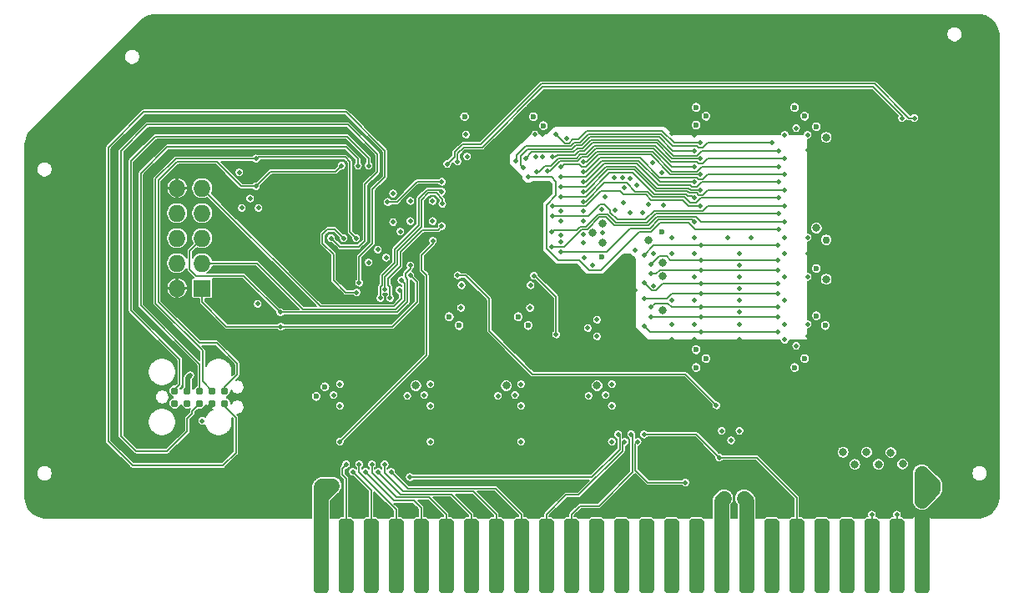
<source format=gbl>
G04 #@! TF.GenerationSoftware,KiCad,Pcbnew,(5.1.5-0-10_14)*
G04 #@! TF.CreationDate,2021-04-19T04:27:15-04:00*
G04 #@! TF.ProjectId,GR8RAM,47523852-414d-42e6-9b69-6361645f7063,0.9*
G04 #@! TF.SameCoordinates,Original*
G04 #@! TF.FileFunction,Copper,L4,Bot*
G04 #@! TF.FilePolarity,Positive*
%FSLAX46Y46*%
G04 Gerber Fmt 4.6, Leading zero omitted, Abs format (unit mm)*
G04 Created by KiCad (PCBNEW (5.1.5-0-10_14)) date 2021-04-19 04:27:15*
%MOMM*%
%LPD*%
G04 APERTURE LIST*
%ADD10R,1.727200X1.727200*%
%ADD11O,1.727200X1.727200*%
%ADD12C,0.787400*%
%ADD13C,0.100000*%
%ADD14C,2.000000*%
%ADD15C,0.800000*%
%ADD16C,1.524000*%
%ADD17C,0.500000*%
%ADD18C,0.762000*%
%ADD19C,0.600000*%
%ADD20C,0.508000*%
%ADD21C,0.800000*%
%ADD22C,1.524000*%
%ADD23C,0.500000*%
%ADD24C,0.450000*%
%ADD25C,0.150000*%
%ADD26C,0.152400*%
G04 APERTURE END LIST*
D10*
X64135000Y-108204000D03*
D11*
X61595000Y-108204000D03*
X64135000Y-105664000D03*
X61595000Y-105664000D03*
X64135000Y-103124000D03*
X61595000Y-103124000D03*
X64135000Y-100584000D03*
X61595000Y-100584000D03*
X64135000Y-98044000D03*
X61595000Y-98044000D03*
D12*
X61341000Y-119888000D03*
X62611000Y-119888000D03*
X63881000Y-119888000D03*
X65151000Y-119888000D03*
X66421000Y-119888000D03*
X66421000Y-118618000D03*
X65151000Y-118618000D03*
X63881000Y-118618000D03*
X62611000Y-118618000D03*
X61341000Y-118618000D03*
G04 #@! TA.AperFunction,SMDPad,CuDef*
D13*
G36*
X129958345Y-131613835D02*
G01*
X129995329Y-131619321D01*
X130031598Y-131628406D01*
X130066802Y-131641002D01*
X130100602Y-131656988D01*
X130132672Y-131676210D01*
X130162704Y-131698483D01*
X130190408Y-131723592D01*
X130215517Y-131751296D01*
X130237790Y-131781328D01*
X130257012Y-131813398D01*
X130272998Y-131847198D01*
X130285594Y-131882402D01*
X130294679Y-131918671D01*
X130300165Y-131955655D01*
X130302000Y-131993000D01*
X130302000Y-138771000D01*
X130300165Y-138808345D01*
X130294679Y-138845329D01*
X130285594Y-138881598D01*
X130272998Y-138916802D01*
X130257012Y-138950602D01*
X130237790Y-138982672D01*
X130215517Y-139012704D01*
X130190408Y-139040408D01*
X130162704Y-139065517D01*
X130132672Y-139087790D01*
X130100602Y-139107012D01*
X130066802Y-139122998D01*
X130031598Y-139135594D01*
X129995329Y-139144679D01*
X129958345Y-139150165D01*
X129921000Y-139152000D01*
X129159000Y-139152000D01*
X129121655Y-139150165D01*
X129084671Y-139144679D01*
X129048402Y-139135594D01*
X129013198Y-139122998D01*
X128979398Y-139107012D01*
X128947328Y-139087790D01*
X128917296Y-139065517D01*
X128889592Y-139040408D01*
X128864483Y-139012704D01*
X128842210Y-138982672D01*
X128822988Y-138950602D01*
X128807002Y-138916802D01*
X128794406Y-138881598D01*
X128785321Y-138845329D01*
X128779835Y-138808345D01*
X128778000Y-138771000D01*
X128778000Y-131993000D01*
X128779835Y-131955655D01*
X128785321Y-131918671D01*
X128794406Y-131882402D01*
X128807002Y-131847198D01*
X128822988Y-131813398D01*
X128842210Y-131781328D01*
X128864483Y-131751296D01*
X128889592Y-131723592D01*
X128917296Y-131698483D01*
X128947328Y-131676210D01*
X128979398Y-131656988D01*
X129013198Y-131641002D01*
X129048402Y-131628406D01*
X129084671Y-131619321D01*
X129121655Y-131613835D01*
X129159000Y-131612000D01*
X129921000Y-131612000D01*
X129958345Y-131613835D01*
G37*
G04 #@! TD.AperFunction*
G04 #@! TA.AperFunction,SMDPad,CuDef*
G36*
X127418345Y-131613835D02*
G01*
X127455329Y-131619321D01*
X127491598Y-131628406D01*
X127526802Y-131641002D01*
X127560602Y-131656988D01*
X127592672Y-131676210D01*
X127622704Y-131698483D01*
X127650408Y-131723592D01*
X127675517Y-131751296D01*
X127697790Y-131781328D01*
X127717012Y-131813398D01*
X127732998Y-131847198D01*
X127745594Y-131882402D01*
X127754679Y-131918671D01*
X127760165Y-131955655D01*
X127762000Y-131993000D01*
X127762000Y-138771000D01*
X127760165Y-138808345D01*
X127754679Y-138845329D01*
X127745594Y-138881598D01*
X127732998Y-138916802D01*
X127717012Y-138950602D01*
X127697790Y-138982672D01*
X127675517Y-139012704D01*
X127650408Y-139040408D01*
X127622704Y-139065517D01*
X127592672Y-139087790D01*
X127560602Y-139107012D01*
X127526802Y-139122998D01*
X127491598Y-139135594D01*
X127455329Y-139144679D01*
X127418345Y-139150165D01*
X127381000Y-139152000D01*
X126619000Y-139152000D01*
X126581655Y-139150165D01*
X126544671Y-139144679D01*
X126508402Y-139135594D01*
X126473198Y-139122998D01*
X126439398Y-139107012D01*
X126407328Y-139087790D01*
X126377296Y-139065517D01*
X126349592Y-139040408D01*
X126324483Y-139012704D01*
X126302210Y-138982672D01*
X126282988Y-138950602D01*
X126267002Y-138916802D01*
X126254406Y-138881598D01*
X126245321Y-138845329D01*
X126239835Y-138808345D01*
X126238000Y-138771000D01*
X126238000Y-131993000D01*
X126239835Y-131955655D01*
X126245321Y-131918671D01*
X126254406Y-131882402D01*
X126267002Y-131847198D01*
X126282988Y-131813398D01*
X126302210Y-131781328D01*
X126324483Y-131751296D01*
X126349592Y-131723592D01*
X126377296Y-131698483D01*
X126407328Y-131676210D01*
X126439398Y-131656988D01*
X126473198Y-131641002D01*
X126508402Y-131628406D01*
X126544671Y-131619321D01*
X126581655Y-131613835D01*
X126619000Y-131612000D01*
X127381000Y-131612000D01*
X127418345Y-131613835D01*
G37*
G04 #@! TD.AperFunction*
G04 #@! TA.AperFunction,SMDPad,CuDef*
G36*
X124878345Y-131613835D02*
G01*
X124915329Y-131619321D01*
X124951598Y-131628406D01*
X124986802Y-131641002D01*
X125020602Y-131656988D01*
X125052672Y-131676210D01*
X125082704Y-131698483D01*
X125110408Y-131723592D01*
X125135517Y-131751296D01*
X125157790Y-131781328D01*
X125177012Y-131813398D01*
X125192998Y-131847198D01*
X125205594Y-131882402D01*
X125214679Y-131918671D01*
X125220165Y-131955655D01*
X125222000Y-131993000D01*
X125222000Y-138771000D01*
X125220165Y-138808345D01*
X125214679Y-138845329D01*
X125205594Y-138881598D01*
X125192998Y-138916802D01*
X125177012Y-138950602D01*
X125157790Y-138982672D01*
X125135517Y-139012704D01*
X125110408Y-139040408D01*
X125082704Y-139065517D01*
X125052672Y-139087790D01*
X125020602Y-139107012D01*
X124986802Y-139122998D01*
X124951598Y-139135594D01*
X124915329Y-139144679D01*
X124878345Y-139150165D01*
X124841000Y-139152000D01*
X124079000Y-139152000D01*
X124041655Y-139150165D01*
X124004671Y-139144679D01*
X123968402Y-139135594D01*
X123933198Y-139122998D01*
X123899398Y-139107012D01*
X123867328Y-139087790D01*
X123837296Y-139065517D01*
X123809592Y-139040408D01*
X123784483Y-139012704D01*
X123762210Y-138982672D01*
X123742988Y-138950602D01*
X123727002Y-138916802D01*
X123714406Y-138881598D01*
X123705321Y-138845329D01*
X123699835Y-138808345D01*
X123698000Y-138771000D01*
X123698000Y-131993000D01*
X123699835Y-131955655D01*
X123705321Y-131918671D01*
X123714406Y-131882402D01*
X123727002Y-131847198D01*
X123742988Y-131813398D01*
X123762210Y-131781328D01*
X123784483Y-131751296D01*
X123809592Y-131723592D01*
X123837296Y-131698483D01*
X123867328Y-131676210D01*
X123899398Y-131656988D01*
X123933198Y-131641002D01*
X123968402Y-131628406D01*
X124004671Y-131619321D01*
X124041655Y-131613835D01*
X124079000Y-131612000D01*
X124841000Y-131612000D01*
X124878345Y-131613835D01*
G37*
G04 #@! TD.AperFunction*
G04 #@! TA.AperFunction,SMDPad,CuDef*
G36*
X122338345Y-131613835D02*
G01*
X122375329Y-131619321D01*
X122411598Y-131628406D01*
X122446802Y-131641002D01*
X122480602Y-131656988D01*
X122512672Y-131676210D01*
X122542704Y-131698483D01*
X122570408Y-131723592D01*
X122595517Y-131751296D01*
X122617790Y-131781328D01*
X122637012Y-131813398D01*
X122652998Y-131847198D01*
X122665594Y-131882402D01*
X122674679Y-131918671D01*
X122680165Y-131955655D01*
X122682000Y-131993000D01*
X122682000Y-138771000D01*
X122680165Y-138808345D01*
X122674679Y-138845329D01*
X122665594Y-138881598D01*
X122652998Y-138916802D01*
X122637012Y-138950602D01*
X122617790Y-138982672D01*
X122595517Y-139012704D01*
X122570408Y-139040408D01*
X122542704Y-139065517D01*
X122512672Y-139087790D01*
X122480602Y-139107012D01*
X122446802Y-139122998D01*
X122411598Y-139135594D01*
X122375329Y-139144679D01*
X122338345Y-139150165D01*
X122301000Y-139152000D01*
X121539000Y-139152000D01*
X121501655Y-139150165D01*
X121464671Y-139144679D01*
X121428402Y-139135594D01*
X121393198Y-139122998D01*
X121359398Y-139107012D01*
X121327328Y-139087790D01*
X121297296Y-139065517D01*
X121269592Y-139040408D01*
X121244483Y-139012704D01*
X121222210Y-138982672D01*
X121202988Y-138950602D01*
X121187002Y-138916802D01*
X121174406Y-138881598D01*
X121165321Y-138845329D01*
X121159835Y-138808345D01*
X121158000Y-138771000D01*
X121158000Y-131993000D01*
X121159835Y-131955655D01*
X121165321Y-131918671D01*
X121174406Y-131882402D01*
X121187002Y-131847198D01*
X121202988Y-131813398D01*
X121222210Y-131781328D01*
X121244483Y-131751296D01*
X121269592Y-131723592D01*
X121297296Y-131698483D01*
X121327328Y-131676210D01*
X121359398Y-131656988D01*
X121393198Y-131641002D01*
X121428402Y-131628406D01*
X121464671Y-131619321D01*
X121501655Y-131613835D01*
X121539000Y-131612000D01*
X122301000Y-131612000D01*
X122338345Y-131613835D01*
G37*
G04 #@! TD.AperFunction*
G04 #@! TA.AperFunction,SMDPad,CuDef*
G36*
X119798345Y-131613835D02*
G01*
X119835329Y-131619321D01*
X119871598Y-131628406D01*
X119906802Y-131641002D01*
X119940602Y-131656988D01*
X119972672Y-131676210D01*
X120002704Y-131698483D01*
X120030408Y-131723592D01*
X120055517Y-131751296D01*
X120077790Y-131781328D01*
X120097012Y-131813398D01*
X120112998Y-131847198D01*
X120125594Y-131882402D01*
X120134679Y-131918671D01*
X120140165Y-131955655D01*
X120142000Y-131993000D01*
X120142000Y-138771000D01*
X120140165Y-138808345D01*
X120134679Y-138845329D01*
X120125594Y-138881598D01*
X120112998Y-138916802D01*
X120097012Y-138950602D01*
X120077790Y-138982672D01*
X120055517Y-139012704D01*
X120030408Y-139040408D01*
X120002704Y-139065517D01*
X119972672Y-139087790D01*
X119940602Y-139107012D01*
X119906802Y-139122998D01*
X119871598Y-139135594D01*
X119835329Y-139144679D01*
X119798345Y-139150165D01*
X119761000Y-139152000D01*
X118999000Y-139152000D01*
X118961655Y-139150165D01*
X118924671Y-139144679D01*
X118888402Y-139135594D01*
X118853198Y-139122998D01*
X118819398Y-139107012D01*
X118787328Y-139087790D01*
X118757296Y-139065517D01*
X118729592Y-139040408D01*
X118704483Y-139012704D01*
X118682210Y-138982672D01*
X118662988Y-138950602D01*
X118647002Y-138916802D01*
X118634406Y-138881598D01*
X118625321Y-138845329D01*
X118619835Y-138808345D01*
X118618000Y-138771000D01*
X118618000Y-131993000D01*
X118619835Y-131955655D01*
X118625321Y-131918671D01*
X118634406Y-131882402D01*
X118647002Y-131847198D01*
X118662988Y-131813398D01*
X118682210Y-131781328D01*
X118704483Y-131751296D01*
X118729592Y-131723592D01*
X118757296Y-131698483D01*
X118787328Y-131676210D01*
X118819398Y-131656988D01*
X118853198Y-131641002D01*
X118888402Y-131628406D01*
X118924671Y-131619321D01*
X118961655Y-131613835D01*
X118999000Y-131612000D01*
X119761000Y-131612000D01*
X119798345Y-131613835D01*
G37*
G04 #@! TD.AperFunction*
G04 #@! TA.AperFunction,SMDPad,CuDef*
G36*
X117258345Y-131613835D02*
G01*
X117295329Y-131619321D01*
X117331598Y-131628406D01*
X117366802Y-131641002D01*
X117400602Y-131656988D01*
X117432672Y-131676210D01*
X117462704Y-131698483D01*
X117490408Y-131723592D01*
X117515517Y-131751296D01*
X117537790Y-131781328D01*
X117557012Y-131813398D01*
X117572998Y-131847198D01*
X117585594Y-131882402D01*
X117594679Y-131918671D01*
X117600165Y-131955655D01*
X117602000Y-131993000D01*
X117602000Y-138771000D01*
X117600165Y-138808345D01*
X117594679Y-138845329D01*
X117585594Y-138881598D01*
X117572998Y-138916802D01*
X117557012Y-138950602D01*
X117537790Y-138982672D01*
X117515517Y-139012704D01*
X117490408Y-139040408D01*
X117462704Y-139065517D01*
X117432672Y-139087790D01*
X117400602Y-139107012D01*
X117366802Y-139122998D01*
X117331598Y-139135594D01*
X117295329Y-139144679D01*
X117258345Y-139150165D01*
X117221000Y-139152000D01*
X116459000Y-139152000D01*
X116421655Y-139150165D01*
X116384671Y-139144679D01*
X116348402Y-139135594D01*
X116313198Y-139122998D01*
X116279398Y-139107012D01*
X116247328Y-139087790D01*
X116217296Y-139065517D01*
X116189592Y-139040408D01*
X116164483Y-139012704D01*
X116142210Y-138982672D01*
X116122988Y-138950602D01*
X116107002Y-138916802D01*
X116094406Y-138881598D01*
X116085321Y-138845329D01*
X116079835Y-138808345D01*
X116078000Y-138771000D01*
X116078000Y-131993000D01*
X116079835Y-131955655D01*
X116085321Y-131918671D01*
X116094406Y-131882402D01*
X116107002Y-131847198D01*
X116122988Y-131813398D01*
X116142210Y-131781328D01*
X116164483Y-131751296D01*
X116189592Y-131723592D01*
X116217296Y-131698483D01*
X116247328Y-131676210D01*
X116279398Y-131656988D01*
X116313198Y-131641002D01*
X116348402Y-131628406D01*
X116384671Y-131619321D01*
X116421655Y-131613835D01*
X116459000Y-131612000D01*
X117221000Y-131612000D01*
X117258345Y-131613835D01*
G37*
G04 #@! TD.AperFunction*
G04 #@! TA.AperFunction,SMDPad,CuDef*
G36*
X114718345Y-131613835D02*
G01*
X114755329Y-131619321D01*
X114791598Y-131628406D01*
X114826802Y-131641002D01*
X114860602Y-131656988D01*
X114892672Y-131676210D01*
X114922704Y-131698483D01*
X114950408Y-131723592D01*
X114975517Y-131751296D01*
X114997790Y-131781328D01*
X115017012Y-131813398D01*
X115032998Y-131847198D01*
X115045594Y-131882402D01*
X115054679Y-131918671D01*
X115060165Y-131955655D01*
X115062000Y-131993000D01*
X115062000Y-138771000D01*
X115060165Y-138808345D01*
X115054679Y-138845329D01*
X115045594Y-138881598D01*
X115032998Y-138916802D01*
X115017012Y-138950602D01*
X114997790Y-138982672D01*
X114975517Y-139012704D01*
X114950408Y-139040408D01*
X114922704Y-139065517D01*
X114892672Y-139087790D01*
X114860602Y-139107012D01*
X114826802Y-139122998D01*
X114791598Y-139135594D01*
X114755329Y-139144679D01*
X114718345Y-139150165D01*
X114681000Y-139152000D01*
X113919000Y-139152000D01*
X113881655Y-139150165D01*
X113844671Y-139144679D01*
X113808402Y-139135594D01*
X113773198Y-139122998D01*
X113739398Y-139107012D01*
X113707328Y-139087790D01*
X113677296Y-139065517D01*
X113649592Y-139040408D01*
X113624483Y-139012704D01*
X113602210Y-138982672D01*
X113582988Y-138950602D01*
X113567002Y-138916802D01*
X113554406Y-138881598D01*
X113545321Y-138845329D01*
X113539835Y-138808345D01*
X113538000Y-138771000D01*
X113538000Y-131993000D01*
X113539835Y-131955655D01*
X113545321Y-131918671D01*
X113554406Y-131882402D01*
X113567002Y-131847198D01*
X113582988Y-131813398D01*
X113602210Y-131781328D01*
X113624483Y-131751296D01*
X113649592Y-131723592D01*
X113677296Y-131698483D01*
X113707328Y-131676210D01*
X113739398Y-131656988D01*
X113773198Y-131641002D01*
X113808402Y-131628406D01*
X113844671Y-131619321D01*
X113881655Y-131613835D01*
X113919000Y-131612000D01*
X114681000Y-131612000D01*
X114718345Y-131613835D01*
G37*
G04 #@! TD.AperFunction*
G04 #@! TA.AperFunction,SMDPad,CuDef*
G36*
X112178345Y-131613835D02*
G01*
X112215329Y-131619321D01*
X112251598Y-131628406D01*
X112286802Y-131641002D01*
X112320602Y-131656988D01*
X112352672Y-131676210D01*
X112382704Y-131698483D01*
X112410408Y-131723592D01*
X112435517Y-131751296D01*
X112457790Y-131781328D01*
X112477012Y-131813398D01*
X112492998Y-131847198D01*
X112505594Y-131882402D01*
X112514679Y-131918671D01*
X112520165Y-131955655D01*
X112522000Y-131993000D01*
X112522000Y-138771000D01*
X112520165Y-138808345D01*
X112514679Y-138845329D01*
X112505594Y-138881598D01*
X112492998Y-138916802D01*
X112477012Y-138950602D01*
X112457790Y-138982672D01*
X112435517Y-139012704D01*
X112410408Y-139040408D01*
X112382704Y-139065517D01*
X112352672Y-139087790D01*
X112320602Y-139107012D01*
X112286802Y-139122998D01*
X112251598Y-139135594D01*
X112215329Y-139144679D01*
X112178345Y-139150165D01*
X112141000Y-139152000D01*
X111379000Y-139152000D01*
X111341655Y-139150165D01*
X111304671Y-139144679D01*
X111268402Y-139135594D01*
X111233198Y-139122998D01*
X111199398Y-139107012D01*
X111167328Y-139087790D01*
X111137296Y-139065517D01*
X111109592Y-139040408D01*
X111084483Y-139012704D01*
X111062210Y-138982672D01*
X111042988Y-138950602D01*
X111027002Y-138916802D01*
X111014406Y-138881598D01*
X111005321Y-138845329D01*
X110999835Y-138808345D01*
X110998000Y-138771000D01*
X110998000Y-131993000D01*
X110999835Y-131955655D01*
X111005321Y-131918671D01*
X111014406Y-131882402D01*
X111027002Y-131847198D01*
X111042988Y-131813398D01*
X111062210Y-131781328D01*
X111084483Y-131751296D01*
X111109592Y-131723592D01*
X111137296Y-131698483D01*
X111167328Y-131676210D01*
X111199398Y-131656988D01*
X111233198Y-131641002D01*
X111268402Y-131628406D01*
X111304671Y-131619321D01*
X111341655Y-131613835D01*
X111379000Y-131612000D01*
X112141000Y-131612000D01*
X112178345Y-131613835D01*
G37*
G04 #@! TD.AperFunction*
G04 #@! TA.AperFunction,SMDPad,CuDef*
G36*
X109638345Y-131613835D02*
G01*
X109675329Y-131619321D01*
X109711598Y-131628406D01*
X109746802Y-131641002D01*
X109780602Y-131656988D01*
X109812672Y-131676210D01*
X109842704Y-131698483D01*
X109870408Y-131723592D01*
X109895517Y-131751296D01*
X109917790Y-131781328D01*
X109937012Y-131813398D01*
X109952998Y-131847198D01*
X109965594Y-131882402D01*
X109974679Y-131918671D01*
X109980165Y-131955655D01*
X109982000Y-131993000D01*
X109982000Y-138771000D01*
X109980165Y-138808345D01*
X109974679Y-138845329D01*
X109965594Y-138881598D01*
X109952998Y-138916802D01*
X109937012Y-138950602D01*
X109917790Y-138982672D01*
X109895517Y-139012704D01*
X109870408Y-139040408D01*
X109842704Y-139065517D01*
X109812672Y-139087790D01*
X109780602Y-139107012D01*
X109746802Y-139122998D01*
X109711598Y-139135594D01*
X109675329Y-139144679D01*
X109638345Y-139150165D01*
X109601000Y-139152000D01*
X108839000Y-139152000D01*
X108801655Y-139150165D01*
X108764671Y-139144679D01*
X108728402Y-139135594D01*
X108693198Y-139122998D01*
X108659398Y-139107012D01*
X108627328Y-139087790D01*
X108597296Y-139065517D01*
X108569592Y-139040408D01*
X108544483Y-139012704D01*
X108522210Y-138982672D01*
X108502988Y-138950602D01*
X108487002Y-138916802D01*
X108474406Y-138881598D01*
X108465321Y-138845329D01*
X108459835Y-138808345D01*
X108458000Y-138771000D01*
X108458000Y-131993000D01*
X108459835Y-131955655D01*
X108465321Y-131918671D01*
X108474406Y-131882402D01*
X108487002Y-131847198D01*
X108502988Y-131813398D01*
X108522210Y-131781328D01*
X108544483Y-131751296D01*
X108569592Y-131723592D01*
X108597296Y-131698483D01*
X108627328Y-131676210D01*
X108659398Y-131656988D01*
X108693198Y-131641002D01*
X108728402Y-131628406D01*
X108764671Y-131619321D01*
X108801655Y-131613835D01*
X108839000Y-131612000D01*
X109601000Y-131612000D01*
X109638345Y-131613835D01*
G37*
G04 #@! TD.AperFunction*
G04 #@! TA.AperFunction,SMDPad,CuDef*
G36*
X107098345Y-131613835D02*
G01*
X107135329Y-131619321D01*
X107171598Y-131628406D01*
X107206802Y-131641002D01*
X107240602Y-131656988D01*
X107272672Y-131676210D01*
X107302704Y-131698483D01*
X107330408Y-131723592D01*
X107355517Y-131751296D01*
X107377790Y-131781328D01*
X107397012Y-131813398D01*
X107412998Y-131847198D01*
X107425594Y-131882402D01*
X107434679Y-131918671D01*
X107440165Y-131955655D01*
X107442000Y-131993000D01*
X107442000Y-138771000D01*
X107440165Y-138808345D01*
X107434679Y-138845329D01*
X107425594Y-138881598D01*
X107412998Y-138916802D01*
X107397012Y-138950602D01*
X107377790Y-138982672D01*
X107355517Y-139012704D01*
X107330408Y-139040408D01*
X107302704Y-139065517D01*
X107272672Y-139087790D01*
X107240602Y-139107012D01*
X107206802Y-139122998D01*
X107171598Y-139135594D01*
X107135329Y-139144679D01*
X107098345Y-139150165D01*
X107061000Y-139152000D01*
X106299000Y-139152000D01*
X106261655Y-139150165D01*
X106224671Y-139144679D01*
X106188402Y-139135594D01*
X106153198Y-139122998D01*
X106119398Y-139107012D01*
X106087328Y-139087790D01*
X106057296Y-139065517D01*
X106029592Y-139040408D01*
X106004483Y-139012704D01*
X105982210Y-138982672D01*
X105962988Y-138950602D01*
X105947002Y-138916802D01*
X105934406Y-138881598D01*
X105925321Y-138845329D01*
X105919835Y-138808345D01*
X105918000Y-138771000D01*
X105918000Y-131993000D01*
X105919835Y-131955655D01*
X105925321Y-131918671D01*
X105934406Y-131882402D01*
X105947002Y-131847198D01*
X105962988Y-131813398D01*
X105982210Y-131781328D01*
X106004483Y-131751296D01*
X106029592Y-131723592D01*
X106057296Y-131698483D01*
X106087328Y-131676210D01*
X106119398Y-131656988D01*
X106153198Y-131641002D01*
X106188402Y-131628406D01*
X106224671Y-131619321D01*
X106261655Y-131613835D01*
X106299000Y-131612000D01*
X107061000Y-131612000D01*
X107098345Y-131613835D01*
G37*
G04 #@! TD.AperFunction*
G04 #@! TA.AperFunction,SMDPad,CuDef*
G36*
X104558345Y-131613835D02*
G01*
X104595329Y-131619321D01*
X104631598Y-131628406D01*
X104666802Y-131641002D01*
X104700602Y-131656988D01*
X104732672Y-131676210D01*
X104762704Y-131698483D01*
X104790408Y-131723592D01*
X104815517Y-131751296D01*
X104837790Y-131781328D01*
X104857012Y-131813398D01*
X104872998Y-131847198D01*
X104885594Y-131882402D01*
X104894679Y-131918671D01*
X104900165Y-131955655D01*
X104902000Y-131993000D01*
X104902000Y-138771000D01*
X104900165Y-138808345D01*
X104894679Y-138845329D01*
X104885594Y-138881598D01*
X104872998Y-138916802D01*
X104857012Y-138950602D01*
X104837790Y-138982672D01*
X104815517Y-139012704D01*
X104790408Y-139040408D01*
X104762704Y-139065517D01*
X104732672Y-139087790D01*
X104700602Y-139107012D01*
X104666802Y-139122998D01*
X104631598Y-139135594D01*
X104595329Y-139144679D01*
X104558345Y-139150165D01*
X104521000Y-139152000D01*
X103759000Y-139152000D01*
X103721655Y-139150165D01*
X103684671Y-139144679D01*
X103648402Y-139135594D01*
X103613198Y-139122998D01*
X103579398Y-139107012D01*
X103547328Y-139087790D01*
X103517296Y-139065517D01*
X103489592Y-139040408D01*
X103464483Y-139012704D01*
X103442210Y-138982672D01*
X103422988Y-138950602D01*
X103407002Y-138916802D01*
X103394406Y-138881598D01*
X103385321Y-138845329D01*
X103379835Y-138808345D01*
X103378000Y-138771000D01*
X103378000Y-131993000D01*
X103379835Y-131955655D01*
X103385321Y-131918671D01*
X103394406Y-131882402D01*
X103407002Y-131847198D01*
X103422988Y-131813398D01*
X103442210Y-131781328D01*
X103464483Y-131751296D01*
X103489592Y-131723592D01*
X103517296Y-131698483D01*
X103547328Y-131676210D01*
X103579398Y-131656988D01*
X103613198Y-131641002D01*
X103648402Y-131628406D01*
X103684671Y-131619321D01*
X103721655Y-131613835D01*
X103759000Y-131612000D01*
X104521000Y-131612000D01*
X104558345Y-131613835D01*
G37*
G04 #@! TD.AperFunction*
G04 #@! TA.AperFunction,SMDPad,CuDef*
G36*
X102018345Y-131613835D02*
G01*
X102055329Y-131619321D01*
X102091598Y-131628406D01*
X102126802Y-131641002D01*
X102160602Y-131656988D01*
X102192672Y-131676210D01*
X102222704Y-131698483D01*
X102250408Y-131723592D01*
X102275517Y-131751296D01*
X102297790Y-131781328D01*
X102317012Y-131813398D01*
X102332998Y-131847198D01*
X102345594Y-131882402D01*
X102354679Y-131918671D01*
X102360165Y-131955655D01*
X102362000Y-131993000D01*
X102362000Y-138771000D01*
X102360165Y-138808345D01*
X102354679Y-138845329D01*
X102345594Y-138881598D01*
X102332998Y-138916802D01*
X102317012Y-138950602D01*
X102297790Y-138982672D01*
X102275517Y-139012704D01*
X102250408Y-139040408D01*
X102222704Y-139065517D01*
X102192672Y-139087790D01*
X102160602Y-139107012D01*
X102126802Y-139122998D01*
X102091598Y-139135594D01*
X102055329Y-139144679D01*
X102018345Y-139150165D01*
X101981000Y-139152000D01*
X101219000Y-139152000D01*
X101181655Y-139150165D01*
X101144671Y-139144679D01*
X101108402Y-139135594D01*
X101073198Y-139122998D01*
X101039398Y-139107012D01*
X101007328Y-139087790D01*
X100977296Y-139065517D01*
X100949592Y-139040408D01*
X100924483Y-139012704D01*
X100902210Y-138982672D01*
X100882988Y-138950602D01*
X100867002Y-138916802D01*
X100854406Y-138881598D01*
X100845321Y-138845329D01*
X100839835Y-138808345D01*
X100838000Y-138771000D01*
X100838000Y-131993000D01*
X100839835Y-131955655D01*
X100845321Y-131918671D01*
X100854406Y-131882402D01*
X100867002Y-131847198D01*
X100882988Y-131813398D01*
X100902210Y-131781328D01*
X100924483Y-131751296D01*
X100949592Y-131723592D01*
X100977296Y-131698483D01*
X101007328Y-131676210D01*
X101039398Y-131656988D01*
X101073198Y-131641002D01*
X101108402Y-131628406D01*
X101144671Y-131619321D01*
X101181655Y-131613835D01*
X101219000Y-131612000D01*
X101981000Y-131612000D01*
X102018345Y-131613835D01*
G37*
G04 #@! TD.AperFunction*
G04 #@! TA.AperFunction,SMDPad,CuDef*
G36*
X99478345Y-131613835D02*
G01*
X99515329Y-131619321D01*
X99551598Y-131628406D01*
X99586802Y-131641002D01*
X99620602Y-131656988D01*
X99652672Y-131676210D01*
X99682704Y-131698483D01*
X99710408Y-131723592D01*
X99735517Y-131751296D01*
X99757790Y-131781328D01*
X99777012Y-131813398D01*
X99792998Y-131847198D01*
X99805594Y-131882402D01*
X99814679Y-131918671D01*
X99820165Y-131955655D01*
X99822000Y-131993000D01*
X99822000Y-138771000D01*
X99820165Y-138808345D01*
X99814679Y-138845329D01*
X99805594Y-138881598D01*
X99792998Y-138916802D01*
X99777012Y-138950602D01*
X99757790Y-138982672D01*
X99735517Y-139012704D01*
X99710408Y-139040408D01*
X99682704Y-139065517D01*
X99652672Y-139087790D01*
X99620602Y-139107012D01*
X99586802Y-139122998D01*
X99551598Y-139135594D01*
X99515329Y-139144679D01*
X99478345Y-139150165D01*
X99441000Y-139152000D01*
X98679000Y-139152000D01*
X98641655Y-139150165D01*
X98604671Y-139144679D01*
X98568402Y-139135594D01*
X98533198Y-139122998D01*
X98499398Y-139107012D01*
X98467328Y-139087790D01*
X98437296Y-139065517D01*
X98409592Y-139040408D01*
X98384483Y-139012704D01*
X98362210Y-138982672D01*
X98342988Y-138950602D01*
X98327002Y-138916802D01*
X98314406Y-138881598D01*
X98305321Y-138845329D01*
X98299835Y-138808345D01*
X98298000Y-138771000D01*
X98298000Y-131993000D01*
X98299835Y-131955655D01*
X98305321Y-131918671D01*
X98314406Y-131882402D01*
X98327002Y-131847198D01*
X98342988Y-131813398D01*
X98362210Y-131781328D01*
X98384483Y-131751296D01*
X98409592Y-131723592D01*
X98437296Y-131698483D01*
X98467328Y-131676210D01*
X98499398Y-131656988D01*
X98533198Y-131641002D01*
X98568402Y-131628406D01*
X98604671Y-131619321D01*
X98641655Y-131613835D01*
X98679000Y-131612000D01*
X99441000Y-131612000D01*
X99478345Y-131613835D01*
G37*
G04 #@! TD.AperFunction*
G04 #@! TA.AperFunction,SMDPad,CuDef*
G36*
X96938345Y-131613835D02*
G01*
X96975329Y-131619321D01*
X97011598Y-131628406D01*
X97046802Y-131641002D01*
X97080602Y-131656988D01*
X97112672Y-131676210D01*
X97142704Y-131698483D01*
X97170408Y-131723592D01*
X97195517Y-131751296D01*
X97217790Y-131781328D01*
X97237012Y-131813398D01*
X97252998Y-131847198D01*
X97265594Y-131882402D01*
X97274679Y-131918671D01*
X97280165Y-131955655D01*
X97282000Y-131993000D01*
X97282000Y-138771000D01*
X97280165Y-138808345D01*
X97274679Y-138845329D01*
X97265594Y-138881598D01*
X97252998Y-138916802D01*
X97237012Y-138950602D01*
X97217790Y-138982672D01*
X97195517Y-139012704D01*
X97170408Y-139040408D01*
X97142704Y-139065517D01*
X97112672Y-139087790D01*
X97080602Y-139107012D01*
X97046802Y-139122998D01*
X97011598Y-139135594D01*
X96975329Y-139144679D01*
X96938345Y-139150165D01*
X96901000Y-139152000D01*
X96139000Y-139152000D01*
X96101655Y-139150165D01*
X96064671Y-139144679D01*
X96028402Y-139135594D01*
X95993198Y-139122998D01*
X95959398Y-139107012D01*
X95927328Y-139087790D01*
X95897296Y-139065517D01*
X95869592Y-139040408D01*
X95844483Y-139012704D01*
X95822210Y-138982672D01*
X95802988Y-138950602D01*
X95787002Y-138916802D01*
X95774406Y-138881598D01*
X95765321Y-138845329D01*
X95759835Y-138808345D01*
X95758000Y-138771000D01*
X95758000Y-131993000D01*
X95759835Y-131955655D01*
X95765321Y-131918671D01*
X95774406Y-131882402D01*
X95787002Y-131847198D01*
X95802988Y-131813398D01*
X95822210Y-131781328D01*
X95844483Y-131751296D01*
X95869592Y-131723592D01*
X95897296Y-131698483D01*
X95927328Y-131676210D01*
X95959398Y-131656988D01*
X95993198Y-131641002D01*
X96028402Y-131628406D01*
X96064671Y-131619321D01*
X96101655Y-131613835D01*
X96139000Y-131612000D01*
X96901000Y-131612000D01*
X96938345Y-131613835D01*
G37*
G04 #@! TD.AperFunction*
G04 #@! TA.AperFunction,SMDPad,CuDef*
G36*
X94398345Y-131613835D02*
G01*
X94435329Y-131619321D01*
X94471598Y-131628406D01*
X94506802Y-131641002D01*
X94540602Y-131656988D01*
X94572672Y-131676210D01*
X94602704Y-131698483D01*
X94630408Y-131723592D01*
X94655517Y-131751296D01*
X94677790Y-131781328D01*
X94697012Y-131813398D01*
X94712998Y-131847198D01*
X94725594Y-131882402D01*
X94734679Y-131918671D01*
X94740165Y-131955655D01*
X94742000Y-131993000D01*
X94742000Y-138771000D01*
X94740165Y-138808345D01*
X94734679Y-138845329D01*
X94725594Y-138881598D01*
X94712998Y-138916802D01*
X94697012Y-138950602D01*
X94677790Y-138982672D01*
X94655517Y-139012704D01*
X94630408Y-139040408D01*
X94602704Y-139065517D01*
X94572672Y-139087790D01*
X94540602Y-139107012D01*
X94506802Y-139122998D01*
X94471598Y-139135594D01*
X94435329Y-139144679D01*
X94398345Y-139150165D01*
X94361000Y-139152000D01*
X93599000Y-139152000D01*
X93561655Y-139150165D01*
X93524671Y-139144679D01*
X93488402Y-139135594D01*
X93453198Y-139122998D01*
X93419398Y-139107012D01*
X93387328Y-139087790D01*
X93357296Y-139065517D01*
X93329592Y-139040408D01*
X93304483Y-139012704D01*
X93282210Y-138982672D01*
X93262988Y-138950602D01*
X93247002Y-138916802D01*
X93234406Y-138881598D01*
X93225321Y-138845329D01*
X93219835Y-138808345D01*
X93218000Y-138771000D01*
X93218000Y-131993000D01*
X93219835Y-131955655D01*
X93225321Y-131918671D01*
X93234406Y-131882402D01*
X93247002Y-131847198D01*
X93262988Y-131813398D01*
X93282210Y-131781328D01*
X93304483Y-131751296D01*
X93329592Y-131723592D01*
X93357296Y-131698483D01*
X93387328Y-131676210D01*
X93419398Y-131656988D01*
X93453198Y-131641002D01*
X93488402Y-131628406D01*
X93524671Y-131619321D01*
X93561655Y-131613835D01*
X93599000Y-131612000D01*
X94361000Y-131612000D01*
X94398345Y-131613835D01*
G37*
G04 #@! TD.AperFunction*
G04 #@! TA.AperFunction,SMDPad,CuDef*
G36*
X91858345Y-131613835D02*
G01*
X91895329Y-131619321D01*
X91931598Y-131628406D01*
X91966802Y-131641002D01*
X92000602Y-131656988D01*
X92032672Y-131676210D01*
X92062704Y-131698483D01*
X92090408Y-131723592D01*
X92115517Y-131751296D01*
X92137790Y-131781328D01*
X92157012Y-131813398D01*
X92172998Y-131847198D01*
X92185594Y-131882402D01*
X92194679Y-131918671D01*
X92200165Y-131955655D01*
X92202000Y-131993000D01*
X92202000Y-138771000D01*
X92200165Y-138808345D01*
X92194679Y-138845329D01*
X92185594Y-138881598D01*
X92172998Y-138916802D01*
X92157012Y-138950602D01*
X92137790Y-138982672D01*
X92115517Y-139012704D01*
X92090408Y-139040408D01*
X92062704Y-139065517D01*
X92032672Y-139087790D01*
X92000602Y-139107012D01*
X91966802Y-139122998D01*
X91931598Y-139135594D01*
X91895329Y-139144679D01*
X91858345Y-139150165D01*
X91821000Y-139152000D01*
X91059000Y-139152000D01*
X91021655Y-139150165D01*
X90984671Y-139144679D01*
X90948402Y-139135594D01*
X90913198Y-139122998D01*
X90879398Y-139107012D01*
X90847328Y-139087790D01*
X90817296Y-139065517D01*
X90789592Y-139040408D01*
X90764483Y-139012704D01*
X90742210Y-138982672D01*
X90722988Y-138950602D01*
X90707002Y-138916802D01*
X90694406Y-138881598D01*
X90685321Y-138845329D01*
X90679835Y-138808345D01*
X90678000Y-138771000D01*
X90678000Y-131993000D01*
X90679835Y-131955655D01*
X90685321Y-131918671D01*
X90694406Y-131882402D01*
X90707002Y-131847198D01*
X90722988Y-131813398D01*
X90742210Y-131781328D01*
X90764483Y-131751296D01*
X90789592Y-131723592D01*
X90817296Y-131698483D01*
X90847328Y-131676210D01*
X90879398Y-131656988D01*
X90913198Y-131641002D01*
X90948402Y-131628406D01*
X90984671Y-131619321D01*
X91021655Y-131613835D01*
X91059000Y-131612000D01*
X91821000Y-131612000D01*
X91858345Y-131613835D01*
G37*
G04 #@! TD.AperFunction*
G04 #@! TA.AperFunction,SMDPad,CuDef*
G36*
X89318345Y-131613835D02*
G01*
X89355329Y-131619321D01*
X89391598Y-131628406D01*
X89426802Y-131641002D01*
X89460602Y-131656988D01*
X89492672Y-131676210D01*
X89522704Y-131698483D01*
X89550408Y-131723592D01*
X89575517Y-131751296D01*
X89597790Y-131781328D01*
X89617012Y-131813398D01*
X89632998Y-131847198D01*
X89645594Y-131882402D01*
X89654679Y-131918671D01*
X89660165Y-131955655D01*
X89662000Y-131993000D01*
X89662000Y-138771000D01*
X89660165Y-138808345D01*
X89654679Y-138845329D01*
X89645594Y-138881598D01*
X89632998Y-138916802D01*
X89617012Y-138950602D01*
X89597790Y-138982672D01*
X89575517Y-139012704D01*
X89550408Y-139040408D01*
X89522704Y-139065517D01*
X89492672Y-139087790D01*
X89460602Y-139107012D01*
X89426802Y-139122998D01*
X89391598Y-139135594D01*
X89355329Y-139144679D01*
X89318345Y-139150165D01*
X89281000Y-139152000D01*
X88519000Y-139152000D01*
X88481655Y-139150165D01*
X88444671Y-139144679D01*
X88408402Y-139135594D01*
X88373198Y-139122998D01*
X88339398Y-139107012D01*
X88307328Y-139087790D01*
X88277296Y-139065517D01*
X88249592Y-139040408D01*
X88224483Y-139012704D01*
X88202210Y-138982672D01*
X88182988Y-138950602D01*
X88167002Y-138916802D01*
X88154406Y-138881598D01*
X88145321Y-138845329D01*
X88139835Y-138808345D01*
X88138000Y-138771000D01*
X88138000Y-131993000D01*
X88139835Y-131955655D01*
X88145321Y-131918671D01*
X88154406Y-131882402D01*
X88167002Y-131847198D01*
X88182988Y-131813398D01*
X88202210Y-131781328D01*
X88224483Y-131751296D01*
X88249592Y-131723592D01*
X88277296Y-131698483D01*
X88307328Y-131676210D01*
X88339398Y-131656988D01*
X88373198Y-131641002D01*
X88408402Y-131628406D01*
X88444671Y-131619321D01*
X88481655Y-131613835D01*
X88519000Y-131612000D01*
X89281000Y-131612000D01*
X89318345Y-131613835D01*
G37*
G04 #@! TD.AperFunction*
G04 #@! TA.AperFunction,SMDPad,CuDef*
G36*
X86778345Y-131613835D02*
G01*
X86815329Y-131619321D01*
X86851598Y-131628406D01*
X86886802Y-131641002D01*
X86920602Y-131656988D01*
X86952672Y-131676210D01*
X86982704Y-131698483D01*
X87010408Y-131723592D01*
X87035517Y-131751296D01*
X87057790Y-131781328D01*
X87077012Y-131813398D01*
X87092998Y-131847198D01*
X87105594Y-131882402D01*
X87114679Y-131918671D01*
X87120165Y-131955655D01*
X87122000Y-131993000D01*
X87122000Y-138771000D01*
X87120165Y-138808345D01*
X87114679Y-138845329D01*
X87105594Y-138881598D01*
X87092998Y-138916802D01*
X87077012Y-138950602D01*
X87057790Y-138982672D01*
X87035517Y-139012704D01*
X87010408Y-139040408D01*
X86982704Y-139065517D01*
X86952672Y-139087790D01*
X86920602Y-139107012D01*
X86886802Y-139122998D01*
X86851598Y-139135594D01*
X86815329Y-139144679D01*
X86778345Y-139150165D01*
X86741000Y-139152000D01*
X85979000Y-139152000D01*
X85941655Y-139150165D01*
X85904671Y-139144679D01*
X85868402Y-139135594D01*
X85833198Y-139122998D01*
X85799398Y-139107012D01*
X85767328Y-139087790D01*
X85737296Y-139065517D01*
X85709592Y-139040408D01*
X85684483Y-139012704D01*
X85662210Y-138982672D01*
X85642988Y-138950602D01*
X85627002Y-138916802D01*
X85614406Y-138881598D01*
X85605321Y-138845329D01*
X85599835Y-138808345D01*
X85598000Y-138771000D01*
X85598000Y-131993000D01*
X85599835Y-131955655D01*
X85605321Y-131918671D01*
X85614406Y-131882402D01*
X85627002Y-131847198D01*
X85642988Y-131813398D01*
X85662210Y-131781328D01*
X85684483Y-131751296D01*
X85709592Y-131723592D01*
X85737296Y-131698483D01*
X85767328Y-131676210D01*
X85799398Y-131656988D01*
X85833198Y-131641002D01*
X85868402Y-131628406D01*
X85904671Y-131619321D01*
X85941655Y-131613835D01*
X85979000Y-131612000D01*
X86741000Y-131612000D01*
X86778345Y-131613835D01*
G37*
G04 #@! TD.AperFunction*
G04 #@! TA.AperFunction,SMDPad,CuDef*
G36*
X84238345Y-131613835D02*
G01*
X84275329Y-131619321D01*
X84311598Y-131628406D01*
X84346802Y-131641002D01*
X84380602Y-131656988D01*
X84412672Y-131676210D01*
X84442704Y-131698483D01*
X84470408Y-131723592D01*
X84495517Y-131751296D01*
X84517790Y-131781328D01*
X84537012Y-131813398D01*
X84552998Y-131847198D01*
X84565594Y-131882402D01*
X84574679Y-131918671D01*
X84580165Y-131955655D01*
X84582000Y-131993000D01*
X84582000Y-138771000D01*
X84580165Y-138808345D01*
X84574679Y-138845329D01*
X84565594Y-138881598D01*
X84552998Y-138916802D01*
X84537012Y-138950602D01*
X84517790Y-138982672D01*
X84495517Y-139012704D01*
X84470408Y-139040408D01*
X84442704Y-139065517D01*
X84412672Y-139087790D01*
X84380602Y-139107012D01*
X84346802Y-139122998D01*
X84311598Y-139135594D01*
X84275329Y-139144679D01*
X84238345Y-139150165D01*
X84201000Y-139152000D01*
X83439000Y-139152000D01*
X83401655Y-139150165D01*
X83364671Y-139144679D01*
X83328402Y-139135594D01*
X83293198Y-139122998D01*
X83259398Y-139107012D01*
X83227328Y-139087790D01*
X83197296Y-139065517D01*
X83169592Y-139040408D01*
X83144483Y-139012704D01*
X83122210Y-138982672D01*
X83102988Y-138950602D01*
X83087002Y-138916802D01*
X83074406Y-138881598D01*
X83065321Y-138845329D01*
X83059835Y-138808345D01*
X83058000Y-138771000D01*
X83058000Y-131993000D01*
X83059835Y-131955655D01*
X83065321Y-131918671D01*
X83074406Y-131882402D01*
X83087002Y-131847198D01*
X83102988Y-131813398D01*
X83122210Y-131781328D01*
X83144483Y-131751296D01*
X83169592Y-131723592D01*
X83197296Y-131698483D01*
X83227328Y-131676210D01*
X83259398Y-131656988D01*
X83293198Y-131641002D01*
X83328402Y-131628406D01*
X83364671Y-131619321D01*
X83401655Y-131613835D01*
X83439000Y-131612000D01*
X84201000Y-131612000D01*
X84238345Y-131613835D01*
G37*
G04 #@! TD.AperFunction*
G04 #@! TA.AperFunction,SMDPad,CuDef*
G36*
X81698345Y-131613835D02*
G01*
X81735329Y-131619321D01*
X81771598Y-131628406D01*
X81806802Y-131641002D01*
X81840602Y-131656988D01*
X81872672Y-131676210D01*
X81902704Y-131698483D01*
X81930408Y-131723592D01*
X81955517Y-131751296D01*
X81977790Y-131781328D01*
X81997012Y-131813398D01*
X82012998Y-131847198D01*
X82025594Y-131882402D01*
X82034679Y-131918671D01*
X82040165Y-131955655D01*
X82042000Y-131993000D01*
X82042000Y-138771000D01*
X82040165Y-138808345D01*
X82034679Y-138845329D01*
X82025594Y-138881598D01*
X82012998Y-138916802D01*
X81997012Y-138950602D01*
X81977790Y-138982672D01*
X81955517Y-139012704D01*
X81930408Y-139040408D01*
X81902704Y-139065517D01*
X81872672Y-139087790D01*
X81840602Y-139107012D01*
X81806802Y-139122998D01*
X81771598Y-139135594D01*
X81735329Y-139144679D01*
X81698345Y-139150165D01*
X81661000Y-139152000D01*
X80899000Y-139152000D01*
X80861655Y-139150165D01*
X80824671Y-139144679D01*
X80788402Y-139135594D01*
X80753198Y-139122998D01*
X80719398Y-139107012D01*
X80687328Y-139087790D01*
X80657296Y-139065517D01*
X80629592Y-139040408D01*
X80604483Y-139012704D01*
X80582210Y-138982672D01*
X80562988Y-138950602D01*
X80547002Y-138916802D01*
X80534406Y-138881598D01*
X80525321Y-138845329D01*
X80519835Y-138808345D01*
X80518000Y-138771000D01*
X80518000Y-131993000D01*
X80519835Y-131955655D01*
X80525321Y-131918671D01*
X80534406Y-131882402D01*
X80547002Y-131847198D01*
X80562988Y-131813398D01*
X80582210Y-131781328D01*
X80604483Y-131751296D01*
X80629592Y-131723592D01*
X80657296Y-131698483D01*
X80687328Y-131676210D01*
X80719398Y-131656988D01*
X80753198Y-131641002D01*
X80788402Y-131628406D01*
X80824671Y-131619321D01*
X80861655Y-131613835D01*
X80899000Y-131612000D01*
X81661000Y-131612000D01*
X81698345Y-131613835D01*
G37*
G04 #@! TD.AperFunction*
G04 #@! TA.AperFunction,SMDPad,CuDef*
G36*
X79158345Y-131613835D02*
G01*
X79195329Y-131619321D01*
X79231598Y-131628406D01*
X79266802Y-131641002D01*
X79300602Y-131656988D01*
X79332672Y-131676210D01*
X79362704Y-131698483D01*
X79390408Y-131723592D01*
X79415517Y-131751296D01*
X79437790Y-131781328D01*
X79457012Y-131813398D01*
X79472998Y-131847198D01*
X79485594Y-131882402D01*
X79494679Y-131918671D01*
X79500165Y-131955655D01*
X79502000Y-131993000D01*
X79502000Y-138771000D01*
X79500165Y-138808345D01*
X79494679Y-138845329D01*
X79485594Y-138881598D01*
X79472998Y-138916802D01*
X79457012Y-138950602D01*
X79437790Y-138982672D01*
X79415517Y-139012704D01*
X79390408Y-139040408D01*
X79362704Y-139065517D01*
X79332672Y-139087790D01*
X79300602Y-139107012D01*
X79266802Y-139122998D01*
X79231598Y-139135594D01*
X79195329Y-139144679D01*
X79158345Y-139150165D01*
X79121000Y-139152000D01*
X78359000Y-139152000D01*
X78321655Y-139150165D01*
X78284671Y-139144679D01*
X78248402Y-139135594D01*
X78213198Y-139122998D01*
X78179398Y-139107012D01*
X78147328Y-139087790D01*
X78117296Y-139065517D01*
X78089592Y-139040408D01*
X78064483Y-139012704D01*
X78042210Y-138982672D01*
X78022988Y-138950602D01*
X78007002Y-138916802D01*
X77994406Y-138881598D01*
X77985321Y-138845329D01*
X77979835Y-138808345D01*
X77978000Y-138771000D01*
X77978000Y-131993000D01*
X77979835Y-131955655D01*
X77985321Y-131918671D01*
X77994406Y-131882402D01*
X78007002Y-131847198D01*
X78022988Y-131813398D01*
X78042210Y-131781328D01*
X78064483Y-131751296D01*
X78089592Y-131723592D01*
X78117296Y-131698483D01*
X78147328Y-131676210D01*
X78179398Y-131656988D01*
X78213198Y-131641002D01*
X78248402Y-131628406D01*
X78284671Y-131619321D01*
X78321655Y-131613835D01*
X78359000Y-131612000D01*
X79121000Y-131612000D01*
X79158345Y-131613835D01*
G37*
G04 #@! TD.AperFunction*
G04 #@! TA.AperFunction,SMDPad,CuDef*
G36*
X76618345Y-131613835D02*
G01*
X76655329Y-131619321D01*
X76691598Y-131628406D01*
X76726802Y-131641002D01*
X76760602Y-131656988D01*
X76792672Y-131676210D01*
X76822704Y-131698483D01*
X76850408Y-131723592D01*
X76875517Y-131751296D01*
X76897790Y-131781328D01*
X76917012Y-131813398D01*
X76932998Y-131847198D01*
X76945594Y-131882402D01*
X76954679Y-131918671D01*
X76960165Y-131955655D01*
X76962000Y-131993000D01*
X76962000Y-138771000D01*
X76960165Y-138808345D01*
X76954679Y-138845329D01*
X76945594Y-138881598D01*
X76932998Y-138916802D01*
X76917012Y-138950602D01*
X76897790Y-138982672D01*
X76875517Y-139012704D01*
X76850408Y-139040408D01*
X76822704Y-139065517D01*
X76792672Y-139087790D01*
X76760602Y-139107012D01*
X76726802Y-139122998D01*
X76691598Y-139135594D01*
X76655329Y-139144679D01*
X76618345Y-139150165D01*
X76581000Y-139152000D01*
X75819000Y-139152000D01*
X75781655Y-139150165D01*
X75744671Y-139144679D01*
X75708402Y-139135594D01*
X75673198Y-139122998D01*
X75639398Y-139107012D01*
X75607328Y-139087790D01*
X75577296Y-139065517D01*
X75549592Y-139040408D01*
X75524483Y-139012704D01*
X75502210Y-138982672D01*
X75482988Y-138950602D01*
X75467002Y-138916802D01*
X75454406Y-138881598D01*
X75445321Y-138845329D01*
X75439835Y-138808345D01*
X75438000Y-138771000D01*
X75438000Y-131993000D01*
X75439835Y-131955655D01*
X75445321Y-131918671D01*
X75454406Y-131882402D01*
X75467002Y-131847198D01*
X75482988Y-131813398D01*
X75502210Y-131781328D01*
X75524483Y-131751296D01*
X75549592Y-131723592D01*
X75577296Y-131698483D01*
X75607328Y-131676210D01*
X75639398Y-131656988D01*
X75673198Y-131641002D01*
X75708402Y-131628406D01*
X75744671Y-131619321D01*
X75781655Y-131613835D01*
X75819000Y-131612000D01*
X76581000Y-131612000D01*
X76618345Y-131613835D01*
G37*
G04 #@! TD.AperFunction*
G04 #@! TA.AperFunction,SMDPad,CuDef*
G36*
X132498345Y-131613835D02*
G01*
X132535329Y-131619321D01*
X132571598Y-131628406D01*
X132606802Y-131641002D01*
X132640602Y-131656988D01*
X132672672Y-131676210D01*
X132702704Y-131698483D01*
X132730408Y-131723592D01*
X132755517Y-131751296D01*
X132777790Y-131781328D01*
X132797012Y-131813398D01*
X132812998Y-131847198D01*
X132825594Y-131882402D01*
X132834679Y-131918671D01*
X132840165Y-131955655D01*
X132842000Y-131993000D01*
X132842000Y-138771000D01*
X132840165Y-138808345D01*
X132834679Y-138845329D01*
X132825594Y-138881598D01*
X132812998Y-138916802D01*
X132797012Y-138950602D01*
X132777790Y-138982672D01*
X132755517Y-139012704D01*
X132730408Y-139040408D01*
X132702704Y-139065517D01*
X132672672Y-139087790D01*
X132640602Y-139107012D01*
X132606802Y-139122998D01*
X132571598Y-139135594D01*
X132535329Y-139144679D01*
X132498345Y-139150165D01*
X132461000Y-139152000D01*
X131699000Y-139152000D01*
X131661655Y-139150165D01*
X131624671Y-139144679D01*
X131588402Y-139135594D01*
X131553198Y-139122998D01*
X131519398Y-139107012D01*
X131487328Y-139087790D01*
X131457296Y-139065517D01*
X131429592Y-139040408D01*
X131404483Y-139012704D01*
X131382210Y-138982672D01*
X131362988Y-138950602D01*
X131347002Y-138916802D01*
X131334406Y-138881598D01*
X131325321Y-138845329D01*
X131319835Y-138808345D01*
X131318000Y-138771000D01*
X131318000Y-131993000D01*
X131319835Y-131955655D01*
X131325321Y-131918671D01*
X131334406Y-131882402D01*
X131347002Y-131847198D01*
X131362988Y-131813398D01*
X131382210Y-131781328D01*
X131404483Y-131751296D01*
X131429592Y-131723592D01*
X131457296Y-131698483D01*
X131487328Y-131676210D01*
X131519398Y-131656988D01*
X131553198Y-131641002D01*
X131588402Y-131628406D01*
X131624671Y-131619321D01*
X131661655Y-131613835D01*
X131699000Y-131612000D01*
X132461000Y-131612000D01*
X132498345Y-131613835D01*
G37*
G04 #@! TD.AperFunction*
G04 #@! TA.AperFunction,SMDPad,CuDef*
G36*
X135038345Y-131613835D02*
G01*
X135075329Y-131619321D01*
X135111598Y-131628406D01*
X135146802Y-131641002D01*
X135180602Y-131656988D01*
X135212672Y-131676210D01*
X135242704Y-131698483D01*
X135270408Y-131723592D01*
X135295517Y-131751296D01*
X135317790Y-131781328D01*
X135337012Y-131813398D01*
X135352998Y-131847198D01*
X135365594Y-131882402D01*
X135374679Y-131918671D01*
X135380165Y-131955655D01*
X135382000Y-131993000D01*
X135382000Y-138771000D01*
X135380165Y-138808345D01*
X135374679Y-138845329D01*
X135365594Y-138881598D01*
X135352998Y-138916802D01*
X135337012Y-138950602D01*
X135317790Y-138982672D01*
X135295517Y-139012704D01*
X135270408Y-139040408D01*
X135242704Y-139065517D01*
X135212672Y-139087790D01*
X135180602Y-139107012D01*
X135146802Y-139122998D01*
X135111598Y-139135594D01*
X135075329Y-139144679D01*
X135038345Y-139150165D01*
X135001000Y-139152000D01*
X134239000Y-139152000D01*
X134201655Y-139150165D01*
X134164671Y-139144679D01*
X134128402Y-139135594D01*
X134093198Y-139122998D01*
X134059398Y-139107012D01*
X134027328Y-139087790D01*
X133997296Y-139065517D01*
X133969592Y-139040408D01*
X133944483Y-139012704D01*
X133922210Y-138982672D01*
X133902988Y-138950602D01*
X133887002Y-138916802D01*
X133874406Y-138881598D01*
X133865321Y-138845329D01*
X133859835Y-138808345D01*
X133858000Y-138771000D01*
X133858000Y-131993000D01*
X133859835Y-131955655D01*
X133865321Y-131918671D01*
X133874406Y-131882402D01*
X133887002Y-131847198D01*
X133902988Y-131813398D01*
X133922210Y-131781328D01*
X133944483Y-131751296D01*
X133969592Y-131723592D01*
X133997296Y-131698483D01*
X134027328Y-131676210D01*
X134059398Y-131656988D01*
X134093198Y-131641002D01*
X134128402Y-131628406D01*
X134164671Y-131619321D01*
X134201655Y-131613835D01*
X134239000Y-131612000D01*
X135001000Y-131612000D01*
X135038345Y-131613835D01*
G37*
G04 #@! TD.AperFunction*
G04 #@! TA.AperFunction,SMDPad,CuDef*
G36*
X137578345Y-131613835D02*
G01*
X137615329Y-131619321D01*
X137651598Y-131628406D01*
X137686802Y-131641002D01*
X137720602Y-131656988D01*
X137752672Y-131676210D01*
X137782704Y-131698483D01*
X137810408Y-131723592D01*
X137835517Y-131751296D01*
X137857790Y-131781328D01*
X137877012Y-131813398D01*
X137892998Y-131847198D01*
X137905594Y-131882402D01*
X137914679Y-131918671D01*
X137920165Y-131955655D01*
X137922000Y-131993000D01*
X137922000Y-138771000D01*
X137920165Y-138808345D01*
X137914679Y-138845329D01*
X137905594Y-138881598D01*
X137892998Y-138916802D01*
X137877012Y-138950602D01*
X137857790Y-138982672D01*
X137835517Y-139012704D01*
X137810408Y-139040408D01*
X137782704Y-139065517D01*
X137752672Y-139087790D01*
X137720602Y-139107012D01*
X137686802Y-139122998D01*
X137651598Y-139135594D01*
X137615329Y-139144679D01*
X137578345Y-139150165D01*
X137541000Y-139152000D01*
X136779000Y-139152000D01*
X136741655Y-139150165D01*
X136704671Y-139144679D01*
X136668402Y-139135594D01*
X136633198Y-139122998D01*
X136599398Y-139107012D01*
X136567328Y-139087790D01*
X136537296Y-139065517D01*
X136509592Y-139040408D01*
X136484483Y-139012704D01*
X136462210Y-138982672D01*
X136442988Y-138950602D01*
X136427002Y-138916802D01*
X136414406Y-138881598D01*
X136405321Y-138845329D01*
X136399835Y-138808345D01*
X136398000Y-138771000D01*
X136398000Y-131993000D01*
X136399835Y-131955655D01*
X136405321Y-131918671D01*
X136414406Y-131882402D01*
X136427002Y-131847198D01*
X136442988Y-131813398D01*
X136462210Y-131781328D01*
X136484483Y-131751296D01*
X136509592Y-131723592D01*
X136537296Y-131698483D01*
X136567328Y-131676210D01*
X136599398Y-131656988D01*
X136633198Y-131641002D01*
X136668402Y-131628406D01*
X136704671Y-131619321D01*
X136741655Y-131613835D01*
X136779000Y-131612000D01*
X137541000Y-131612000D01*
X137578345Y-131613835D01*
G37*
G04 #@! TD.AperFunction*
D14*
X140462000Y-129540000D03*
D15*
X137160000Y-127000000D03*
X138303000Y-128270000D03*
D16*
X137160000Y-129794000D03*
D17*
X60200000Y-106850000D03*
X74803000Y-83185000D03*
X79883000Y-83185000D03*
X84963000Y-84074000D03*
X90043000Y-83820000D03*
X102743000Y-80645000D03*
X119850000Y-103050000D03*
X117450000Y-103050000D03*
X118650000Y-109450000D03*
X118650000Y-107050000D03*
X118650000Y-104650000D03*
X118650000Y-110650000D03*
X118650000Y-111850000D03*
X118650000Y-113450000D03*
X118650000Y-105850000D03*
X118650000Y-108250000D03*
X144780000Y-93345000D03*
X51435000Y-131318000D03*
X143002000Y-131318000D03*
X144780000Y-129540000D03*
X46355000Y-104521000D03*
X46355000Y-124841000D03*
X46355000Y-119761000D03*
X46355000Y-109601000D03*
X71755000Y-131318000D03*
X117983000Y-80645000D03*
X112903000Y-80645000D03*
X107823000Y-80645000D03*
X97663000Y-80645000D03*
X92583000Y-80645000D03*
X87503000Y-80645000D03*
X48133000Y-131318000D03*
X46355000Y-129540000D03*
X144780000Y-82423000D03*
X144780000Y-98425000D03*
X81788000Y-129349500D03*
X79950000Y-128350000D03*
X97790000Y-131318000D03*
X85090000Y-131318000D03*
X87630000Y-131318000D03*
X102870000Y-131318000D03*
X105410000Y-131318000D03*
X107950000Y-131318000D03*
X110490000Y-131318000D03*
X113030000Y-131318000D03*
X115570000Y-131318000D03*
X118110000Y-131318000D03*
X100330000Y-131318000D03*
X95250000Y-131318000D03*
X92710000Y-131318000D03*
X90170000Y-131318000D03*
X80010000Y-131318000D03*
X77470000Y-131318000D03*
X82550000Y-131318000D03*
X138303000Y-80645000D03*
X133223000Y-80645000D03*
X128143000Y-80645000D03*
X123063000Y-80645000D03*
X46355000Y-99441000D03*
X120650000Y-131318000D03*
X125730000Y-131318000D03*
X128270000Y-131318000D03*
X123190000Y-131318000D03*
X46355000Y-114681000D03*
X144780000Y-88265000D03*
X138430000Y-131318000D03*
X111750000Y-103050000D03*
X125550000Y-104650000D03*
D18*
X126450000Y-109500000D03*
D17*
X114050000Y-92650000D03*
X123250000Y-104650000D03*
X114050000Y-103050000D03*
X123250000Y-109450000D03*
X109950000Y-107950000D03*
D15*
X110850000Y-107000000D03*
D17*
X114050000Y-107050000D03*
X111750000Y-111850000D03*
X114050000Y-111850000D03*
X130810000Y-131318000D03*
X133350000Y-131318000D03*
X135890000Y-131318000D03*
X77475000Y-120550000D03*
X95875000Y-120550000D03*
D15*
X115443000Y-129540000D03*
X114300000Y-128270000D03*
X134366000Y-128270000D03*
X135509000Y-127000000D03*
X135509000Y-129540000D03*
D17*
X83950000Y-126100000D03*
X84600000Y-124950000D03*
X93150000Y-123800000D03*
X93150000Y-126100000D03*
X93800000Y-124950000D03*
X102350000Y-123800000D03*
X103000000Y-124950000D03*
X102350000Y-126100000D03*
X98200000Y-110200000D03*
X91200000Y-110200000D03*
X102850000Y-100400000D03*
X102850000Y-102750000D03*
X85250000Y-100150000D03*
X98700000Y-92600000D03*
X96300000Y-92599990D03*
X100550000Y-102800000D03*
X100550000Y-100400000D03*
X98650000Y-94900000D03*
X91150000Y-107900000D03*
X98150000Y-107900000D03*
D15*
X74549000Y-129540000D03*
X120777000Y-129540000D03*
D17*
X102875000Y-105150000D03*
D15*
X73406000Y-128524000D03*
D17*
X104750000Y-102600000D03*
D15*
X109450000Y-103350000D03*
D17*
X109800000Y-95500000D03*
X104000000Y-108075000D03*
X104700000Y-100200000D03*
X85200000Y-97150000D03*
X106350000Y-120150000D03*
X105050000Y-120550000D03*
X106850000Y-99500000D03*
X108050000Y-104350000D03*
X89300000Y-92550000D03*
X102250000Y-109400000D03*
X105250000Y-110100000D03*
X106500000Y-105550000D03*
X110750000Y-96450000D03*
X106750000Y-97000000D03*
X108200000Y-97750000D03*
X83950000Y-123800000D03*
X85450000Y-108550000D03*
D15*
X126450000Y-114300000D03*
D17*
X103750000Y-105850000D03*
X61341000Y-117792500D03*
X62611000Y-120713500D03*
X66103500Y-124714000D03*
X65786000Y-106299000D03*
X65786000Y-107696000D03*
D19*
X112900000Y-91950000D03*
D17*
X125600000Y-94150000D03*
D15*
X132750000Y-122300000D03*
D17*
X82423000Y-80645000D03*
X77343000Y-80645000D03*
X72263000Y-80645000D03*
X62103000Y-80645000D03*
X56515000Y-131318000D03*
X61595000Y-131318000D03*
X66675000Y-131318000D03*
X48895000Y-122301000D03*
X48895000Y-112141000D03*
X48895000Y-107061000D03*
X48895000Y-101981000D03*
X48895000Y-117221000D03*
X53975000Y-122301000D03*
X53975000Y-112141000D03*
X53975000Y-117221000D03*
X51435000Y-119761000D03*
X51435000Y-124841000D03*
X51435000Y-114681000D03*
X56400000Y-99441000D03*
X56388000Y-119761000D03*
X56388000Y-124841000D03*
X56400000Y-109600000D03*
X56388000Y-114681000D03*
X56400000Y-104521000D03*
X72263000Y-80645000D03*
X67183000Y-80645000D03*
X53848000Y-128016000D03*
X64008000Y-128016000D03*
X58928000Y-128016000D03*
X69088000Y-128016000D03*
X56515000Y-94361000D03*
X53975000Y-96901000D03*
X120523000Y-83185000D03*
X115443000Y-83947000D03*
X135763000Y-83185000D03*
X130683000Y-83185000D03*
X125603000Y-83185000D03*
X130683000Y-88265000D03*
X143383000Y-85725000D03*
X144780000Y-113665000D03*
X144780000Y-118745000D03*
X144780000Y-123825000D03*
X67183000Y-90805000D03*
X62103000Y-90805000D03*
X64643000Y-93345000D03*
X58166000Y-91059000D03*
X68650000Y-110500000D03*
X68650000Y-109100000D03*
X64643000Y-83185000D03*
X69723000Y-83185000D03*
X100203000Y-83947000D03*
X89450000Y-104100000D03*
X99750000Y-107350000D03*
X59563000Y-93345000D03*
X96150000Y-111850000D03*
X58050000Y-115200000D03*
X57400000Y-110050000D03*
X66800000Y-110050000D03*
X63100000Y-116150000D03*
X61531500Y-124714000D03*
X58750000Y-123850000D03*
X57400000Y-123900000D03*
X66800000Y-101400000D03*
X101150000Y-93000000D03*
X102500000Y-117600000D03*
X110100000Y-128450000D03*
X107200000Y-128400000D03*
X105200000Y-128700000D03*
X103150000Y-129100000D03*
X102100000Y-129700000D03*
X99550000Y-128550000D03*
X86850000Y-129950000D03*
X88050000Y-129650000D03*
X90300000Y-129350000D03*
X92550000Y-129050000D03*
X94500000Y-129900000D03*
X92550000Y-127950000D03*
X90900000Y-126300000D03*
X91950000Y-129850000D03*
X89400000Y-129850000D03*
X80750000Y-129900000D03*
X88400000Y-128050000D03*
X99750000Y-114850000D03*
X106900000Y-126800000D03*
X108900000Y-126800000D03*
X97450000Y-126900000D03*
X98550000Y-128050000D03*
X95000000Y-127900000D03*
X108900000Y-113400000D03*
X108100000Y-108450000D03*
D15*
X126450000Y-95100000D03*
D17*
X68350000Y-111600000D03*
X91600000Y-92600000D03*
X112900000Y-114050000D03*
X114050000Y-113450000D03*
X111750000Y-113450000D03*
D19*
X110800000Y-102450000D03*
D17*
X111750000Y-92500000D03*
X114400000Y-121000000D03*
X115000000Y-120100000D03*
X105400000Y-111400000D03*
X87800000Y-106400000D03*
X86650000Y-120550000D03*
X85150000Y-104650000D03*
X82800000Y-102000000D03*
X83650000Y-102800000D03*
X81950000Y-102800000D03*
X77216000Y-95821500D03*
X76350000Y-104700000D03*
X87150000Y-92900000D03*
X83150000Y-93800000D03*
X86400000Y-94450000D03*
X83500000Y-100300000D03*
X83500000Y-97400000D03*
X64135000Y-122428000D03*
X69723000Y-93345000D03*
X116950000Y-121500000D03*
X118650000Y-121500000D03*
X105400000Y-113100000D03*
X125550000Y-113050000D03*
X92450000Y-112900000D03*
X87500000Y-100150000D03*
X91700000Y-94850000D03*
D15*
X127450000Y-93900000D03*
X127450000Y-108300000D03*
D17*
X69850000Y-101250000D03*
X68150000Y-101250000D03*
X140843000Y-88265000D03*
X135763000Y-88265000D03*
X75700000Y-101650000D03*
X78000000Y-107250000D03*
X78200000Y-105950000D03*
X82500000Y-97800000D03*
D18*
X127450000Y-104300000D03*
D17*
X69750000Y-112950000D03*
X51435000Y-99441000D03*
X51435000Y-104521000D03*
X51435000Y-109601000D03*
X53975000Y-101981000D03*
X53975000Y-107061000D03*
X64600000Y-114250000D03*
X63690500Y-115062000D03*
X63373000Y-117665500D03*
X87400000Y-111750000D03*
X86400000Y-109800000D03*
X46355000Y-93472000D03*
X59182000Y-80645000D03*
X51435000Y-94361000D03*
X53975000Y-91821000D03*
X56515000Y-83185000D03*
X53975000Y-85725000D03*
X51435000Y-88265000D03*
X48895000Y-90805000D03*
X55880000Y-88519000D03*
X71755000Y-114681000D03*
X71755000Y-124841000D03*
X74295000Y-122301000D03*
X71755000Y-119761000D03*
X74295000Y-117221000D03*
X69215000Y-122301000D03*
X69215000Y-117221000D03*
X76835000Y-114681000D03*
X143002000Y-80645000D03*
X84500000Y-113750000D03*
X87800000Y-114450000D03*
X110900000Y-99800000D03*
X105050000Y-98950000D03*
X107550000Y-100550000D03*
X108850000Y-100550000D03*
X109400000Y-99700000D03*
X106000000Y-100300000D03*
X57912000Y-86360000D03*
X59944000Y-84328000D03*
X117800000Y-120550000D03*
X110363000Y-83947000D03*
X105283000Y-83947000D03*
X107823000Y-90805000D03*
X110363000Y-88265000D03*
X105283000Y-88265000D03*
X100203000Y-88265000D03*
X102743000Y-90805000D03*
X117983000Y-90805000D03*
X120523000Y-88265000D03*
X115443000Y-88265000D03*
X125603000Y-88265000D03*
X128143000Y-90805000D03*
X133223000Y-90805000D03*
X130683000Y-93345000D03*
X133223000Y-95885000D03*
X143383000Y-90805000D03*
X128143000Y-95885000D03*
X130683000Y-98425000D03*
X69000000Y-102200000D03*
X101000000Y-111550000D03*
X103950000Y-114500000D03*
X106350000Y-112250000D03*
X135763000Y-93345000D03*
X138303000Y-95885000D03*
X135763000Y-98425000D03*
X143383000Y-95885000D03*
X140843000Y-98425000D03*
X140843000Y-93345000D03*
X138303000Y-90805000D03*
D15*
X130350000Y-122300000D03*
X129150000Y-123350000D03*
X131550000Y-123550000D03*
X140100000Y-122300000D03*
X141300000Y-123550000D03*
D19*
X123050000Y-91650000D03*
X123050000Y-89850000D03*
X122050000Y-90750000D03*
X113050000Y-89850000D03*
X112050000Y-90750000D03*
X123050000Y-116250000D03*
X122050000Y-115350000D03*
X123050000Y-114450000D03*
X113050000Y-116250000D03*
X112050000Y-115350000D03*
X126450000Y-105400000D03*
X127350000Y-113200000D03*
X92400000Y-111100000D03*
X91400000Y-112000000D03*
X98400000Y-112000000D03*
X99400000Y-111100000D03*
X88550000Y-91700000D03*
X89550000Y-90800000D03*
X95550000Y-91700000D03*
X96550000Y-90800000D03*
X104650000Y-105050000D03*
X76600000Y-121400000D03*
X75700000Y-120400000D03*
X84900000Y-120400000D03*
X85800000Y-121400000D03*
D17*
X97200000Y-117950000D03*
X88000000Y-117950000D03*
X78800000Y-117950000D03*
X106400000Y-117950000D03*
X143383000Y-100965000D03*
X138303000Y-100965000D03*
X144780000Y-103505000D03*
X133223000Y-100965000D03*
X143383000Y-106045000D03*
X144780000Y-108585000D03*
X144780000Y-113665000D03*
X140843000Y-113665000D03*
X135763000Y-113665000D03*
X143383000Y-116205000D03*
X133223000Y-116205000D03*
X138303000Y-116205000D03*
X77216000Y-98298000D03*
X76454000Y-97091500D03*
X128143000Y-100965000D03*
X143383000Y-121285000D03*
X128143000Y-116205000D03*
X130683000Y-113665000D03*
X135128000Y-100838000D03*
X136398000Y-100838000D03*
X72263000Y-90805000D03*
X102743000Y-86487000D03*
X97663000Y-86487000D03*
X107823000Y-86487000D03*
X117983000Y-86487000D03*
X112903000Y-86487000D03*
X92583000Y-86487000D03*
X87503000Y-86487000D03*
X82423000Y-85725000D03*
X77343000Y-85725000D03*
X67183000Y-85725000D03*
X72263000Y-85725000D03*
X62103000Y-85725000D03*
X72263000Y-85725000D03*
X123063000Y-85725000D03*
X128143000Y-85725000D03*
X133223000Y-85725000D03*
X138303000Y-85725000D03*
X74803000Y-88265000D03*
X79883000Y-88265000D03*
X84963000Y-88392000D03*
X69723000Y-88265000D03*
X64643000Y-88265000D03*
X59563000Y-88265000D03*
X77850000Y-127200000D03*
X91950000Y-126750000D03*
X86900000Y-126200000D03*
D19*
X94100000Y-120400000D03*
X103300000Y-120400000D03*
X95000000Y-121400000D03*
X104200000Y-121400000D03*
D17*
X111550000Y-126100000D03*
X110250000Y-126100000D03*
X111550000Y-123800000D03*
X112200000Y-124950000D03*
D15*
X134000000Y-123500000D03*
X135200000Y-122300000D03*
X138900000Y-123450000D03*
D17*
X130683000Y-118745000D03*
X140843000Y-118745000D03*
X128143000Y-121285000D03*
X135763000Y-118745000D03*
X138303000Y-121285000D03*
X125603000Y-118745000D03*
X123063000Y-121285000D03*
X120523000Y-118745000D03*
X115697000Y-118745000D03*
X117983000Y-116205000D03*
X125603000Y-123825000D03*
X120523000Y-123825000D03*
X123063000Y-126365000D03*
X128143000Y-126365000D03*
X125603000Y-128905000D03*
X130683000Y-128905000D03*
X113157000Y-123825000D03*
D15*
X121856500Y-128270000D03*
D17*
X95123000Y-83820000D03*
X95123000Y-88265000D03*
X83300000Y-126850000D03*
X82650000Y-126100000D03*
X79400000Y-126850000D03*
X82000000Y-126850000D03*
X78750000Y-126100000D03*
X80050000Y-126100000D03*
X80700000Y-126850000D03*
X81350000Y-126100000D03*
D15*
X77343000Y-128270000D03*
X76200000Y-129540000D03*
X119126000Y-129540000D03*
X117094000Y-129540000D03*
D17*
X106350000Y-123050000D03*
X85200000Y-127381000D03*
X108300000Y-123800000D03*
X113150000Y-127950000D03*
X108950000Y-123050000D03*
X116600000Y-125400000D03*
X107650000Y-123050000D03*
X107000000Y-123800000D03*
X132080000Y-131191000D03*
X134620000Y-131191000D03*
X134620000Y-131191000D03*
X85250000Y-106900000D03*
X72100000Y-112100000D03*
X84350000Y-107400000D03*
X85250000Y-105900000D03*
X72050000Y-110650000D03*
X84150000Y-108400000D03*
X88450000Y-98400000D03*
X82200000Y-109200000D03*
X88500000Y-99650000D03*
X82700000Y-108300000D03*
X88450000Y-101900000D03*
X83200000Y-109200000D03*
D19*
X114250000Y-91650000D03*
X114250000Y-89850000D03*
X115250000Y-90750000D03*
D17*
X104200000Y-113100000D03*
X104200000Y-111400000D03*
X69850000Y-100050000D03*
X68150000Y-100050000D03*
D20*
X123250000Y-113450000D03*
D17*
X124400000Y-91950000D03*
D20*
X123250000Y-103050000D03*
X123250000Y-111850000D03*
D17*
X125550000Y-103050000D03*
X125550000Y-107050000D03*
X123250000Y-107050000D03*
X125550000Y-92650000D03*
X114050000Y-104650000D03*
X111750000Y-109450000D03*
X114050000Y-109450000D03*
X123250000Y-92650000D03*
X125550000Y-111850000D03*
X111750000Y-104650000D03*
D15*
X110850000Y-105600000D03*
D17*
X109950000Y-104650000D03*
X77475000Y-119050000D03*
D15*
X104750000Y-103550000D03*
D17*
X100550000Y-103500000D03*
X100550000Y-101400000D03*
X97950000Y-94900000D03*
X90450000Y-107900000D03*
X102850000Y-101400000D03*
X85250000Y-101400000D03*
X90900000Y-92600000D03*
X85250000Y-99350000D03*
X97900000Y-92600000D03*
X102850000Y-103550000D03*
X97400000Y-110200000D03*
X90400000Y-110200000D03*
D15*
X104750000Y-101650000D03*
X95000000Y-118100000D03*
D17*
X86675000Y-119050000D03*
X105075000Y-119050000D03*
X105700000Y-123800000D03*
D15*
X85800000Y-118100000D03*
D17*
X95875000Y-119050000D03*
D15*
X103750000Y-102600000D03*
D17*
X106950000Y-98000000D03*
X107550000Y-97100000D03*
X105700000Y-120150000D03*
X96500000Y-120150000D03*
X96500000Y-117950000D03*
X97450000Y-107900000D03*
X105700000Y-117950000D03*
X87300000Y-120150000D03*
X78100000Y-120150000D03*
D15*
X104200000Y-118100000D03*
D17*
X124400000Y-114050000D03*
D15*
X126450000Y-102100000D03*
D17*
X84250000Y-102450000D03*
X81950000Y-104300000D03*
X81026000Y-105600500D03*
X116850000Y-122700000D03*
X83500000Y-101500000D03*
X83500000Y-98600000D03*
X64135000Y-121666000D03*
X87500000Y-99350000D03*
X87500000Y-101400000D03*
X91000000Y-94850000D03*
D15*
X127450000Y-92900000D03*
X127450000Y-107300000D03*
D17*
X67900000Y-96450000D03*
D18*
X127450000Y-103300000D03*
D17*
X69750000Y-109800000D03*
X62928500Y-117030500D03*
X82800000Y-105100000D03*
X118650000Y-122700000D03*
X117800000Y-123650000D03*
X69000000Y-99100000D03*
X103250000Y-112250000D03*
X96500000Y-123800000D03*
D15*
X130350000Y-126100000D03*
X131550000Y-124850000D03*
D19*
X124250000Y-89850000D03*
X125250000Y-90750000D03*
X124250000Y-116250000D03*
X125250000Y-115350000D03*
X114250000Y-114450000D03*
X115250000Y-115350000D03*
X114250000Y-116250000D03*
X126450000Y-91800000D03*
X126450000Y-106200000D03*
X126450000Y-111000000D03*
X127350000Y-112000000D03*
D17*
X87300000Y-123800000D03*
D19*
X89200000Y-111100000D03*
X90200000Y-112000000D03*
X96200000Y-111100000D03*
X97200000Y-112000000D03*
X90750000Y-90800000D03*
X97750000Y-90800000D03*
X98750000Y-91700000D03*
D17*
X78100000Y-117950000D03*
D19*
X76600000Y-118200000D03*
X75700000Y-119200000D03*
D17*
X87300000Y-117950000D03*
D15*
X110850000Y-110450000D03*
D17*
X105950000Y-97000000D03*
X84950000Y-119150000D03*
X94150000Y-119150000D03*
X103350000Y-119150000D03*
D15*
X129150000Y-124850000D03*
X132750000Y-126100000D03*
X134000000Y-124900000D03*
X135200000Y-126050000D03*
D17*
X100050000Y-112900000D03*
X97800000Y-106950000D03*
X87550000Y-103400000D03*
X78100000Y-123800000D03*
D20*
X114750000Y-112650000D03*
X122550000Y-112650000D03*
D17*
X108950000Y-112050000D03*
D20*
X122550000Y-111150000D03*
X114750000Y-111150000D03*
D17*
X109700000Y-111150000D03*
X114750000Y-108750000D03*
D20*
X122550000Y-108750000D03*
D17*
X108950000Y-109250000D03*
X114750000Y-110150000D03*
X122550000Y-110150000D03*
X109700000Y-110150000D03*
X114750000Y-105350000D03*
X122550000Y-105350000D03*
X109700000Y-105750000D03*
X114750000Y-103850000D03*
D20*
X122550000Y-103850000D03*
D17*
X108950000Y-104850000D03*
D20*
X122550000Y-106350000D03*
D17*
X114750000Y-106350000D03*
X109700000Y-106750000D03*
X114750000Y-107750000D03*
X122550000Y-107750000D03*
X108950000Y-107650000D03*
X122600000Y-102250000D03*
X97200000Y-96900000D03*
X123250000Y-101450000D03*
X99600000Y-104000000D03*
X122600000Y-100650000D03*
X99600000Y-102450000D03*
X99650000Y-100900000D03*
X123250000Y-99850000D03*
X102850000Y-99400000D03*
X122600000Y-99050000D03*
X102850000Y-95400000D03*
X122600000Y-95850000D03*
X121950000Y-93450000D03*
X95950000Y-95250000D03*
X100050000Y-92600000D03*
X114700000Y-93450000D03*
X99650000Y-94900000D03*
X114700000Y-95050000D03*
X99650000Y-99900000D03*
X114700000Y-99850000D03*
X100500000Y-104500000D03*
X114050000Y-101450000D03*
X100550000Y-98900000D03*
X114050000Y-99050000D03*
X102850000Y-98400000D03*
X123250000Y-98250000D03*
X100550000Y-97900000D03*
X114700000Y-98250000D03*
X102850000Y-97400000D03*
X122600000Y-97450000D03*
X100550000Y-96900000D03*
X114050000Y-97450000D03*
X102850000Y-96400000D03*
X123250000Y-96650000D03*
X100550000Y-95900000D03*
X114700000Y-96650000D03*
X114050000Y-95850000D03*
X99150000Y-96300000D03*
X123250000Y-95050000D03*
X98100000Y-96400000D03*
X96950000Y-95000000D03*
X122600000Y-94250000D03*
X114050000Y-94250000D03*
X96700000Y-95950000D03*
X79946500Y-95758000D03*
X77216000Y-103124000D03*
X82950000Y-99450000D03*
X81026000Y-95758000D03*
X88450000Y-97400000D03*
X78486000Y-103124000D03*
X79800000Y-108650000D03*
X116300000Y-120100000D03*
X90050000Y-106900000D03*
X69600000Y-97850000D03*
X78295500Y-95758000D03*
X69600000Y-95050000D03*
X79756000Y-103124000D03*
X80050000Y-107650000D03*
X90050000Y-95350000D03*
X135128000Y-90932000D03*
X89000000Y-95600000D03*
X136398000Y-90932000D03*
D21*
X137160000Y-127000000D02*
X137160000Y-127960000D01*
D22*
X137160000Y-129794000D02*
X137160000Y-127000000D01*
X138303000Y-128651000D02*
X137160000Y-129794000D01*
X138303000Y-128270000D02*
X138303000Y-128651000D01*
X138303000Y-128143000D02*
X137160000Y-127000000D01*
D21*
X138112500Y-127952500D02*
X137160000Y-127000000D01*
X138620500Y-127952500D02*
X138112500Y-127952500D01*
X137160000Y-127000000D02*
X136906000Y-127000000D01*
X136915002Y-127000000D02*
X137160000Y-127000000D01*
D23*
X137160000Y-128940000D02*
X137160000Y-129794000D01*
D24*
X137856000Y-129794000D02*
X137160000Y-129794000D01*
D23*
X138530000Y-128270000D02*
X138303000Y-128270000D01*
X137160000Y-129794000D02*
X137160000Y-128651000D01*
X137160000Y-127000000D02*
X137310000Y-126850000D01*
D22*
X138303000Y-128270000D02*
X138303000Y-128143000D01*
X137160000Y-135382000D02*
X137160000Y-131572000D01*
D23*
X63881000Y-122428000D02*
X64135000Y-122428000D01*
X63373000Y-121920000D02*
X63881000Y-122428000D01*
X63373000Y-121412000D02*
X63373000Y-121920000D01*
X63881000Y-120904000D02*
X63373000Y-121412000D01*
X64262000Y-120904000D02*
X63881000Y-120904000D01*
X65151000Y-120015000D02*
X64262000Y-120904000D01*
X65151000Y-119888000D02*
X65151000Y-120015000D01*
D25*
X138430000Y-131318000D02*
X137414000Y-131318000D01*
X137414000Y-131318000D02*
X137160000Y-131572000D01*
X135890000Y-131318000D02*
X136906000Y-131318000D01*
X136906000Y-131318000D02*
X137160000Y-131572000D01*
X96520000Y-131191000D02*
X96520000Y-135382000D01*
X93879000Y-128550000D02*
X96520000Y-131191000D01*
X85000000Y-128550000D02*
X93879000Y-128550000D01*
X83300000Y-126850000D02*
X85000000Y-128550000D01*
X93980000Y-131191000D02*
X93980000Y-135382000D01*
X91639000Y-128850000D02*
X93980000Y-131191000D01*
X84527000Y-128850000D02*
X91639000Y-128850000D01*
X82650000Y-126973000D02*
X84527000Y-128850000D01*
X82650000Y-126100000D02*
X82650000Y-126973000D01*
X81280000Y-128730000D02*
X79400000Y-126850000D01*
X81280000Y-135382000D02*
X81280000Y-128730000D01*
X89399000Y-129150000D02*
X91440000Y-131191000D01*
X84300000Y-129150000D02*
X89399000Y-129150000D01*
X91440000Y-131191000D02*
X91440000Y-135382000D01*
X82000000Y-126850000D02*
X84300000Y-129150000D01*
X78350000Y-126500000D02*
X78750000Y-126100000D01*
X78350000Y-127150000D02*
X78350000Y-126500000D01*
X78350000Y-127150000D02*
X78750000Y-127550000D01*
X78750000Y-127550000D02*
X78750000Y-135372000D01*
X78750000Y-135372000D02*
X78740000Y-135382000D01*
X83820000Y-130683000D02*
X83820000Y-131064000D01*
X80050000Y-126913000D02*
X83820000Y-130683000D01*
X83820000Y-131064000D02*
X83820000Y-135382000D01*
X80050000Y-126100000D02*
X80050000Y-126913000D01*
X86360000Y-130492500D02*
X86360000Y-135382000D01*
X85617500Y-129750000D02*
X86360000Y-130492500D01*
X83600000Y-129750000D02*
X85617500Y-129750000D01*
X80700000Y-126850000D02*
X83600000Y-129750000D01*
X88900000Y-131191000D02*
X88900000Y-135382000D01*
X87159000Y-129450000D02*
X88900000Y-131191000D01*
X83857000Y-129450000D02*
X87159000Y-129450000D01*
X81350000Y-126943000D02*
X83857000Y-129450000D01*
X81350000Y-126100000D02*
X81350000Y-126943000D01*
D22*
X76200000Y-129540000D02*
X76200000Y-129413000D01*
X76200000Y-129413000D02*
X77343000Y-128270000D01*
X76200000Y-135382000D02*
X76200000Y-129540000D01*
X77343000Y-128270000D02*
X76327000Y-128270000D01*
X76200000Y-128397000D02*
X76200000Y-129540000D01*
X76327000Y-128270000D02*
X76200000Y-128397000D01*
X119380000Y-135382000D02*
X119380000Y-129794000D01*
X119380000Y-129794000D02*
X119126000Y-129540000D01*
X116840000Y-129794000D02*
X117094000Y-129540000D01*
X116840000Y-135382000D02*
X116840000Y-129794000D01*
D25*
X106500000Y-123200000D02*
X106350000Y-123050000D01*
X103669000Y-127381000D02*
X106500000Y-124550000D01*
X106500000Y-124550000D02*
X106500000Y-123200000D01*
X85200000Y-127381000D02*
X103669000Y-127381000D01*
X108100000Y-124000000D02*
X108300000Y-123800000D01*
X108100000Y-126700000D02*
X108100000Y-124000000D01*
X109350000Y-127950000D02*
X108100000Y-126700000D01*
X113150000Y-127950000D02*
X109350000Y-127950000D01*
X114250000Y-123050000D02*
X108950000Y-123050000D01*
X116600000Y-125400000D02*
X114250000Y-123050000D01*
X124460000Y-129460000D02*
X124460000Y-131191000D01*
X120400000Y-125400000D02*
X124460000Y-129460000D01*
X124460000Y-131191000D02*
X124460000Y-135382000D01*
X116600000Y-125400000D02*
X120400000Y-125400000D01*
X101600000Y-131191000D02*
X101600000Y-135382000D01*
X107650000Y-123050000D02*
X107800000Y-123200000D01*
X107800000Y-126896000D02*
X104394000Y-130302000D01*
X104394000Y-130302000D02*
X102489000Y-130302000D01*
X102489000Y-130302000D02*
X101600000Y-131191000D01*
X107800000Y-123200000D02*
X107800000Y-126896000D01*
X99060000Y-131191000D02*
X99060000Y-135382000D01*
X101051000Y-129200000D02*
X99060000Y-131191000D01*
X102321000Y-129200000D02*
X101051000Y-129200000D01*
X106800000Y-124721000D02*
X102321000Y-129200000D01*
X106800000Y-124000000D02*
X106800000Y-124721000D01*
X107000000Y-123800000D02*
X106800000Y-124000000D01*
X132080000Y-135382000D02*
X132080000Y-131191000D01*
X134620000Y-135382000D02*
X134620000Y-131191000D01*
X64135000Y-109635000D02*
X64135000Y-108204000D01*
X66600000Y-112100000D02*
X64135000Y-109635000D01*
X72100000Y-112100000D02*
X66600000Y-112100000D01*
X85950000Y-109600000D02*
X83450000Y-112100000D01*
X85950000Y-107600000D02*
X85950000Y-109600000D01*
X83450000Y-112100000D02*
X72100000Y-112100000D01*
X85250000Y-106900000D02*
X85950000Y-107600000D01*
X84650000Y-107700000D02*
X84350000Y-107400000D01*
X74350000Y-110350000D02*
X83750000Y-110350000D01*
X83750000Y-110350000D02*
X84650000Y-109450000D01*
X84650000Y-109450000D02*
X84650000Y-107700000D01*
X69664000Y-105664000D02*
X74350000Y-110350000D01*
X64135000Y-105664000D02*
X69664000Y-105664000D01*
X68334000Y-106934000D02*
X72050000Y-110650000D01*
X63500000Y-106934000D02*
X68334000Y-106934000D01*
X62865000Y-106299000D02*
X63500000Y-106934000D01*
X62865000Y-104394000D02*
X62865000Y-106299000D01*
X64135000Y-103124000D02*
X62865000Y-104394000D01*
X85250000Y-106200000D02*
X85250000Y-105900000D01*
X84750000Y-106700000D02*
X85250000Y-106200000D01*
X84950000Y-109600000D02*
X84950000Y-107300000D01*
X84750000Y-107100000D02*
X84750000Y-106700000D01*
X83900000Y-110650000D02*
X84950000Y-109600000D01*
X84950000Y-107300000D02*
X84750000Y-107100000D01*
X72050000Y-110650000D02*
X83900000Y-110650000D01*
X76141000Y-110050000D02*
X64135000Y-98044000D01*
X83600000Y-110050000D02*
X76141000Y-110050000D01*
X84350000Y-109300000D02*
X83600000Y-110050000D01*
X84350000Y-108600000D02*
X84350000Y-109300000D01*
X84150000Y-108400000D02*
X84350000Y-108600000D01*
X88300000Y-98250000D02*
X88450000Y-98400000D01*
X86950000Y-98250000D02*
X88300000Y-98250000D01*
X86100000Y-99100000D02*
X86950000Y-98250000D01*
X86100000Y-101800000D02*
X86100000Y-99100000D01*
X83650000Y-104250000D02*
X86100000Y-101800000D01*
X83650000Y-105650000D02*
X83650000Y-104250000D01*
X82400000Y-106900000D02*
X83650000Y-105650000D01*
X82400000Y-107900000D02*
X82400000Y-106900000D01*
X82200000Y-108100000D02*
X82400000Y-107900000D01*
X82200000Y-109200000D02*
X82200000Y-108100000D01*
X87900000Y-98550000D02*
X88500000Y-99150000D01*
X87100000Y-98550000D02*
X87900000Y-98550000D01*
X86400000Y-99250000D02*
X87100000Y-98550000D01*
X86400000Y-101950000D02*
X86400000Y-99250000D01*
X83950000Y-104400000D02*
X86400000Y-101950000D01*
X83950000Y-105800000D02*
X83950000Y-104400000D01*
X82700000Y-108300000D02*
X82700000Y-107050000D01*
X82700000Y-107050000D02*
X83950000Y-105800000D01*
X88500000Y-99150000D02*
X88500000Y-99650000D01*
X88050000Y-102300000D02*
X88450000Y-101900000D01*
X86500000Y-102300000D02*
X88050000Y-102300000D01*
X84250000Y-104550000D02*
X86500000Y-102300000D01*
X84250000Y-105950000D02*
X84250000Y-104550000D01*
X83000000Y-107200000D02*
X84250000Y-105950000D01*
X83000000Y-107900000D02*
X83000000Y-107200000D01*
X83200000Y-108100000D02*
X83000000Y-107900000D01*
X83200000Y-109200000D02*
X83200000Y-108100000D01*
D23*
X62674500Y-118554500D02*
X62611000Y-118618000D01*
X62674500Y-117284500D02*
X62674500Y-118554500D01*
X62928500Y-117030500D02*
X62674500Y-117284500D01*
D25*
X100050000Y-112600000D02*
X100050000Y-112900000D01*
X100050000Y-109100000D02*
X100050000Y-112600000D01*
X97900000Y-106950000D02*
X100050000Y-109100000D01*
X97800000Y-106950000D02*
X97900000Y-106950000D01*
X87550000Y-103700000D02*
X87550000Y-103400000D01*
X86400000Y-104850000D02*
X87550000Y-103700000D01*
X86900000Y-106900000D02*
X86400000Y-106400000D01*
X86400000Y-106400000D02*
X86400000Y-104850000D01*
X86900000Y-115000000D02*
X86900000Y-106900000D01*
X78100000Y-123800000D02*
X86900000Y-115000000D01*
X122550000Y-112650000D02*
X114750000Y-112650000D01*
X109550000Y-112650000D02*
X108950000Y-112050000D01*
X114750000Y-112650000D02*
X109550000Y-112650000D01*
X118400002Y-111150000D02*
X122550000Y-111150000D01*
X114750000Y-111150000D02*
X118400002Y-111150000D01*
X114750000Y-111150000D02*
X109700000Y-111150000D01*
X120890662Y-108750000D02*
X122550000Y-108750000D01*
X114750000Y-108750000D02*
X120890662Y-108750000D01*
X111250000Y-109250000D02*
X108950000Y-109250000D01*
X111750000Y-108750000D02*
X111250000Y-109250000D01*
X114750000Y-108750000D02*
X111750000Y-108750000D01*
X114750000Y-110150000D02*
X114650000Y-110250000D01*
X122550000Y-110150000D02*
X114750000Y-110150000D01*
X110100000Y-109750000D02*
X109700000Y-110150000D01*
X111350000Y-109750000D02*
X110100000Y-109750000D01*
X111750000Y-110150000D02*
X111350000Y-109750000D01*
X114750000Y-110150000D02*
X111750000Y-110150000D01*
X114750000Y-105350000D02*
X122550000Y-105350000D01*
X111650000Y-105350000D02*
X114750000Y-105350000D01*
X110500000Y-104950000D02*
X111250000Y-104950000D01*
X111250000Y-104950000D02*
X111650000Y-105350000D01*
X109700000Y-105750000D02*
X110500000Y-104950000D01*
X122550000Y-103850000D02*
X114750000Y-103850000D01*
X114750000Y-103850000D02*
X109950000Y-103850000D01*
X109950000Y-103850000D02*
X108950000Y-104850000D01*
X122550000Y-106350000D02*
X114750000Y-106350000D01*
X110600000Y-106350000D02*
X110200000Y-106750000D01*
X110200000Y-106750000D02*
X109700000Y-106750000D01*
X114750000Y-106350000D02*
X110600000Y-106350000D01*
X116300002Y-107750000D02*
X122550000Y-107750000D01*
X114750000Y-107750000D02*
X116300002Y-107750000D01*
X110850000Y-107750000D02*
X110150000Y-108450000D01*
X109750000Y-108450000D02*
X108950000Y-107650000D01*
X114750000Y-107750000D02*
X110850000Y-107750000D01*
X110150000Y-108450000D02*
X109750000Y-108450000D01*
X99550000Y-96900000D02*
X97200000Y-96900000D01*
X100050000Y-97400000D02*
X99550000Y-96900000D01*
X100050000Y-98800000D02*
X100050000Y-97400000D01*
X99100000Y-99750000D02*
X100050000Y-98800000D01*
X99100000Y-104200000D02*
X99100000Y-99750000D01*
X100250000Y-105350000D02*
X99100000Y-104200000D01*
X104550000Y-106350000D02*
X103400000Y-106350000D01*
X103400000Y-106350000D02*
X102400000Y-105350000D01*
X102400000Y-105350000D02*
X100250000Y-105350000D01*
X109700000Y-102450000D02*
X108450000Y-102450000D01*
X108450000Y-102450000D02*
X104550000Y-106350000D01*
X113450000Y-101550000D02*
X110600000Y-101550000D01*
X114150000Y-102250000D02*
X113450000Y-101550000D01*
X110600000Y-101550000D02*
X109700000Y-102450000D01*
X122600000Y-102250000D02*
X114150000Y-102250000D01*
X114250000Y-100950000D02*
X114750000Y-101450000D01*
X114750000Y-101450000D02*
X123250000Y-101450000D01*
X110300000Y-100950000D02*
X114250000Y-100950000D01*
X109400000Y-101850000D02*
X110300000Y-100950000D01*
X105100000Y-101000000D02*
X105950000Y-101850000D01*
X100900000Y-104000000D02*
X102650000Y-102250000D01*
X103200000Y-102250000D02*
X104450000Y-101000000D01*
X102650000Y-102250000D02*
X103200000Y-102250000D01*
X104450000Y-101000000D02*
X105100000Y-101000000D01*
X99600000Y-104000000D02*
X100900000Y-104000000D01*
X105950000Y-101850000D02*
X109400000Y-101850000D01*
X110150000Y-100650000D02*
X122600000Y-100650000D01*
X106100000Y-101550000D02*
X109250000Y-101550000D01*
X105250000Y-100700000D02*
X106100000Y-101550000D01*
X104300000Y-100700000D02*
X105250000Y-100700000D01*
X102500000Y-101950000D02*
X103050000Y-101950000D01*
X99600000Y-102450000D02*
X99750000Y-102300000D01*
X102150000Y-102300000D02*
X102500000Y-101950000D01*
X103050000Y-101950000D02*
X104300000Y-100700000D01*
X109250000Y-101550000D02*
X110150000Y-100650000D01*
X99750000Y-102300000D02*
X102150000Y-102300000D01*
X103300000Y-100900000D02*
X99650000Y-100900000D01*
X104500000Y-99700000D02*
X103300000Y-100900000D01*
X104900000Y-99700000D02*
X104500000Y-99700000D01*
X105500000Y-100500000D02*
X105500000Y-100300000D01*
X110000000Y-100350000D02*
X109100000Y-101250000D01*
X114900000Y-100350000D02*
X110000000Y-100350000D01*
X106250000Y-101250000D02*
X105500000Y-100500000D01*
X115400000Y-99850000D02*
X114900000Y-100350000D01*
X109100000Y-101250000D02*
X106250000Y-101250000D01*
X105500000Y-100300000D02*
X104900000Y-99700000D01*
X123250000Y-99850000D02*
X115400000Y-99850000D01*
X113050000Y-98950000D02*
X113650000Y-99550000D01*
X109850000Y-98950000D02*
X113050000Y-98950000D01*
X113650000Y-99550000D02*
X114250000Y-99550000D01*
X107200000Y-97500000D02*
X108100000Y-98400000D01*
X109300000Y-98400000D02*
X109850000Y-98950000D01*
X104950000Y-97500000D02*
X107200000Y-97500000D01*
X114750000Y-99050000D02*
X122600000Y-99050000D01*
X114250000Y-99550000D02*
X114750000Y-99050000D01*
X108100000Y-98400000D02*
X109300000Y-98400000D01*
X103050000Y-99400000D02*
X104950000Y-97500000D01*
X102850000Y-99400000D02*
X103050000Y-99400000D01*
X103125000Y-95400000D02*
X102850000Y-95400000D01*
X104175000Y-94350000D02*
X103125000Y-95400000D01*
X109800000Y-94350000D02*
X104175000Y-94350000D01*
X111800000Y-96350000D02*
X109800000Y-94350000D01*
X114300000Y-96350000D02*
X111800000Y-96350000D01*
X114800000Y-95850000D02*
X114300000Y-96350000D01*
X122600000Y-95850000D02*
X114800000Y-95850000D01*
X114900000Y-93950000D02*
X115400000Y-93450000D01*
X115400000Y-93450000D02*
X121950000Y-93450000D01*
X96950000Y-93800000D02*
X101500000Y-93800000D01*
X101500000Y-93800000D02*
X101900000Y-93400000D01*
X111850000Y-93750000D02*
X114300000Y-93750000D01*
X110650000Y-92550000D02*
X111850000Y-93750000D01*
X114500000Y-93950000D02*
X114900000Y-93950000D01*
X103300000Y-92550000D02*
X110650000Y-92550000D01*
X114300000Y-93750000D02*
X114500000Y-93950000D01*
X101900000Y-93400000D02*
X102450000Y-93400000D01*
X102450000Y-93400000D02*
X103300000Y-92550000D01*
X96050000Y-94700000D02*
X96950000Y-93800000D01*
X96050000Y-95150000D02*
X95950000Y-95250000D01*
X96050000Y-94700000D02*
X96050000Y-95150000D01*
X113950002Y-93450000D02*
X114700000Y-93450000D01*
X112000000Y-93450000D02*
X113950002Y-93450000D01*
X110800000Y-92250000D02*
X112000000Y-93450000D01*
X103150000Y-92250000D02*
X110800000Y-92250000D01*
X102300000Y-93100000D02*
X103150000Y-92250000D01*
X101750000Y-93100000D02*
X102300000Y-93100000D01*
X101350000Y-93500000D02*
X101750000Y-93100000D01*
X100950000Y-93500000D02*
X101350000Y-93500000D01*
X100050000Y-92600000D02*
X100950000Y-93500000D01*
X111825000Y-95050000D02*
X114700000Y-95050000D01*
X110225000Y-93450000D02*
X111825000Y-95050000D01*
X100150000Y-94700000D02*
X101950000Y-94700000D01*
X99950000Y-94900000D02*
X100150000Y-94700000D01*
X99650000Y-94900000D02*
X99950000Y-94900000D01*
X101950000Y-94700000D02*
X102350000Y-94300000D01*
X102350000Y-94300000D02*
X102900000Y-94300000D01*
X103750000Y-93450000D02*
X110225000Y-93450000D01*
X102900000Y-94300000D02*
X103750000Y-93450000D01*
X113500000Y-99850000D02*
X114700000Y-99850000D01*
X109150000Y-98700000D02*
X109700000Y-99250000D01*
X106550000Y-98350000D02*
X106900000Y-98700000D01*
X106900000Y-98700000D02*
X109150000Y-98700000D01*
X104625000Y-98350000D02*
X106550000Y-98350000D01*
X112900000Y-99250000D02*
X113500000Y-99850000D01*
X109700000Y-99250000D02*
X112900000Y-99250000D01*
X103075000Y-99900000D02*
X104625000Y-98350000D01*
X99650000Y-99900000D02*
X103075000Y-99900000D01*
X105200000Y-104500000D02*
X100500000Y-104500000D01*
X114050000Y-101450000D02*
X113850000Y-101250000D01*
X107550000Y-102150000D02*
X105200000Y-104500000D01*
X109550000Y-102150000D02*
X107550000Y-102150000D01*
X110450000Y-101250000D02*
X109550000Y-102150000D01*
X113850000Y-101250000D02*
X110450000Y-101250000D01*
X103025000Y-98900000D02*
X100550000Y-98900000D01*
X105475000Y-96450000D02*
X103025000Y-98900000D01*
X107800000Y-96450000D02*
X105475000Y-96450000D01*
X110000000Y-98650000D02*
X107800000Y-96450000D01*
X113200000Y-98650000D02*
X110000000Y-98650000D01*
X113400000Y-98850000D02*
X113200000Y-98650000D01*
X113850000Y-98850000D02*
X113400000Y-98850000D01*
X114050000Y-99050000D02*
X113850000Y-98850000D01*
X103037500Y-98400000D02*
X102850000Y-98400000D01*
X113350000Y-98350000D02*
X110150000Y-98350000D01*
X114500000Y-98750000D02*
X114300000Y-98550000D01*
X113550000Y-98550000D02*
X113350000Y-98350000D01*
X114900000Y-98750000D02*
X114500000Y-98750000D01*
X115400000Y-98250000D02*
X114900000Y-98750000D01*
X105287500Y-96150000D02*
X103037500Y-98400000D01*
X107950000Y-96150000D02*
X105287500Y-96150000D01*
X110150000Y-98350000D02*
X107950000Y-96150000D01*
X114300000Y-98550000D02*
X113550000Y-98550000D01*
X123250000Y-98250000D02*
X115400000Y-98250000D01*
X103050000Y-97900000D02*
X100550000Y-97900000D01*
X105100000Y-95850000D02*
X103050000Y-97900000D01*
X113500000Y-98050000D02*
X110300000Y-98050000D01*
X113700000Y-98250000D02*
X113500000Y-98050000D01*
X108100000Y-95850000D02*
X105100000Y-95850000D01*
X110300000Y-98050000D02*
X108100000Y-95850000D01*
X114700000Y-98250000D02*
X113700000Y-98250000D01*
X103050000Y-97400000D02*
X102850000Y-97400000D01*
X104900000Y-95550000D02*
X103050000Y-97400000D01*
X108250000Y-95550000D02*
X104900000Y-95550000D01*
X114800000Y-97450000D02*
X114300000Y-97950000D01*
X122600000Y-97450000D02*
X114800000Y-97450000D01*
X114300000Y-97950000D02*
X113850000Y-97950000D01*
X113850000Y-97950000D02*
X113650000Y-97750000D01*
X110450000Y-97750000D02*
X108250000Y-95550000D01*
X113650000Y-97750000D02*
X110450000Y-97750000D01*
X103050000Y-96900000D02*
X100550000Y-96900000D01*
X104700000Y-95250000D02*
X103050000Y-96900000D01*
X108400000Y-95250000D02*
X104700000Y-95250000D01*
X110600000Y-97450000D02*
X108400000Y-95250000D01*
X114050000Y-97450000D02*
X110600000Y-97450000D01*
X103050000Y-96400000D02*
X102850000Y-96400000D01*
X108550000Y-94950000D02*
X104500000Y-94950000D01*
X110550000Y-96950000D02*
X108550000Y-94950000D01*
X115400000Y-96650000D02*
X114900000Y-97150000D01*
X114300000Y-96950000D02*
X110550000Y-96950000D01*
X114500000Y-97150000D02*
X114300000Y-96950000D01*
X104500000Y-94950000D02*
X103050000Y-96400000D01*
X114900000Y-97150000D02*
X114500000Y-97150000D01*
X123250000Y-96650000D02*
X115400000Y-96650000D01*
X100850000Y-95600000D02*
X100550000Y-95900000D01*
X102350000Y-95600000D02*
X100850000Y-95600000D01*
X102650000Y-95900000D02*
X102350000Y-95600000D01*
X103050000Y-95900000D02*
X102650000Y-95900000D01*
X104300000Y-94650000D02*
X103050000Y-95900000D01*
X109650000Y-94650000D02*
X104300000Y-94650000D01*
X111650000Y-96650000D02*
X109650000Y-94650000D01*
X114700000Y-96650000D02*
X111650000Y-96650000D01*
X111750000Y-95850000D02*
X114050000Y-95850000D01*
X103200000Y-94900000D02*
X104050000Y-94050000D01*
X102650000Y-94900000D02*
X103200000Y-94900000D01*
X102250000Y-95300000D02*
X102650000Y-94900000D01*
X104050000Y-94050000D02*
X109950000Y-94050000D01*
X100450000Y-95300000D02*
X102250000Y-95300000D01*
X99150000Y-96300000D02*
X99450000Y-96300000D01*
X99450000Y-96300000D02*
X100450000Y-95300000D01*
X109950000Y-94050000D02*
X111750000Y-95850000D01*
X114500000Y-95550000D02*
X114900000Y-95550000D01*
X114900000Y-95550000D02*
X115400000Y-95050000D01*
X103050000Y-94600000D02*
X103900000Y-93750000D01*
X114300000Y-95350000D02*
X114500000Y-95550000D01*
X99500000Y-95800000D02*
X100300000Y-95000000D01*
X102100000Y-95000000D02*
X102500000Y-94600000D01*
X115400000Y-95050000D02*
X123250000Y-95050000D01*
X98950000Y-95800000D02*
X99500000Y-95800000D01*
X103900000Y-93750000D02*
X110100000Y-93750000D01*
X98350000Y-96400000D02*
X98950000Y-95800000D01*
X100300000Y-95000000D02*
X102100000Y-95000000D01*
X110100000Y-93750000D02*
X111700000Y-95350000D01*
X111700000Y-95350000D02*
X114300000Y-95350000D01*
X102500000Y-94600000D02*
X103050000Y-94600000D01*
X98100000Y-96400000D02*
X98350000Y-96400000D01*
X97550000Y-94400000D02*
X96950000Y-95000000D01*
X101800000Y-94400000D02*
X97550000Y-94400000D01*
X111950000Y-94750000D02*
X110350000Y-93150000D01*
X114300000Y-94750000D02*
X111950000Y-94750000D01*
X114800000Y-94250000D02*
X114300000Y-94750000D01*
X122600000Y-94250000D02*
X114800000Y-94250000D01*
X110350000Y-93150000D02*
X103600000Y-93150000D01*
X103600000Y-93150000D02*
X102750000Y-94000000D01*
X102200000Y-94000000D02*
X101800000Y-94400000D01*
X102750000Y-94000000D02*
X102200000Y-94000000D01*
X111900000Y-94250000D02*
X114050000Y-94250000D01*
X102600000Y-93700000D02*
X103450000Y-92850000D01*
X103450000Y-92850000D02*
X110500000Y-92850000D01*
X96450000Y-94800000D02*
X97150000Y-94100000D01*
X102050000Y-93700000D02*
X102600000Y-93700000D01*
X101650000Y-94100000D02*
X102050000Y-93700000D01*
X96450000Y-95700000D02*
X96450000Y-94800000D01*
X97150000Y-94100000D02*
X101650000Y-94100000D01*
X110500000Y-92850000D02*
X111900000Y-94250000D01*
X96700000Y-95950000D02*
X96450000Y-95700000D01*
X63881000Y-115951000D02*
X63881000Y-118618000D01*
X57900000Y-109970000D02*
X63881000Y-115951000D01*
X57900000Y-96550000D02*
X57900000Y-109970000D01*
X79946500Y-95059500D02*
X78737000Y-93850000D01*
X60600000Y-93850000D02*
X57900000Y-96550000D01*
X78737000Y-93850000D02*
X60600000Y-93850000D01*
X79946500Y-95758000D02*
X79946500Y-95059500D01*
X78105000Y-104013000D02*
X77216000Y-103124000D01*
X80645000Y-97663000D02*
X80645000Y-103378000D01*
X80645000Y-103378000D02*
X80010000Y-104013000D01*
X81915000Y-96393000D02*
X80645000Y-97663000D01*
X80010000Y-104013000D02*
X78105000Y-104013000D01*
X81915000Y-94615000D02*
X81915000Y-96393000D01*
X57400000Y-124750000D02*
X55900000Y-123250000D01*
X78900000Y-91600000D02*
X81915000Y-94615000D01*
X58550000Y-91600000D02*
X78900000Y-91600000D01*
X55900000Y-94250000D02*
X58550000Y-91600000D01*
X63119000Y-120904000D02*
X62611000Y-121412000D01*
X55900000Y-123250000D02*
X55900000Y-94250000D01*
X60600000Y-124750000D02*
X57400000Y-124750000D01*
X62611000Y-122739000D02*
X60600000Y-124750000D01*
X62611000Y-121412000D02*
X62611000Y-122739000D01*
X63119000Y-120650000D02*
X63119000Y-120904000D01*
X63881000Y-119888000D02*
X63119000Y-120650000D01*
X83900000Y-99450000D02*
X82950000Y-99450000D01*
X85950000Y-97400000D02*
X83900000Y-99450000D01*
X88450000Y-97400000D02*
X85950000Y-97400000D01*
X61341000Y-118491000D02*
X61341000Y-118618000D01*
X61850000Y-117982000D02*
X61341000Y-118491000D01*
X61850000Y-115400000D02*
X61850000Y-117982000D01*
X56900000Y-110450000D02*
X61850000Y-115400000D01*
X81026000Y-95758000D02*
X81026000Y-94996000D01*
X56900000Y-95300000D02*
X56900000Y-110450000D01*
X59400000Y-92800000D02*
X56900000Y-95300000D01*
X78830000Y-92800000D02*
X59400000Y-92800000D01*
X81026000Y-94996000D02*
X78830000Y-92800000D01*
X77597000Y-102235000D02*
X78486000Y-103124000D01*
X76835000Y-102235000D02*
X77597000Y-102235000D01*
X76327000Y-102743000D02*
X76835000Y-102235000D01*
X76327000Y-103632000D02*
X76327000Y-102743000D01*
X78700000Y-108650000D02*
X77470000Y-107420000D01*
X77470000Y-107420000D02*
X77470000Y-104775000D01*
X79800000Y-108650000D02*
X78700000Y-108650000D01*
X77470000Y-104775000D02*
X76327000Y-103632000D01*
X113150000Y-116950000D02*
X116300000Y-120100000D01*
X90850000Y-106900000D02*
X93250000Y-109300000D01*
X93250000Y-112550000D02*
X97650000Y-116950000D01*
X97650000Y-116950000D02*
X113150000Y-116950000D01*
X93250000Y-109300000D02*
X93250000Y-112550000D01*
X90050000Y-106900000D02*
X90850000Y-106900000D01*
X71100000Y-96350000D02*
X69600000Y-97850000D01*
X77703500Y-96350000D02*
X71100000Y-96350000D01*
X78295500Y-95758000D02*
X77703500Y-96350000D01*
X68100000Y-97850000D02*
X69600000Y-97850000D01*
X65600000Y-95350000D02*
X68100000Y-97850000D01*
X61600000Y-95350000D02*
X65600000Y-95350000D01*
X59700000Y-97250000D02*
X61600000Y-95350000D01*
X59700000Y-109600000D02*
X59700000Y-97250000D01*
X63850000Y-113750000D02*
X59700000Y-109600000D01*
X65600000Y-113750000D02*
X63850000Y-113750000D01*
X67691000Y-115841000D02*
X65600000Y-113750000D01*
X66421000Y-118618000D02*
X66421000Y-118237000D01*
X66421000Y-118237000D02*
X67691000Y-116967000D01*
X67691000Y-116967000D02*
X67691000Y-115841000D01*
X64200000Y-117667000D02*
X65151000Y-118618000D01*
X64200000Y-114550000D02*
X64200000Y-117667000D01*
X61450000Y-95050000D02*
X59400000Y-97100000D01*
X59400000Y-109750000D02*
X64200000Y-114550000D01*
X59400000Y-97100000D02*
X59400000Y-109750000D01*
X69750000Y-94900000D02*
X69600000Y-95050000D01*
X78644000Y-94900000D02*
X69750000Y-94900000D01*
X79121000Y-95377000D02*
X78644000Y-94900000D01*
X79121000Y-102489000D02*
X79121000Y-95377000D01*
X79756000Y-103124000D02*
X79121000Y-102489000D01*
X69600000Y-95050000D02*
X61450000Y-95050000D01*
X67564000Y-121348500D02*
X66421000Y-120205500D01*
X67564000Y-124886000D02*
X67564000Y-121348500D01*
X66250000Y-126200000D02*
X67564000Y-124886000D01*
X54600000Y-123750000D02*
X57050000Y-126200000D01*
X54600000Y-93900000D02*
X54600000Y-123750000D01*
X78743000Y-90300000D02*
X58200000Y-90300000D01*
X82677000Y-94234000D02*
X78743000Y-90300000D01*
X58200000Y-90300000D02*
X54600000Y-93900000D01*
X81407000Y-103632000D02*
X81407000Y-98171000D01*
X66421000Y-120205500D02*
X66421000Y-119888000D01*
X57050000Y-126200000D02*
X66250000Y-126200000D01*
X82677000Y-96901000D02*
X82677000Y-94234000D01*
X80050000Y-107650000D02*
X80050000Y-104989000D01*
X80050000Y-104989000D02*
X81407000Y-103632000D01*
X81407000Y-98171000D02*
X82677000Y-96901000D01*
X90050000Y-94550000D02*
X90050000Y-95350000D01*
X90700000Y-93900000D02*
X90050000Y-94550000D01*
X92550000Y-93900000D02*
X90700000Y-93900000D01*
X98700000Y-87750000D02*
X92550000Y-93900000D01*
X132200000Y-87750000D02*
X98700000Y-87750000D01*
X135128000Y-90678000D02*
X132200000Y-87750000D01*
X135128000Y-90932000D02*
X135128000Y-90678000D01*
X135832000Y-90932000D02*
X136398000Y-90932000D01*
X132350000Y-87450000D02*
X135832000Y-90932000D01*
X98550000Y-87450000D02*
X132350000Y-87450000D01*
X92400000Y-93600000D02*
X98550000Y-87450000D01*
X90550000Y-93600000D02*
X92400000Y-93600000D01*
X89750000Y-94400000D02*
X90550000Y-93600000D01*
X89750000Y-94850000D02*
X89750000Y-94400000D01*
X89000000Y-95600000D02*
X89750000Y-94850000D01*
D26*
G36*
X143609112Y-80590131D02*
G01*
X144224750Y-80959514D01*
X144590376Y-81325140D01*
X144834281Y-81812951D01*
X144957800Y-82430544D01*
X144957800Y-129532456D01*
X144834281Y-130150049D01*
X144590376Y-130637860D01*
X144099860Y-131128376D01*
X143612049Y-131372281D01*
X142994456Y-131495800D01*
X138119097Y-131495800D01*
X138112994Y-131484382D01*
X138084427Y-131449573D01*
X138049618Y-131421006D01*
X138009905Y-131399779D01*
X137966813Y-131386708D01*
X137922000Y-131382294D01*
X137290950Y-131383400D01*
X137233800Y-131440550D01*
X137233800Y-131495800D01*
X137086200Y-131495800D01*
X137086200Y-131440550D01*
X137029050Y-131383400D01*
X136398000Y-131382294D01*
X136353187Y-131386708D01*
X136310095Y-131399779D01*
X136270382Y-131421006D01*
X136235573Y-131449573D01*
X136207006Y-131484382D01*
X136200903Y-131495800D01*
X135353185Y-131495800D01*
X135340290Y-131485217D01*
X135234707Y-131428781D01*
X135120143Y-131394029D01*
X135056531Y-131387764D01*
X135080208Y-131330603D01*
X135098600Y-131238138D01*
X135098600Y-131143862D01*
X135080208Y-131051397D01*
X135044130Y-130964298D01*
X134991753Y-130885910D01*
X134925090Y-130819247D01*
X134846702Y-130766870D01*
X134759603Y-130730792D01*
X134667138Y-130712400D01*
X134572862Y-130712400D01*
X134480397Y-130730792D01*
X134393298Y-130766870D01*
X134314910Y-130819247D01*
X134248247Y-130885910D01*
X134195870Y-130964298D01*
X134159792Y-131051397D01*
X134141400Y-131143862D01*
X134141400Y-131238138D01*
X134159792Y-131330603D01*
X134183469Y-131387764D01*
X134119857Y-131394029D01*
X134005293Y-131428781D01*
X133899710Y-131485217D01*
X133886815Y-131495800D01*
X132813185Y-131495800D01*
X132800290Y-131485217D01*
X132694707Y-131428781D01*
X132580143Y-131394029D01*
X132516531Y-131387764D01*
X132540208Y-131330603D01*
X132558600Y-131238138D01*
X132558600Y-131143862D01*
X132540208Y-131051397D01*
X132504130Y-130964298D01*
X132451753Y-130885910D01*
X132385090Y-130819247D01*
X132306702Y-130766870D01*
X132219603Y-130730792D01*
X132127138Y-130712400D01*
X132032862Y-130712400D01*
X131940397Y-130730792D01*
X131853298Y-130766870D01*
X131774910Y-130819247D01*
X131708247Y-130885910D01*
X131655870Y-130964298D01*
X131619792Y-131051397D01*
X131601400Y-131143862D01*
X131601400Y-131238138D01*
X131619792Y-131330603D01*
X131643469Y-131387764D01*
X131579857Y-131394029D01*
X131465293Y-131428781D01*
X131359710Y-131485217D01*
X131346815Y-131495800D01*
X130273185Y-131495800D01*
X130260290Y-131485217D01*
X130154707Y-131428781D01*
X130040143Y-131394029D01*
X129921000Y-131382294D01*
X129159000Y-131382294D01*
X129039857Y-131394029D01*
X128925293Y-131428781D01*
X128819710Y-131485217D01*
X128806815Y-131495800D01*
X127733185Y-131495800D01*
X127720290Y-131485217D01*
X127614707Y-131428781D01*
X127500143Y-131394029D01*
X127381000Y-131382294D01*
X126619000Y-131382294D01*
X126499857Y-131394029D01*
X126385293Y-131428781D01*
X126279710Y-131485217D01*
X126266815Y-131495800D01*
X125193185Y-131495800D01*
X125180290Y-131485217D01*
X125074707Y-131428781D01*
X124960143Y-131394029D01*
X124841000Y-131382294D01*
X124763600Y-131382294D01*
X124763600Y-129474903D01*
X124765068Y-129459999D01*
X124759206Y-129400484D01*
X124756173Y-129390485D01*
X124741846Y-129343256D01*
X124713655Y-129290513D01*
X124675716Y-129244284D01*
X124664135Y-129234780D01*
X122429355Y-127000000D01*
X136164608Y-127000000D01*
X136169401Y-127048664D01*
X136169400Y-129696434D01*
X136169400Y-129745346D01*
X136164608Y-129794000D01*
X136169400Y-129842654D01*
X136169400Y-129891566D01*
X136178940Y-129939527D01*
X136183733Y-129988191D01*
X136197927Y-130034983D01*
X136207468Y-130082947D01*
X136226184Y-130128130D01*
X136240377Y-130174919D01*
X136263427Y-130218042D01*
X136282142Y-130263225D01*
X136309309Y-130303884D01*
X136332361Y-130347011D01*
X136363384Y-130384812D01*
X136390551Y-130425471D01*
X136425130Y-130460050D01*
X136456151Y-130497849D01*
X136493950Y-130528870D01*
X136528529Y-130563449D01*
X136569188Y-130590616D01*
X136606989Y-130621639D01*
X136650117Y-130644691D01*
X136690775Y-130671858D01*
X136735954Y-130690572D01*
X136779080Y-130713623D01*
X136825872Y-130727818D01*
X136871053Y-130746532D01*
X136919014Y-130756072D01*
X136965808Y-130770267D01*
X137014473Y-130775060D01*
X137062434Y-130784600D01*
X137111335Y-130784600D01*
X137160000Y-130789393D01*
X137208665Y-130784600D01*
X137257566Y-130784600D01*
X137305527Y-130775060D01*
X137354191Y-130770267D01*
X137400983Y-130756073D01*
X137448947Y-130746532D01*
X137494130Y-130727816D01*
X137540919Y-130713623D01*
X137584042Y-130690573D01*
X137629225Y-130671858D01*
X137669884Y-130644691D01*
X137713011Y-130621639D01*
X137750812Y-130590616D01*
X137791471Y-130563449D01*
X137826050Y-130528870D01*
X137863849Y-130497849D01*
X137894870Y-130460050D01*
X137929449Y-130425471D01*
X137929451Y-130425468D01*
X138969050Y-129385870D01*
X139006849Y-129354849D01*
X139046880Y-129306072D01*
X139130639Y-129204011D01*
X139159933Y-129149206D01*
X139222623Y-129031920D01*
X139279267Y-128845191D01*
X139293600Y-128699664D01*
X139293600Y-128699655D01*
X139298392Y-128651001D01*
X139293600Y-128602346D01*
X139293600Y-128191654D01*
X139298392Y-128142999D01*
X139293600Y-128094345D01*
X139293600Y-128094336D01*
X139279267Y-127948809D01*
X139222623Y-127762081D01*
X139215683Y-127749097D01*
X139204060Y-127710781D01*
X139145690Y-127601579D01*
X139067138Y-127505862D01*
X139050169Y-127491936D01*
X139037871Y-127476951D01*
X139037870Y-127476950D01*
X139006849Y-127439151D01*
X138969050Y-127408130D01*
X138481674Y-126920754D01*
X142197400Y-126920754D01*
X142197400Y-127079246D01*
X142228320Y-127234693D01*
X142288973Y-127381121D01*
X142377026Y-127512903D01*
X142489097Y-127624974D01*
X142620879Y-127713027D01*
X142767307Y-127773680D01*
X142922754Y-127804600D01*
X143081246Y-127804600D01*
X143236693Y-127773680D01*
X143383121Y-127713027D01*
X143514903Y-127624974D01*
X143626974Y-127512903D01*
X143715027Y-127381121D01*
X143775680Y-127234693D01*
X143806600Y-127079246D01*
X143806600Y-126920754D01*
X143775680Y-126765307D01*
X143715027Y-126618879D01*
X143626974Y-126487097D01*
X143514903Y-126375026D01*
X143383121Y-126286973D01*
X143236693Y-126226320D01*
X143081246Y-126195400D01*
X142922754Y-126195400D01*
X142767307Y-126226320D01*
X142620879Y-126286973D01*
X142489097Y-126375026D01*
X142377026Y-126487097D01*
X142288973Y-126618879D01*
X142228320Y-126765307D01*
X142197400Y-126920754D01*
X138481674Y-126920754D01*
X137894874Y-126333955D01*
X137863849Y-126296151D01*
X137713011Y-126172361D01*
X137540920Y-126080377D01*
X137354192Y-126023733D01*
X137160000Y-126004607D01*
X136965809Y-126023733D01*
X136779081Y-126080377D01*
X136720083Y-126111912D01*
X136606990Y-126172361D01*
X136456151Y-126296151D01*
X136332361Y-126446990D01*
X136252290Y-126596794D01*
X136240378Y-126619080D01*
X136183734Y-126805808D01*
X136173848Y-126906179D01*
X136164608Y-127000000D01*
X122429355Y-127000000D01*
X121467443Y-126038088D01*
X129721400Y-126038088D01*
X129721400Y-126161912D01*
X129745556Y-126283356D01*
X129792941Y-126397754D01*
X129861734Y-126500709D01*
X129949291Y-126588266D01*
X130052246Y-126657059D01*
X130166644Y-126704444D01*
X130288088Y-126728600D01*
X130411912Y-126728600D01*
X130533356Y-126704444D01*
X130647754Y-126657059D01*
X130750709Y-126588266D01*
X130838266Y-126500709D01*
X130907059Y-126397754D01*
X130954444Y-126283356D01*
X130978600Y-126161912D01*
X130978600Y-126038088D01*
X132121400Y-126038088D01*
X132121400Y-126161912D01*
X132145556Y-126283356D01*
X132192941Y-126397754D01*
X132261734Y-126500709D01*
X132349291Y-126588266D01*
X132452246Y-126657059D01*
X132566644Y-126704444D01*
X132688088Y-126728600D01*
X132811912Y-126728600D01*
X132933356Y-126704444D01*
X133047754Y-126657059D01*
X133150709Y-126588266D01*
X133238266Y-126500709D01*
X133307059Y-126397754D01*
X133354444Y-126283356D01*
X133378600Y-126161912D01*
X133378600Y-126038088D01*
X133368655Y-125988088D01*
X134571400Y-125988088D01*
X134571400Y-126111912D01*
X134595556Y-126233356D01*
X134642941Y-126347754D01*
X134711734Y-126450709D01*
X134799291Y-126538266D01*
X134902246Y-126607059D01*
X135016644Y-126654444D01*
X135138088Y-126678600D01*
X135261912Y-126678600D01*
X135383356Y-126654444D01*
X135497754Y-126607059D01*
X135600709Y-126538266D01*
X135688266Y-126450709D01*
X135757059Y-126347754D01*
X135804444Y-126233356D01*
X135828600Y-126111912D01*
X135828600Y-125988088D01*
X135804444Y-125866644D01*
X135757059Y-125752246D01*
X135688266Y-125649291D01*
X135600709Y-125561734D01*
X135497754Y-125492941D01*
X135383356Y-125445556D01*
X135261912Y-125421400D01*
X135138088Y-125421400D01*
X135016644Y-125445556D01*
X134902246Y-125492941D01*
X134799291Y-125561734D01*
X134711734Y-125649291D01*
X134642941Y-125752246D01*
X134595556Y-125866644D01*
X134571400Y-125988088D01*
X133368655Y-125988088D01*
X133354444Y-125916644D01*
X133307059Y-125802246D01*
X133238266Y-125699291D01*
X133150709Y-125611734D01*
X133047754Y-125542941D01*
X132933356Y-125495556D01*
X132811912Y-125471400D01*
X132688088Y-125471400D01*
X132566644Y-125495556D01*
X132452246Y-125542941D01*
X132349291Y-125611734D01*
X132261734Y-125699291D01*
X132192941Y-125802246D01*
X132145556Y-125916644D01*
X132121400Y-126038088D01*
X130978600Y-126038088D01*
X130954444Y-125916644D01*
X130907059Y-125802246D01*
X130838266Y-125699291D01*
X130750709Y-125611734D01*
X130647754Y-125542941D01*
X130533356Y-125495556D01*
X130411912Y-125471400D01*
X130288088Y-125471400D01*
X130166644Y-125495556D01*
X130052246Y-125542941D01*
X129949291Y-125611734D01*
X129861734Y-125699291D01*
X129792941Y-125802246D01*
X129745556Y-125916644D01*
X129721400Y-126038088D01*
X121467443Y-126038088D01*
X120625226Y-125195872D01*
X120615716Y-125184284D01*
X120569487Y-125146345D01*
X120516744Y-125118154D01*
X120459516Y-125100794D01*
X120414904Y-125096400D01*
X120400000Y-125094932D01*
X120385096Y-125096400D01*
X116972749Y-125096400D01*
X116971753Y-125094910D01*
X116905090Y-125028247D01*
X116826702Y-124975870D01*
X116739603Y-124939792D01*
X116647138Y-124921400D01*
X116552862Y-124921400D01*
X116551104Y-124921750D01*
X116417442Y-124788088D01*
X128521400Y-124788088D01*
X128521400Y-124911912D01*
X128545556Y-125033356D01*
X128592941Y-125147754D01*
X128661734Y-125250709D01*
X128749291Y-125338266D01*
X128852246Y-125407059D01*
X128966644Y-125454444D01*
X129088088Y-125478600D01*
X129211912Y-125478600D01*
X129333356Y-125454444D01*
X129447754Y-125407059D01*
X129550709Y-125338266D01*
X129638266Y-125250709D01*
X129707059Y-125147754D01*
X129754444Y-125033356D01*
X129778600Y-124911912D01*
X129778600Y-124788088D01*
X130921400Y-124788088D01*
X130921400Y-124911912D01*
X130945556Y-125033356D01*
X130992941Y-125147754D01*
X131061734Y-125250709D01*
X131149291Y-125338266D01*
X131252246Y-125407059D01*
X131366644Y-125454444D01*
X131488088Y-125478600D01*
X131611912Y-125478600D01*
X131733356Y-125454444D01*
X131847754Y-125407059D01*
X131950709Y-125338266D01*
X132038266Y-125250709D01*
X132107059Y-125147754D01*
X132154444Y-125033356D01*
X132178600Y-124911912D01*
X132178600Y-124838088D01*
X133371400Y-124838088D01*
X133371400Y-124961912D01*
X133395556Y-125083356D01*
X133442941Y-125197754D01*
X133511734Y-125300709D01*
X133599291Y-125388266D01*
X133702246Y-125457059D01*
X133816644Y-125504444D01*
X133938088Y-125528600D01*
X134061912Y-125528600D01*
X134183356Y-125504444D01*
X134297754Y-125457059D01*
X134400709Y-125388266D01*
X134488266Y-125300709D01*
X134557059Y-125197754D01*
X134604444Y-125083356D01*
X134628600Y-124961912D01*
X134628600Y-124838088D01*
X134604444Y-124716644D01*
X134557059Y-124602246D01*
X134488266Y-124499291D01*
X134400709Y-124411734D01*
X134297754Y-124342941D01*
X134183356Y-124295556D01*
X134061912Y-124271400D01*
X133938088Y-124271400D01*
X133816644Y-124295556D01*
X133702246Y-124342941D01*
X133599291Y-124411734D01*
X133511734Y-124499291D01*
X133442941Y-124602246D01*
X133395556Y-124716644D01*
X133371400Y-124838088D01*
X132178600Y-124838088D01*
X132178600Y-124788088D01*
X132154444Y-124666644D01*
X132107059Y-124552246D01*
X132038266Y-124449291D01*
X131950709Y-124361734D01*
X131847754Y-124292941D01*
X131733356Y-124245556D01*
X131611912Y-124221400D01*
X131488088Y-124221400D01*
X131366644Y-124245556D01*
X131252246Y-124292941D01*
X131149291Y-124361734D01*
X131061734Y-124449291D01*
X130992941Y-124552246D01*
X130945556Y-124666644D01*
X130921400Y-124788088D01*
X129778600Y-124788088D01*
X129754444Y-124666644D01*
X129707059Y-124552246D01*
X129638266Y-124449291D01*
X129550709Y-124361734D01*
X129447754Y-124292941D01*
X129333356Y-124245556D01*
X129211912Y-124221400D01*
X129088088Y-124221400D01*
X128966644Y-124245556D01*
X128852246Y-124292941D01*
X128749291Y-124361734D01*
X128661734Y-124449291D01*
X128592941Y-124552246D01*
X128545556Y-124666644D01*
X128521400Y-124788088D01*
X116417442Y-124788088D01*
X115232216Y-123602862D01*
X117321400Y-123602862D01*
X117321400Y-123697138D01*
X117339792Y-123789603D01*
X117375870Y-123876702D01*
X117428247Y-123955090D01*
X117494910Y-124021753D01*
X117573298Y-124074130D01*
X117660397Y-124110208D01*
X117752862Y-124128600D01*
X117847138Y-124128600D01*
X117939603Y-124110208D01*
X118026702Y-124074130D01*
X118105090Y-124021753D01*
X118171753Y-123955090D01*
X118224130Y-123876702D01*
X118260208Y-123789603D01*
X118278600Y-123697138D01*
X118278600Y-123602862D01*
X118260208Y-123510397D01*
X118224130Y-123423298D01*
X118171753Y-123344910D01*
X118105090Y-123278247D01*
X118026702Y-123225870D01*
X117939603Y-123189792D01*
X117847138Y-123171400D01*
X117752862Y-123171400D01*
X117660397Y-123189792D01*
X117573298Y-123225870D01*
X117494910Y-123278247D01*
X117428247Y-123344910D01*
X117375870Y-123423298D01*
X117339792Y-123510397D01*
X117321400Y-123602862D01*
X115232216Y-123602862D01*
X114475226Y-122845872D01*
X114465716Y-122834284D01*
X114419487Y-122796345D01*
X114366744Y-122768154D01*
X114309516Y-122750794D01*
X114264904Y-122746400D01*
X114250000Y-122744932D01*
X114235096Y-122746400D01*
X109322749Y-122746400D01*
X109321753Y-122744910D01*
X109255090Y-122678247D01*
X109217099Y-122652862D01*
X116371400Y-122652862D01*
X116371400Y-122747138D01*
X116389792Y-122839603D01*
X116425870Y-122926702D01*
X116478247Y-123005090D01*
X116544910Y-123071753D01*
X116623298Y-123124130D01*
X116710397Y-123160208D01*
X116802862Y-123178600D01*
X116897138Y-123178600D01*
X116989603Y-123160208D01*
X117076702Y-123124130D01*
X117155090Y-123071753D01*
X117221753Y-123005090D01*
X117274130Y-122926702D01*
X117310208Y-122839603D01*
X117328600Y-122747138D01*
X117328600Y-122652862D01*
X118171400Y-122652862D01*
X118171400Y-122747138D01*
X118189792Y-122839603D01*
X118225870Y-122926702D01*
X118278247Y-123005090D01*
X118344910Y-123071753D01*
X118423298Y-123124130D01*
X118510397Y-123160208D01*
X118602862Y-123178600D01*
X118697138Y-123178600D01*
X118789603Y-123160208D01*
X118876702Y-123124130D01*
X118955090Y-123071753D01*
X119021753Y-123005090D01*
X119074130Y-122926702D01*
X119110208Y-122839603D01*
X119128600Y-122747138D01*
X119128600Y-122652862D01*
X119110208Y-122560397D01*
X119074130Y-122473298D01*
X119021753Y-122394910D01*
X118955090Y-122328247D01*
X118876702Y-122275870D01*
X118789603Y-122239792D01*
X118697138Y-122221400D01*
X118602862Y-122221400D01*
X118510397Y-122239792D01*
X118423298Y-122275870D01*
X118344910Y-122328247D01*
X118278247Y-122394910D01*
X118225870Y-122473298D01*
X118189792Y-122560397D01*
X118171400Y-122652862D01*
X117328600Y-122652862D01*
X117310208Y-122560397D01*
X117274130Y-122473298D01*
X117221753Y-122394910D01*
X117155090Y-122328247D01*
X117076702Y-122275870D01*
X116989603Y-122239792D01*
X116897138Y-122221400D01*
X116802862Y-122221400D01*
X116710397Y-122239792D01*
X116623298Y-122275870D01*
X116544910Y-122328247D01*
X116478247Y-122394910D01*
X116425870Y-122473298D01*
X116389792Y-122560397D01*
X116371400Y-122652862D01*
X109217099Y-122652862D01*
X109176702Y-122625870D01*
X109089603Y-122589792D01*
X108997138Y-122571400D01*
X108902862Y-122571400D01*
X108810397Y-122589792D01*
X108723298Y-122625870D01*
X108644910Y-122678247D01*
X108578247Y-122744910D01*
X108525870Y-122823298D01*
X108489792Y-122910397D01*
X108471400Y-123002862D01*
X108471400Y-123097138D01*
X108489792Y-123189603D01*
X108525870Y-123276702D01*
X108578247Y-123355090D01*
X108644910Y-123421753D01*
X108723298Y-123474130D01*
X108810397Y-123510208D01*
X108902862Y-123528600D01*
X108997138Y-123528600D01*
X109089603Y-123510208D01*
X109176702Y-123474130D01*
X109255090Y-123421753D01*
X109321753Y-123355090D01*
X109322749Y-123353600D01*
X114124246Y-123353600D01*
X116121750Y-125351104D01*
X116121400Y-125352862D01*
X116121400Y-125447138D01*
X116139792Y-125539603D01*
X116175870Y-125626702D01*
X116228247Y-125705090D01*
X116294910Y-125771753D01*
X116373298Y-125824130D01*
X116460397Y-125860208D01*
X116552862Y-125878600D01*
X116647138Y-125878600D01*
X116739603Y-125860208D01*
X116826702Y-125824130D01*
X116905090Y-125771753D01*
X116971753Y-125705090D01*
X116972749Y-125703600D01*
X120274246Y-125703600D01*
X124156400Y-129585755D01*
X124156401Y-131176087D01*
X124156400Y-131176097D01*
X124156400Y-131382294D01*
X124079000Y-131382294D01*
X123959857Y-131394029D01*
X123845293Y-131428781D01*
X123739710Y-131485217D01*
X123726815Y-131495800D01*
X122653185Y-131495800D01*
X122640290Y-131485217D01*
X122534707Y-131428781D01*
X122420143Y-131394029D01*
X122301000Y-131382294D01*
X121539000Y-131382294D01*
X121419857Y-131394029D01*
X121305293Y-131428781D01*
X121199710Y-131485217D01*
X121186815Y-131495800D01*
X120370600Y-131495800D01*
X120370600Y-129842654D01*
X120375392Y-129793999D01*
X120370600Y-129745345D01*
X120370600Y-129745335D01*
X120356267Y-129599808D01*
X120299623Y-129413080D01*
X120207639Y-129240989D01*
X120083849Y-129090151D01*
X120046045Y-129059126D01*
X119792048Y-128805129D01*
X119679010Y-128712361D01*
X119506920Y-128620378D01*
X119320191Y-128563734D01*
X119126000Y-128544608D01*
X118931809Y-128563734D01*
X118745080Y-128620378D01*
X118572990Y-128712361D01*
X118422151Y-128836151D01*
X118298361Y-128986990D01*
X118206378Y-129159080D01*
X118149734Y-129345809D01*
X118130608Y-129540000D01*
X118149734Y-129734191D01*
X118206378Y-129920920D01*
X118298361Y-130093010D01*
X118389401Y-130203942D01*
X118389401Y-131495800D01*
X117830600Y-131495800D01*
X117830600Y-130203941D01*
X117921639Y-130093010D01*
X118013622Y-129920920D01*
X118070266Y-129734192D01*
X118089392Y-129540001D01*
X118070266Y-129345809D01*
X118013622Y-129159080D01*
X117921639Y-128986990D01*
X117797848Y-128836152D01*
X117647010Y-128712361D01*
X117474920Y-128620378D01*
X117288191Y-128563734D01*
X117093999Y-128544608D01*
X116899808Y-128563734D01*
X116713080Y-128620378D01*
X116540990Y-128712361D01*
X116427952Y-128805129D01*
X116173951Y-129059130D01*
X116136152Y-129090151D01*
X116105131Y-129127950D01*
X116105129Y-129127952D01*
X116012361Y-129240990D01*
X115920421Y-129413000D01*
X115920378Y-129413080D01*
X115863734Y-129599808D01*
X115849745Y-129741845D01*
X115844608Y-129794000D01*
X115849401Y-129842664D01*
X115849401Y-131495800D01*
X115033185Y-131495800D01*
X115020290Y-131485217D01*
X114914707Y-131428781D01*
X114800143Y-131394029D01*
X114681000Y-131382294D01*
X113919000Y-131382294D01*
X113799857Y-131394029D01*
X113685293Y-131428781D01*
X113579710Y-131485217D01*
X113566815Y-131495800D01*
X112493185Y-131495800D01*
X112480290Y-131485217D01*
X112374707Y-131428781D01*
X112260143Y-131394029D01*
X112141000Y-131382294D01*
X111379000Y-131382294D01*
X111259857Y-131394029D01*
X111145293Y-131428781D01*
X111039710Y-131485217D01*
X111026815Y-131495800D01*
X109953185Y-131495800D01*
X109940290Y-131485217D01*
X109834707Y-131428781D01*
X109720143Y-131394029D01*
X109601000Y-131382294D01*
X108839000Y-131382294D01*
X108719857Y-131394029D01*
X108605293Y-131428781D01*
X108499710Y-131485217D01*
X108486815Y-131495800D01*
X107413185Y-131495800D01*
X107400290Y-131485217D01*
X107294707Y-131428781D01*
X107180143Y-131394029D01*
X107061000Y-131382294D01*
X106299000Y-131382294D01*
X106179857Y-131394029D01*
X106065293Y-131428781D01*
X105959710Y-131485217D01*
X105946815Y-131495800D01*
X104873185Y-131495800D01*
X104860290Y-131485217D01*
X104754707Y-131428781D01*
X104640143Y-131394029D01*
X104521000Y-131382294D01*
X103759000Y-131382294D01*
X103639857Y-131394029D01*
X103525293Y-131428781D01*
X103419710Y-131485217D01*
X103406815Y-131495800D01*
X102333185Y-131495800D01*
X102320290Y-131485217D01*
X102214707Y-131428781D01*
X102100143Y-131394029D01*
X101981000Y-131382294D01*
X101903600Y-131382294D01*
X101903600Y-131316754D01*
X102614755Y-130605600D01*
X104379096Y-130605600D01*
X104394000Y-130607068D01*
X104408904Y-130605600D01*
X104453516Y-130601206D01*
X104510744Y-130583846D01*
X104563487Y-130555655D01*
X104609716Y-130517716D01*
X104619226Y-130506128D01*
X108004139Y-127121217D01*
X108015716Y-127111716D01*
X108045757Y-127075111D01*
X109124779Y-128154134D01*
X109134284Y-128165716D01*
X109180513Y-128203655D01*
X109233256Y-128231846D01*
X109276395Y-128244932D01*
X109290484Y-128249206D01*
X109350000Y-128255068D01*
X109364904Y-128253600D01*
X112777251Y-128253600D01*
X112778247Y-128255090D01*
X112844910Y-128321753D01*
X112923298Y-128374130D01*
X113010397Y-128410208D01*
X113102862Y-128428600D01*
X113197138Y-128428600D01*
X113289603Y-128410208D01*
X113376702Y-128374130D01*
X113455090Y-128321753D01*
X113521753Y-128255090D01*
X113574130Y-128176702D01*
X113610208Y-128089603D01*
X113628600Y-127997138D01*
X113628600Y-127902862D01*
X113610208Y-127810397D01*
X113574130Y-127723298D01*
X113521753Y-127644910D01*
X113455090Y-127578247D01*
X113376702Y-127525870D01*
X113289603Y-127489792D01*
X113197138Y-127471400D01*
X113102862Y-127471400D01*
X113010397Y-127489792D01*
X112923298Y-127525870D01*
X112844910Y-127578247D01*
X112778247Y-127644910D01*
X112777251Y-127646400D01*
X109475755Y-127646400D01*
X108403600Y-126574246D01*
X108403600Y-124267369D01*
X108439603Y-124260208D01*
X108526702Y-124224130D01*
X108605090Y-124171753D01*
X108671753Y-124105090D01*
X108724130Y-124026702D01*
X108760208Y-123939603D01*
X108778600Y-123847138D01*
X108778600Y-123752862D01*
X108760208Y-123660397D01*
X108724130Y-123573298D01*
X108671753Y-123494910D01*
X108605090Y-123428247D01*
X108526702Y-123375870D01*
X108439603Y-123339792D01*
X108347138Y-123321400D01*
X108252862Y-123321400D01*
X108160397Y-123339792D01*
X108103600Y-123363318D01*
X108103600Y-123214903D01*
X108104808Y-123202640D01*
X108110208Y-123189603D01*
X108128600Y-123097138D01*
X108128600Y-123002862D01*
X108110208Y-122910397D01*
X108074130Y-122823298D01*
X108021753Y-122744910D01*
X107955090Y-122678247D01*
X107876702Y-122625870D01*
X107789603Y-122589792D01*
X107697138Y-122571400D01*
X107602862Y-122571400D01*
X107510397Y-122589792D01*
X107423298Y-122625870D01*
X107344910Y-122678247D01*
X107278247Y-122744910D01*
X107225870Y-122823298D01*
X107189792Y-122910397D01*
X107171400Y-123002862D01*
X107171400Y-123097138D01*
X107189792Y-123189603D01*
X107225870Y-123276702D01*
X107278247Y-123355090D01*
X107344910Y-123421753D01*
X107423298Y-123474130D01*
X107496400Y-123504410D01*
X107496401Y-126770243D01*
X104268246Y-129998400D01*
X102503904Y-129998400D01*
X102489000Y-129996932D01*
X102474096Y-129998400D01*
X102429484Y-130002794D01*
X102372256Y-130020154D01*
X102319513Y-130048345D01*
X102273284Y-130086284D01*
X102263779Y-130097866D01*
X101395872Y-130965774D01*
X101384284Y-130975284D01*
X101346345Y-131021514D01*
X101318154Y-131074257D01*
X101303211Y-131123516D01*
X101300794Y-131131485D01*
X101294932Y-131191000D01*
X101296400Y-131205904D01*
X101296400Y-131382294D01*
X101219000Y-131382294D01*
X101099857Y-131394029D01*
X100985293Y-131428781D01*
X100879710Y-131485217D01*
X100866815Y-131495800D01*
X99793185Y-131495800D01*
X99780290Y-131485217D01*
X99674707Y-131428781D01*
X99560143Y-131394029D01*
X99441000Y-131382294D01*
X99363600Y-131382294D01*
X99363600Y-131316754D01*
X101176756Y-129503600D01*
X102306096Y-129503600D01*
X102321000Y-129505068D01*
X102335904Y-129503600D01*
X102380516Y-129499206D01*
X102437744Y-129481846D01*
X102490487Y-129453655D01*
X102536716Y-129415716D01*
X102546226Y-129404128D01*
X107004134Y-124946221D01*
X107015716Y-124936716D01*
X107053655Y-124890487D01*
X107066346Y-124866744D01*
X107081846Y-124837745D01*
X107099206Y-124780516D01*
X107105068Y-124721000D01*
X107103600Y-124706096D01*
X107103600Y-124267369D01*
X107139603Y-124260208D01*
X107226702Y-124224130D01*
X107305090Y-124171753D01*
X107371753Y-124105090D01*
X107424130Y-124026702D01*
X107460208Y-123939603D01*
X107478600Y-123847138D01*
X107478600Y-123752862D01*
X107460208Y-123660397D01*
X107424130Y-123573298D01*
X107371753Y-123494910D01*
X107305090Y-123428247D01*
X107226702Y-123375870D01*
X107139603Y-123339792D01*
X107047138Y-123321400D01*
X106952862Y-123321400D01*
X106860397Y-123339792D01*
X106803600Y-123363318D01*
X106803600Y-123214903D01*
X106804808Y-123202640D01*
X106810208Y-123189603D01*
X106828600Y-123097138D01*
X106828600Y-123002862D01*
X106810208Y-122910397D01*
X106774130Y-122823298D01*
X106721753Y-122744910D01*
X106655090Y-122678247D01*
X106576702Y-122625870D01*
X106489603Y-122589792D01*
X106397138Y-122571400D01*
X106302862Y-122571400D01*
X106210397Y-122589792D01*
X106123298Y-122625870D01*
X106044910Y-122678247D01*
X105978247Y-122744910D01*
X105925870Y-122823298D01*
X105889792Y-122910397D01*
X105871400Y-123002862D01*
X105871400Y-123097138D01*
X105889792Y-123189603D01*
X105925870Y-123276702D01*
X105978247Y-123355090D01*
X106044910Y-123421753D01*
X106123298Y-123474130D01*
X106196401Y-123504411D01*
X106196400Y-124424245D01*
X103543246Y-127077400D01*
X85572749Y-127077400D01*
X85571753Y-127075910D01*
X85505090Y-127009247D01*
X85426702Y-126956870D01*
X85339603Y-126920792D01*
X85247138Y-126902400D01*
X85152862Y-126902400D01*
X85060397Y-126920792D01*
X84973298Y-126956870D01*
X84894910Y-127009247D01*
X84828247Y-127075910D01*
X84775870Y-127154298D01*
X84739792Y-127241397D01*
X84721400Y-127333862D01*
X84721400Y-127428138D01*
X84739792Y-127520603D01*
X84775870Y-127607702D01*
X84828247Y-127686090D01*
X84894910Y-127752753D01*
X84973298Y-127805130D01*
X85060397Y-127841208D01*
X85152862Y-127859600D01*
X85247138Y-127859600D01*
X85339603Y-127841208D01*
X85426702Y-127805130D01*
X85505090Y-127752753D01*
X85571753Y-127686090D01*
X85572749Y-127684600D01*
X103407046Y-127684600D01*
X102195246Y-128896400D01*
X101065903Y-128896400D01*
X101050999Y-128894932D01*
X101004764Y-128899486D01*
X100991484Y-128900794D01*
X100934256Y-128918154D01*
X100881513Y-128946345D01*
X100835284Y-128984284D01*
X100825783Y-128995861D01*
X98855872Y-130965774D01*
X98844284Y-130975284D01*
X98806345Y-131021514D01*
X98778154Y-131074257D01*
X98763211Y-131123516D01*
X98760794Y-131131485D01*
X98754932Y-131191000D01*
X98756400Y-131205904D01*
X98756400Y-131382294D01*
X98679000Y-131382294D01*
X98559857Y-131394029D01*
X98445293Y-131428781D01*
X98339710Y-131485217D01*
X98326815Y-131495800D01*
X97253185Y-131495800D01*
X97240290Y-131485217D01*
X97134707Y-131428781D01*
X97020143Y-131394029D01*
X96901000Y-131382294D01*
X96823600Y-131382294D01*
X96823600Y-131205903D01*
X96825068Y-131190999D01*
X96819206Y-131131484D01*
X96811096Y-131104750D01*
X96801846Y-131074256D01*
X96773655Y-131021513D01*
X96735716Y-130975284D01*
X96724135Y-130965780D01*
X94104226Y-128345872D01*
X94094716Y-128334284D01*
X94048487Y-128296345D01*
X93995744Y-128268154D01*
X93938516Y-128250794D01*
X93893904Y-128246400D01*
X93879000Y-128244932D01*
X93864096Y-128246400D01*
X85125755Y-128246400D01*
X83778250Y-126898896D01*
X83778600Y-126897138D01*
X83778600Y-126802862D01*
X83760208Y-126710397D01*
X83724130Y-126623298D01*
X83671753Y-126544910D01*
X83605090Y-126478247D01*
X83526702Y-126425870D01*
X83439603Y-126389792D01*
X83347138Y-126371400D01*
X83252862Y-126371400D01*
X83160397Y-126389792D01*
X83073298Y-126425870D01*
X82994910Y-126478247D01*
X82953600Y-126519557D01*
X82953600Y-126472749D01*
X82955090Y-126471753D01*
X83021753Y-126405090D01*
X83074130Y-126326702D01*
X83110208Y-126239603D01*
X83128600Y-126147138D01*
X83128600Y-126052862D01*
X83110208Y-125960397D01*
X83074130Y-125873298D01*
X83021753Y-125794910D01*
X82955090Y-125728247D01*
X82876702Y-125675870D01*
X82789603Y-125639792D01*
X82697138Y-125621400D01*
X82602862Y-125621400D01*
X82510397Y-125639792D01*
X82423298Y-125675870D01*
X82344910Y-125728247D01*
X82278247Y-125794910D01*
X82225870Y-125873298D01*
X82189792Y-125960397D01*
X82171400Y-126052862D01*
X82171400Y-126147138D01*
X82189792Y-126239603D01*
X82225870Y-126326702D01*
X82278247Y-126405090D01*
X82344910Y-126471753D01*
X82346400Y-126472749D01*
X82346400Y-126519557D01*
X82305090Y-126478247D01*
X82226702Y-126425870D01*
X82139603Y-126389792D01*
X82047138Y-126371400D01*
X81952862Y-126371400D01*
X81860397Y-126389792D01*
X81773298Y-126425870D01*
X81694910Y-126478247D01*
X81653600Y-126519557D01*
X81653600Y-126472749D01*
X81655090Y-126471753D01*
X81721753Y-126405090D01*
X81774130Y-126326702D01*
X81810208Y-126239603D01*
X81828600Y-126147138D01*
X81828600Y-126052862D01*
X81810208Y-125960397D01*
X81774130Y-125873298D01*
X81721753Y-125794910D01*
X81655090Y-125728247D01*
X81576702Y-125675870D01*
X81489603Y-125639792D01*
X81397138Y-125621400D01*
X81302862Y-125621400D01*
X81210397Y-125639792D01*
X81123298Y-125675870D01*
X81044910Y-125728247D01*
X80978247Y-125794910D01*
X80925870Y-125873298D01*
X80889792Y-125960397D01*
X80871400Y-126052862D01*
X80871400Y-126147138D01*
X80889792Y-126239603D01*
X80925870Y-126326702D01*
X80978247Y-126405090D01*
X81044910Y-126471753D01*
X81046400Y-126472749D01*
X81046400Y-126519557D01*
X81005090Y-126478247D01*
X80926702Y-126425870D01*
X80839603Y-126389792D01*
X80747138Y-126371400D01*
X80652862Y-126371400D01*
X80560397Y-126389792D01*
X80473298Y-126425870D01*
X80394910Y-126478247D01*
X80353600Y-126519557D01*
X80353600Y-126472749D01*
X80355090Y-126471753D01*
X80421753Y-126405090D01*
X80474130Y-126326702D01*
X80510208Y-126239603D01*
X80528600Y-126147138D01*
X80528600Y-126052862D01*
X80510208Y-125960397D01*
X80474130Y-125873298D01*
X80421753Y-125794910D01*
X80355090Y-125728247D01*
X80276702Y-125675870D01*
X80189603Y-125639792D01*
X80097138Y-125621400D01*
X80002862Y-125621400D01*
X79910397Y-125639792D01*
X79823298Y-125675870D01*
X79744910Y-125728247D01*
X79678247Y-125794910D01*
X79625870Y-125873298D01*
X79589792Y-125960397D01*
X79571400Y-126052862D01*
X79571400Y-126147138D01*
X79589792Y-126239603D01*
X79625870Y-126326702D01*
X79678247Y-126405090D01*
X79744910Y-126471753D01*
X79746400Y-126472749D01*
X79746401Y-126519558D01*
X79705090Y-126478247D01*
X79626702Y-126425870D01*
X79539603Y-126389792D01*
X79447138Y-126371400D01*
X79352862Y-126371400D01*
X79260397Y-126389792D01*
X79173298Y-126425870D01*
X79094910Y-126478247D01*
X79028247Y-126544910D01*
X78975870Y-126623298D01*
X78939792Y-126710397D01*
X78921400Y-126802862D01*
X78921400Y-126897138D01*
X78939792Y-126989603D01*
X78975870Y-127076702D01*
X79028247Y-127155090D01*
X79094910Y-127221753D01*
X79173298Y-127274130D01*
X79260397Y-127310208D01*
X79352862Y-127328600D01*
X79447138Y-127328600D01*
X79448896Y-127328250D01*
X80976401Y-128855756D01*
X80976401Y-131382294D01*
X80899000Y-131382294D01*
X80779857Y-131394029D01*
X80665293Y-131428781D01*
X80559710Y-131485217D01*
X80546815Y-131495800D01*
X79473185Y-131495800D01*
X79460290Y-131485217D01*
X79354707Y-131428781D01*
X79240143Y-131394029D01*
X79121000Y-131382294D01*
X79053600Y-131382294D01*
X79053600Y-127564903D01*
X79055068Y-127549999D01*
X79049206Y-127490483D01*
X79041646Y-127465563D01*
X79031846Y-127433256D01*
X79003655Y-127380513D01*
X78965716Y-127334284D01*
X78954140Y-127324784D01*
X78653600Y-127024246D01*
X78653600Y-126625754D01*
X78701104Y-126578250D01*
X78702862Y-126578600D01*
X78797138Y-126578600D01*
X78889603Y-126560208D01*
X78976702Y-126524130D01*
X79055090Y-126471753D01*
X79121753Y-126405090D01*
X79174130Y-126326702D01*
X79210208Y-126239603D01*
X79228600Y-126147138D01*
X79228600Y-126052862D01*
X79210208Y-125960397D01*
X79174130Y-125873298D01*
X79121753Y-125794910D01*
X79055090Y-125728247D01*
X78976702Y-125675870D01*
X78889603Y-125639792D01*
X78797138Y-125621400D01*
X78702862Y-125621400D01*
X78610397Y-125639792D01*
X78523298Y-125675870D01*
X78444910Y-125728247D01*
X78378247Y-125794910D01*
X78325870Y-125873298D01*
X78289792Y-125960397D01*
X78271400Y-126052862D01*
X78271400Y-126147138D01*
X78271750Y-126148896D01*
X78145867Y-126274779D01*
X78134285Y-126284284D01*
X78096346Y-126330513D01*
X78074492Y-126371400D01*
X78068155Y-126383256D01*
X78050794Y-126440485D01*
X78044932Y-126500000D01*
X78046401Y-126514914D01*
X78046400Y-127135095D01*
X78044932Y-127150000D01*
X78048285Y-127184038D01*
X78050794Y-127209515D01*
X78068154Y-127266743D01*
X78096345Y-127319486D01*
X78134284Y-127365716D01*
X78145871Y-127375225D01*
X78446400Y-127675756D01*
X78446400Y-131382294D01*
X78359000Y-131382294D01*
X78239857Y-131394029D01*
X78125293Y-131428781D01*
X78019710Y-131485217D01*
X78006815Y-131495800D01*
X77190600Y-131495800D01*
X77190600Y-129823319D01*
X78009050Y-129004870D01*
X78046849Y-128973849D01*
X78078276Y-128935556D01*
X78170639Y-128823011D01*
X78196186Y-128775216D01*
X78262623Y-128650920D01*
X78319267Y-128464192D01*
X78338393Y-128270000D01*
X78319267Y-128075808D01*
X78262623Y-127889080D01*
X78170639Y-127716989D01*
X78046849Y-127566151D01*
X77896011Y-127442361D01*
X77723920Y-127350377D01*
X77537192Y-127293733D01*
X77391665Y-127279400D01*
X77391654Y-127279400D01*
X77342999Y-127274608D01*
X77294345Y-127279400D01*
X76375654Y-127279400D01*
X76326999Y-127274608D01*
X76278345Y-127279400D01*
X76278335Y-127279400D01*
X76132808Y-127293733D01*
X75946080Y-127350377D01*
X75773989Y-127442361D01*
X75623151Y-127566151D01*
X75592126Y-127603955D01*
X75533955Y-127662126D01*
X75496151Y-127693151D01*
X75372361Y-127843989D01*
X75280377Y-128016081D01*
X75223733Y-128202809D01*
X75209400Y-128348336D01*
X75209400Y-128348346D01*
X75204608Y-128397000D01*
X75209400Y-128445655D01*
X75209401Y-129364327D01*
X75209400Y-129364335D01*
X75209400Y-129364346D01*
X75204608Y-129413000D01*
X75209400Y-129461654D01*
X75209400Y-129588664D01*
X75209401Y-129588674D01*
X75209401Y-131495800D01*
X48140544Y-131495800D01*
X47522951Y-131372281D01*
X47035140Y-131128376D01*
X46544624Y-130637860D01*
X46300719Y-130150049D01*
X46177200Y-129532456D01*
X46177200Y-126920754D01*
X47328400Y-126920754D01*
X47328400Y-127079246D01*
X47359320Y-127234693D01*
X47419973Y-127381121D01*
X47508026Y-127512903D01*
X47620097Y-127624974D01*
X47751879Y-127713027D01*
X47898307Y-127773680D01*
X48053754Y-127804600D01*
X48212246Y-127804600D01*
X48367693Y-127773680D01*
X48514121Y-127713027D01*
X48645903Y-127624974D01*
X48757974Y-127512903D01*
X48846027Y-127381121D01*
X48906680Y-127234693D01*
X48937600Y-127079246D01*
X48937600Y-126920754D01*
X48906680Y-126765307D01*
X48846027Y-126618879D01*
X48757974Y-126487097D01*
X48645903Y-126375026D01*
X48514121Y-126286973D01*
X48367693Y-126226320D01*
X48212246Y-126195400D01*
X48053754Y-126195400D01*
X47898307Y-126226320D01*
X47751879Y-126286973D01*
X47620097Y-126375026D01*
X47508026Y-126487097D01*
X47419973Y-126618879D01*
X47359320Y-126765307D01*
X47328400Y-126920754D01*
X46177200Y-126920754D01*
X46177200Y-96059754D01*
X47328400Y-96059754D01*
X47328400Y-96218246D01*
X47359320Y-96373693D01*
X47419973Y-96520121D01*
X47508026Y-96651903D01*
X47620097Y-96763974D01*
X47751879Y-96852027D01*
X47898307Y-96912680D01*
X48053754Y-96943600D01*
X48212246Y-96943600D01*
X48367693Y-96912680D01*
X48514121Y-96852027D01*
X48645903Y-96763974D01*
X48757974Y-96651903D01*
X48846027Y-96520121D01*
X48906680Y-96373693D01*
X48937600Y-96218246D01*
X48937600Y-96059754D01*
X48906680Y-95904307D01*
X48846027Y-95757879D01*
X48757974Y-95626097D01*
X48645903Y-95514026D01*
X48514121Y-95425973D01*
X48367693Y-95365320D01*
X48212246Y-95334400D01*
X48053754Y-95334400D01*
X47898307Y-95365320D01*
X47751879Y-95425973D01*
X47620097Y-95514026D01*
X47508026Y-95626097D01*
X47419973Y-95757879D01*
X47359320Y-95904307D01*
X47328400Y-96059754D01*
X46177200Y-96059754D01*
X46177200Y-93900000D01*
X54294932Y-93900000D01*
X54296400Y-93914904D01*
X54296401Y-123735086D01*
X54294932Y-123750000D01*
X54300794Y-123809515D01*
X54315962Y-123859515D01*
X54318155Y-123866744D01*
X54346346Y-123919487D01*
X54384285Y-123965716D01*
X54395867Y-123975221D01*
X56824783Y-126404139D01*
X56834284Y-126415716D01*
X56880513Y-126453655D01*
X56933256Y-126481846D01*
X56976484Y-126494959D01*
X56990484Y-126499206D01*
X57049999Y-126505068D01*
X57064903Y-126503600D01*
X66235096Y-126503600D01*
X66250000Y-126505068D01*
X66264904Y-126503600D01*
X66309516Y-126499206D01*
X66366744Y-126481846D01*
X66419487Y-126453655D01*
X66465716Y-126415716D01*
X66475226Y-126404128D01*
X67768135Y-125111220D01*
X67779716Y-125101716D01*
X67817655Y-125055487D01*
X67845846Y-125002744D01*
X67863206Y-124945516D01*
X67867600Y-124900904D01*
X67867600Y-124900903D01*
X67869068Y-124886000D01*
X67867600Y-124871096D01*
X67867600Y-123752862D01*
X77621400Y-123752862D01*
X77621400Y-123847138D01*
X77639792Y-123939603D01*
X77675870Y-124026702D01*
X77728247Y-124105090D01*
X77794910Y-124171753D01*
X77873298Y-124224130D01*
X77960397Y-124260208D01*
X78052862Y-124278600D01*
X78147138Y-124278600D01*
X78239603Y-124260208D01*
X78326702Y-124224130D01*
X78405090Y-124171753D01*
X78471753Y-124105090D01*
X78524130Y-124026702D01*
X78560208Y-123939603D01*
X78578600Y-123847138D01*
X78578600Y-123752862D01*
X86821400Y-123752862D01*
X86821400Y-123847138D01*
X86839792Y-123939603D01*
X86875870Y-124026702D01*
X86928247Y-124105090D01*
X86994910Y-124171753D01*
X87073298Y-124224130D01*
X87160397Y-124260208D01*
X87252862Y-124278600D01*
X87347138Y-124278600D01*
X87439603Y-124260208D01*
X87526702Y-124224130D01*
X87605090Y-124171753D01*
X87671753Y-124105090D01*
X87724130Y-124026702D01*
X87760208Y-123939603D01*
X87778600Y-123847138D01*
X87778600Y-123752862D01*
X96021400Y-123752862D01*
X96021400Y-123847138D01*
X96039792Y-123939603D01*
X96075870Y-124026702D01*
X96128247Y-124105090D01*
X96194910Y-124171753D01*
X96273298Y-124224130D01*
X96360397Y-124260208D01*
X96452862Y-124278600D01*
X96547138Y-124278600D01*
X96639603Y-124260208D01*
X96726702Y-124224130D01*
X96805090Y-124171753D01*
X96871753Y-124105090D01*
X96924130Y-124026702D01*
X96960208Y-123939603D01*
X96978600Y-123847138D01*
X96978600Y-123752862D01*
X105221400Y-123752862D01*
X105221400Y-123847138D01*
X105239792Y-123939603D01*
X105275870Y-124026702D01*
X105328247Y-124105090D01*
X105394910Y-124171753D01*
X105473298Y-124224130D01*
X105560397Y-124260208D01*
X105652862Y-124278600D01*
X105747138Y-124278600D01*
X105839603Y-124260208D01*
X105926702Y-124224130D01*
X106005090Y-124171753D01*
X106071753Y-124105090D01*
X106124130Y-124026702D01*
X106160208Y-123939603D01*
X106178600Y-123847138D01*
X106178600Y-123752862D01*
X106160208Y-123660397D01*
X106124130Y-123573298D01*
X106071753Y-123494910D01*
X106005090Y-123428247D01*
X105926702Y-123375870D01*
X105839603Y-123339792D01*
X105747138Y-123321400D01*
X105652862Y-123321400D01*
X105560397Y-123339792D01*
X105473298Y-123375870D01*
X105394910Y-123428247D01*
X105328247Y-123494910D01*
X105275870Y-123573298D01*
X105239792Y-123660397D01*
X105221400Y-123752862D01*
X96978600Y-123752862D01*
X96960208Y-123660397D01*
X96924130Y-123573298D01*
X96871753Y-123494910D01*
X96805090Y-123428247D01*
X96726702Y-123375870D01*
X96639603Y-123339792D01*
X96547138Y-123321400D01*
X96452862Y-123321400D01*
X96360397Y-123339792D01*
X96273298Y-123375870D01*
X96194910Y-123428247D01*
X96128247Y-123494910D01*
X96075870Y-123573298D01*
X96039792Y-123660397D01*
X96021400Y-123752862D01*
X87778600Y-123752862D01*
X87760208Y-123660397D01*
X87724130Y-123573298D01*
X87671753Y-123494910D01*
X87605090Y-123428247D01*
X87526702Y-123375870D01*
X87439603Y-123339792D01*
X87347138Y-123321400D01*
X87252862Y-123321400D01*
X87160397Y-123339792D01*
X87073298Y-123375870D01*
X86994910Y-123428247D01*
X86928247Y-123494910D01*
X86875870Y-123573298D01*
X86839792Y-123660397D01*
X86821400Y-123752862D01*
X78578600Y-123752862D01*
X78578250Y-123751104D01*
X82226492Y-120102862D01*
X86821400Y-120102862D01*
X86821400Y-120197138D01*
X86839792Y-120289603D01*
X86875870Y-120376702D01*
X86928247Y-120455090D01*
X86994910Y-120521753D01*
X87073298Y-120574130D01*
X87160397Y-120610208D01*
X87252862Y-120628600D01*
X87347138Y-120628600D01*
X87439603Y-120610208D01*
X87526702Y-120574130D01*
X87605090Y-120521753D01*
X87671753Y-120455090D01*
X87724130Y-120376702D01*
X87760208Y-120289603D01*
X87778600Y-120197138D01*
X87778600Y-120102862D01*
X96021400Y-120102862D01*
X96021400Y-120197138D01*
X96039792Y-120289603D01*
X96075870Y-120376702D01*
X96128247Y-120455090D01*
X96194910Y-120521753D01*
X96273298Y-120574130D01*
X96360397Y-120610208D01*
X96452862Y-120628600D01*
X96547138Y-120628600D01*
X96639603Y-120610208D01*
X96726702Y-120574130D01*
X96805090Y-120521753D01*
X96871753Y-120455090D01*
X96924130Y-120376702D01*
X96960208Y-120289603D01*
X96978600Y-120197138D01*
X96978600Y-120102862D01*
X105221400Y-120102862D01*
X105221400Y-120197138D01*
X105239792Y-120289603D01*
X105275870Y-120376702D01*
X105328247Y-120455090D01*
X105394910Y-120521753D01*
X105473298Y-120574130D01*
X105560397Y-120610208D01*
X105652862Y-120628600D01*
X105747138Y-120628600D01*
X105839603Y-120610208D01*
X105926702Y-120574130D01*
X106005090Y-120521753D01*
X106071753Y-120455090D01*
X106124130Y-120376702D01*
X106160208Y-120289603D01*
X106178600Y-120197138D01*
X106178600Y-120102862D01*
X106160208Y-120010397D01*
X106124130Y-119923298D01*
X106071753Y-119844910D01*
X106005090Y-119778247D01*
X105926702Y-119725870D01*
X105839603Y-119689792D01*
X105747138Y-119671400D01*
X105652862Y-119671400D01*
X105560397Y-119689792D01*
X105473298Y-119725870D01*
X105394910Y-119778247D01*
X105328247Y-119844910D01*
X105275870Y-119923298D01*
X105239792Y-120010397D01*
X105221400Y-120102862D01*
X96978600Y-120102862D01*
X96960208Y-120010397D01*
X96924130Y-119923298D01*
X96871753Y-119844910D01*
X96805090Y-119778247D01*
X96726702Y-119725870D01*
X96639603Y-119689792D01*
X96547138Y-119671400D01*
X96452862Y-119671400D01*
X96360397Y-119689792D01*
X96273298Y-119725870D01*
X96194910Y-119778247D01*
X96128247Y-119844910D01*
X96075870Y-119923298D01*
X96039792Y-120010397D01*
X96021400Y-120102862D01*
X87778600Y-120102862D01*
X87760208Y-120010397D01*
X87724130Y-119923298D01*
X87671753Y-119844910D01*
X87605090Y-119778247D01*
X87526702Y-119725870D01*
X87439603Y-119689792D01*
X87347138Y-119671400D01*
X87252862Y-119671400D01*
X87160397Y-119689792D01*
X87073298Y-119725870D01*
X86994910Y-119778247D01*
X86928247Y-119844910D01*
X86875870Y-119923298D01*
X86839792Y-120010397D01*
X86821400Y-120102862D01*
X82226492Y-120102862D01*
X83226493Y-119102862D01*
X84471400Y-119102862D01*
X84471400Y-119197138D01*
X84489792Y-119289603D01*
X84525870Y-119376702D01*
X84578247Y-119455090D01*
X84644910Y-119521753D01*
X84723298Y-119574130D01*
X84810397Y-119610208D01*
X84902862Y-119628600D01*
X84997138Y-119628600D01*
X85089603Y-119610208D01*
X85176702Y-119574130D01*
X85255090Y-119521753D01*
X85321753Y-119455090D01*
X85374130Y-119376702D01*
X85410208Y-119289603D01*
X85428600Y-119197138D01*
X85428600Y-119102862D01*
X85410208Y-119010397D01*
X85407087Y-119002862D01*
X86196400Y-119002862D01*
X86196400Y-119097138D01*
X86214792Y-119189603D01*
X86250870Y-119276702D01*
X86303247Y-119355090D01*
X86369910Y-119421753D01*
X86448298Y-119474130D01*
X86535397Y-119510208D01*
X86627862Y-119528600D01*
X86722138Y-119528600D01*
X86814603Y-119510208D01*
X86901702Y-119474130D01*
X86980090Y-119421753D01*
X87046753Y-119355090D01*
X87099130Y-119276702D01*
X87135208Y-119189603D01*
X87152461Y-119102862D01*
X93671400Y-119102862D01*
X93671400Y-119197138D01*
X93689792Y-119289603D01*
X93725870Y-119376702D01*
X93778247Y-119455090D01*
X93844910Y-119521753D01*
X93923298Y-119574130D01*
X94010397Y-119610208D01*
X94102862Y-119628600D01*
X94197138Y-119628600D01*
X94289603Y-119610208D01*
X94376702Y-119574130D01*
X94455090Y-119521753D01*
X94521753Y-119455090D01*
X94574130Y-119376702D01*
X94610208Y-119289603D01*
X94628600Y-119197138D01*
X94628600Y-119102862D01*
X94610208Y-119010397D01*
X94607087Y-119002862D01*
X95396400Y-119002862D01*
X95396400Y-119097138D01*
X95414792Y-119189603D01*
X95450870Y-119276702D01*
X95503247Y-119355090D01*
X95569910Y-119421753D01*
X95648298Y-119474130D01*
X95735397Y-119510208D01*
X95827862Y-119528600D01*
X95922138Y-119528600D01*
X96014603Y-119510208D01*
X96101702Y-119474130D01*
X96180090Y-119421753D01*
X96246753Y-119355090D01*
X96299130Y-119276702D01*
X96335208Y-119189603D01*
X96352461Y-119102862D01*
X102871400Y-119102862D01*
X102871400Y-119197138D01*
X102889792Y-119289603D01*
X102925870Y-119376702D01*
X102978247Y-119455090D01*
X103044910Y-119521753D01*
X103123298Y-119574130D01*
X103210397Y-119610208D01*
X103302862Y-119628600D01*
X103397138Y-119628600D01*
X103489603Y-119610208D01*
X103576702Y-119574130D01*
X103655090Y-119521753D01*
X103721753Y-119455090D01*
X103774130Y-119376702D01*
X103810208Y-119289603D01*
X103828600Y-119197138D01*
X103828600Y-119102862D01*
X103810208Y-119010397D01*
X103807087Y-119002862D01*
X104596400Y-119002862D01*
X104596400Y-119097138D01*
X104614792Y-119189603D01*
X104650870Y-119276702D01*
X104703247Y-119355090D01*
X104769910Y-119421753D01*
X104848298Y-119474130D01*
X104935397Y-119510208D01*
X105027862Y-119528600D01*
X105122138Y-119528600D01*
X105214603Y-119510208D01*
X105301702Y-119474130D01*
X105380090Y-119421753D01*
X105446753Y-119355090D01*
X105499130Y-119276702D01*
X105535208Y-119189603D01*
X105553600Y-119097138D01*
X105553600Y-119002862D01*
X105535208Y-118910397D01*
X105499130Y-118823298D01*
X105446753Y-118744910D01*
X105380090Y-118678247D01*
X105301702Y-118625870D01*
X105214603Y-118589792D01*
X105122138Y-118571400D01*
X105027862Y-118571400D01*
X104935397Y-118589792D01*
X104848298Y-118625870D01*
X104769910Y-118678247D01*
X104703247Y-118744910D01*
X104650870Y-118823298D01*
X104614792Y-118910397D01*
X104596400Y-119002862D01*
X103807087Y-119002862D01*
X103774130Y-118923298D01*
X103721753Y-118844910D01*
X103655090Y-118778247D01*
X103576702Y-118725870D01*
X103489603Y-118689792D01*
X103397138Y-118671400D01*
X103302862Y-118671400D01*
X103210397Y-118689792D01*
X103123298Y-118725870D01*
X103044910Y-118778247D01*
X102978247Y-118844910D01*
X102925870Y-118923298D01*
X102889792Y-119010397D01*
X102871400Y-119102862D01*
X96352461Y-119102862D01*
X96353600Y-119097138D01*
X96353600Y-119002862D01*
X96335208Y-118910397D01*
X96299130Y-118823298D01*
X96246753Y-118744910D01*
X96180090Y-118678247D01*
X96101702Y-118625870D01*
X96014603Y-118589792D01*
X95922138Y-118571400D01*
X95827862Y-118571400D01*
X95735397Y-118589792D01*
X95648298Y-118625870D01*
X95569910Y-118678247D01*
X95503247Y-118744910D01*
X95450870Y-118823298D01*
X95414792Y-118910397D01*
X95396400Y-119002862D01*
X94607087Y-119002862D01*
X94574130Y-118923298D01*
X94521753Y-118844910D01*
X94455090Y-118778247D01*
X94376702Y-118725870D01*
X94289603Y-118689792D01*
X94197138Y-118671400D01*
X94102862Y-118671400D01*
X94010397Y-118689792D01*
X93923298Y-118725870D01*
X93844910Y-118778247D01*
X93778247Y-118844910D01*
X93725870Y-118923298D01*
X93689792Y-119010397D01*
X93671400Y-119102862D01*
X87152461Y-119102862D01*
X87153600Y-119097138D01*
X87153600Y-119002862D01*
X87135208Y-118910397D01*
X87099130Y-118823298D01*
X87046753Y-118744910D01*
X86980090Y-118678247D01*
X86901702Y-118625870D01*
X86814603Y-118589792D01*
X86722138Y-118571400D01*
X86627862Y-118571400D01*
X86535397Y-118589792D01*
X86448298Y-118625870D01*
X86369910Y-118678247D01*
X86303247Y-118744910D01*
X86250870Y-118823298D01*
X86214792Y-118910397D01*
X86196400Y-119002862D01*
X85407087Y-119002862D01*
X85374130Y-118923298D01*
X85321753Y-118844910D01*
X85255090Y-118778247D01*
X85176702Y-118725870D01*
X85089603Y-118689792D01*
X84997138Y-118671400D01*
X84902862Y-118671400D01*
X84810397Y-118689792D01*
X84723298Y-118725870D01*
X84644910Y-118778247D01*
X84578247Y-118844910D01*
X84525870Y-118923298D01*
X84489792Y-119010397D01*
X84471400Y-119102862D01*
X83226493Y-119102862D01*
X84291267Y-118038088D01*
X85171400Y-118038088D01*
X85171400Y-118161912D01*
X85195556Y-118283356D01*
X85242941Y-118397754D01*
X85311734Y-118500709D01*
X85399291Y-118588266D01*
X85502246Y-118657059D01*
X85616644Y-118704444D01*
X85738088Y-118728600D01*
X85861912Y-118728600D01*
X85983356Y-118704444D01*
X86097754Y-118657059D01*
X86200709Y-118588266D01*
X86288266Y-118500709D01*
X86357059Y-118397754D01*
X86404444Y-118283356D01*
X86428600Y-118161912D01*
X86428600Y-118038088D01*
X86404444Y-117916644D01*
X86398736Y-117902862D01*
X86821400Y-117902862D01*
X86821400Y-117997138D01*
X86839792Y-118089603D01*
X86875870Y-118176702D01*
X86928247Y-118255090D01*
X86994910Y-118321753D01*
X87073298Y-118374130D01*
X87160397Y-118410208D01*
X87252862Y-118428600D01*
X87347138Y-118428600D01*
X87439603Y-118410208D01*
X87526702Y-118374130D01*
X87605090Y-118321753D01*
X87671753Y-118255090D01*
X87724130Y-118176702D01*
X87760208Y-118089603D01*
X87770454Y-118038088D01*
X94371400Y-118038088D01*
X94371400Y-118161912D01*
X94395556Y-118283356D01*
X94442941Y-118397754D01*
X94511734Y-118500709D01*
X94599291Y-118588266D01*
X94702246Y-118657059D01*
X94816644Y-118704444D01*
X94938088Y-118728600D01*
X95061912Y-118728600D01*
X95183356Y-118704444D01*
X95297754Y-118657059D01*
X95400709Y-118588266D01*
X95488266Y-118500709D01*
X95557059Y-118397754D01*
X95604444Y-118283356D01*
X95628600Y-118161912D01*
X95628600Y-118038088D01*
X95604444Y-117916644D01*
X95598736Y-117902862D01*
X96021400Y-117902862D01*
X96021400Y-117997138D01*
X96039792Y-118089603D01*
X96075870Y-118176702D01*
X96128247Y-118255090D01*
X96194910Y-118321753D01*
X96273298Y-118374130D01*
X96360397Y-118410208D01*
X96452862Y-118428600D01*
X96547138Y-118428600D01*
X96639603Y-118410208D01*
X96726702Y-118374130D01*
X96805090Y-118321753D01*
X96871753Y-118255090D01*
X96924130Y-118176702D01*
X96960208Y-118089603D01*
X96970454Y-118038088D01*
X103571400Y-118038088D01*
X103571400Y-118161912D01*
X103595556Y-118283356D01*
X103642941Y-118397754D01*
X103711734Y-118500709D01*
X103799291Y-118588266D01*
X103902246Y-118657059D01*
X104016644Y-118704444D01*
X104138088Y-118728600D01*
X104261912Y-118728600D01*
X104383356Y-118704444D01*
X104497754Y-118657059D01*
X104600709Y-118588266D01*
X104688266Y-118500709D01*
X104757059Y-118397754D01*
X104804444Y-118283356D01*
X104828600Y-118161912D01*
X104828600Y-118038088D01*
X104804444Y-117916644D01*
X104798736Y-117902862D01*
X105221400Y-117902862D01*
X105221400Y-117997138D01*
X105239792Y-118089603D01*
X105275870Y-118176702D01*
X105328247Y-118255090D01*
X105394910Y-118321753D01*
X105473298Y-118374130D01*
X105560397Y-118410208D01*
X105652862Y-118428600D01*
X105747138Y-118428600D01*
X105839603Y-118410208D01*
X105926702Y-118374130D01*
X106005090Y-118321753D01*
X106071753Y-118255090D01*
X106124130Y-118176702D01*
X106160208Y-118089603D01*
X106178600Y-117997138D01*
X106178600Y-117902862D01*
X106160208Y-117810397D01*
X106124130Y-117723298D01*
X106071753Y-117644910D01*
X106005090Y-117578247D01*
X105926702Y-117525870D01*
X105839603Y-117489792D01*
X105747138Y-117471400D01*
X105652862Y-117471400D01*
X105560397Y-117489792D01*
X105473298Y-117525870D01*
X105394910Y-117578247D01*
X105328247Y-117644910D01*
X105275870Y-117723298D01*
X105239792Y-117810397D01*
X105221400Y-117902862D01*
X104798736Y-117902862D01*
X104757059Y-117802246D01*
X104688266Y-117699291D01*
X104600709Y-117611734D01*
X104497754Y-117542941D01*
X104383356Y-117495556D01*
X104261912Y-117471400D01*
X104138088Y-117471400D01*
X104016644Y-117495556D01*
X103902246Y-117542941D01*
X103799291Y-117611734D01*
X103711734Y-117699291D01*
X103642941Y-117802246D01*
X103595556Y-117916644D01*
X103571400Y-118038088D01*
X96970454Y-118038088D01*
X96978600Y-117997138D01*
X96978600Y-117902862D01*
X96960208Y-117810397D01*
X96924130Y-117723298D01*
X96871753Y-117644910D01*
X96805090Y-117578247D01*
X96726702Y-117525870D01*
X96639603Y-117489792D01*
X96547138Y-117471400D01*
X96452862Y-117471400D01*
X96360397Y-117489792D01*
X96273298Y-117525870D01*
X96194910Y-117578247D01*
X96128247Y-117644910D01*
X96075870Y-117723298D01*
X96039792Y-117810397D01*
X96021400Y-117902862D01*
X95598736Y-117902862D01*
X95557059Y-117802246D01*
X95488266Y-117699291D01*
X95400709Y-117611734D01*
X95297754Y-117542941D01*
X95183356Y-117495556D01*
X95061912Y-117471400D01*
X94938088Y-117471400D01*
X94816644Y-117495556D01*
X94702246Y-117542941D01*
X94599291Y-117611734D01*
X94511734Y-117699291D01*
X94442941Y-117802246D01*
X94395556Y-117916644D01*
X94371400Y-118038088D01*
X87770454Y-118038088D01*
X87778600Y-117997138D01*
X87778600Y-117902862D01*
X87760208Y-117810397D01*
X87724130Y-117723298D01*
X87671753Y-117644910D01*
X87605090Y-117578247D01*
X87526702Y-117525870D01*
X87439603Y-117489792D01*
X87347138Y-117471400D01*
X87252862Y-117471400D01*
X87160397Y-117489792D01*
X87073298Y-117525870D01*
X86994910Y-117578247D01*
X86928247Y-117644910D01*
X86875870Y-117723298D01*
X86839792Y-117810397D01*
X86821400Y-117902862D01*
X86398736Y-117902862D01*
X86357059Y-117802246D01*
X86288266Y-117699291D01*
X86200709Y-117611734D01*
X86097754Y-117542941D01*
X85983356Y-117495556D01*
X85861912Y-117471400D01*
X85738088Y-117471400D01*
X85616644Y-117495556D01*
X85502246Y-117542941D01*
X85399291Y-117611734D01*
X85311734Y-117699291D01*
X85242941Y-117802246D01*
X85195556Y-117916644D01*
X85171400Y-118038088D01*
X84291267Y-118038088D01*
X87104140Y-115225216D01*
X87115716Y-115215716D01*
X87153655Y-115169487D01*
X87181846Y-115116744D01*
X87199206Y-115059516D01*
X87203600Y-115014904D01*
X87203600Y-115014903D01*
X87205068Y-115000001D01*
X87203600Y-114985097D01*
X87203600Y-111947937D01*
X89671400Y-111947937D01*
X89671400Y-112052063D01*
X89691713Y-112154187D01*
X89731560Y-112250386D01*
X89789409Y-112336963D01*
X89863037Y-112410591D01*
X89949614Y-112468440D01*
X90045813Y-112508287D01*
X90147937Y-112528600D01*
X90252063Y-112528600D01*
X90354187Y-112508287D01*
X90450386Y-112468440D01*
X90536963Y-112410591D01*
X90610591Y-112336963D01*
X90668440Y-112250386D01*
X90708287Y-112154187D01*
X90728600Y-112052063D01*
X90728600Y-111947937D01*
X90708287Y-111845813D01*
X90668440Y-111749614D01*
X90610591Y-111663037D01*
X90536963Y-111589409D01*
X90450386Y-111531560D01*
X90354187Y-111491713D01*
X90252063Y-111471400D01*
X90147937Y-111471400D01*
X90045813Y-111491713D01*
X89949614Y-111531560D01*
X89863037Y-111589409D01*
X89789409Y-111663037D01*
X89731560Y-111749614D01*
X89691713Y-111845813D01*
X89671400Y-111947937D01*
X87203600Y-111947937D01*
X87203600Y-111047937D01*
X88671400Y-111047937D01*
X88671400Y-111152063D01*
X88691713Y-111254187D01*
X88731560Y-111350386D01*
X88789409Y-111436963D01*
X88863037Y-111510591D01*
X88949614Y-111568440D01*
X89045813Y-111608287D01*
X89147937Y-111628600D01*
X89252063Y-111628600D01*
X89354187Y-111608287D01*
X89450386Y-111568440D01*
X89536963Y-111510591D01*
X89610591Y-111436963D01*
X89668440Y-111350386D01*
X89708287Y-111254187D01*
X89728600Y-111152063D01*
X89728600Y-111047937D01*
X89708287Y-110945813D01*
X89668440Y-110849614D01*
X89610591Y-110763037D01*
X89536963Y-110689409D01*
X89450386Y-110631560D01*
X89354187Y-110591713D01*
X89252063Y-110571400D01*
X89147937Y-110571400D01*
X89045813Y-110591713D01*
X88949614Y-110631560D01*
X88863037Y-110689409D01*
X88789409Y-110763037D01*
X88731560Y-110849614D01*
X88691713Y-110945813D01*
X88671400Y-111047937D01*
X87203600Y-111047937D01*
X87203600Y-110152862D01*
X89921400Y-110152862D01*
X89921400Y-110247138D01*
X89939792Y-110339603D01*
X89975870Y-110426702D01*
X90028247Y-110505090D01*
X90094910Y-110571753D01*
X90173298Y-110624130D01*
X90260397Y-110660208D01*
X90352862Y-110678600D01*
X90447138Y-110678600D01*
X90539603Y-110660208D01*
X90626702Y-110624130D01*
X90705090Y-110571753D01*
X90771753Y-110505090D01*
X90824130Y-110426702D01*
X90860208Y-110339603D01*
X90878600Y-110247138D01*
X90878600Y-110152862D01*
X90860208Y-110060397D01*
X90824130Y-109973298D01*
X90771753Y-109894910D01*
X90705090Y-109828247D01*
X90626702Y-109775870D01*
X90539603Y-109739792D01*
X90447138Y-109721400D01*
X90352862Y-109721400D01*
X90260397Y-109739792D01*
X90173298Y-109775870D01*
X90094910Y-109828247D01*
X90028247Y-109894910D01*
X89975870Y-109973298D01*
X89939792Y-110060397D01*
X89921400Y-110152862D01*
X87203600Y-110152862D01*
X87203600Y-107852862D01*
X89971400Y-107852862D01*
X89971400Y-107947138D01*
X89989792Y-108039603D01*
X90025870Y-108126702D01*
X90078247Y-108205090D01*
X90144910Y-108271753D01*
X90223298Y-108324130D01*
X90310397Y-108360208D01*
X90402862Y-108378600D01*
X90497138Y-108378600D01*
X90589603Y-108360208D01*
X90676702Y-108324130D01*
X90755090Y-108271753D01*
X90821753Y-108205090D01*
X90874130Y-108126702D01*
X90910208Y-108039603D01*
X90928600Y-107947138D01*
X90928600Y-107852862D01*
X90910208Y-107760397D01*
X90874130Y-107673298D01*
X90821753Y-107594910D01*
X90755090Y-107528247D01*
X90676702Y-107475870D01*
X90589603Y-107439792D01*
X90497138Y-107421400D01*
X90402862Y-107421400D01*
X90310397Y-107439792D01*
X90223298Y-107475870D01*
X90144910Y-107528247D01*
X90078247Y-107594910D01*
X90025870Y-107673298D01*
X89989792Y-107760397D01*
X89971400Y-107852862D01*
X87203600Y-107852862D01*
X87203600Y-106914904D01*
X87205068Y-106900000D01*
X87200426Y-106852862D01*
X89571400Y-106852862D01*
X89571400Y-106947138D01*
X89589792Y-107039603D01*
X89625870Y-107126702D01*
X89678247Y-107205090D01*
X89744910Y-107271753D01*
X89823298Y-107324130D01*
X89910397Y-107360208D01*
X90002862Y-107378600D01*
X90097138Y-107378600D01*
X90189603Y-107360208D01*
X90276702Y-107324130D01*
X90355090Y-107271753D01*
X90421753Y-107205090D01*
X90422749Y-107203600D01*
X90724246Y-107203600D01*
X92946400Y-109425755D01*
X92946401Y-112535086D01*
X92944932Y-112550000D01*
X92950794Y-112609515D01*
X92954507Y-112621753D01*
X92968155Y-112666744D01*
X92996346Y-112719487D01*
X93034285Y-112765716D01*
X93045867Y-112775221D01*
X97424779Y-117154134D01*
X97434284Y-117165716D01*
X97480513Y-117203655D01*
X97533256Y-117231846D01*
X97589297Y-117248846D01*
X97590484Y-117249206D01*
X97650000Y-117255068D01*
X97664904Y-117253600D01*
X113024246Y-117253600D01*
X115821750Y-120051104D01*
X115821400Y-120052862D01*
X115821400Y-120147138D01*
X115839792Y-120239603D01*
X115875870Y-120326702D01*
X115928247Y-120405090D01*
X115994910Y-120471753D01*
X116073298Y-120524130D01*
X116160397Y-120560208D01*
X116252862Y-120578600D01*
X116347138Y-120578600D01*
X116439603Y-120560208D01*
X116526702Y-120524130D01*
X116605090Y-120471753D01*
X116671753Y-120405090D01*
X116724130Y-120326702D01*
X116760208Y-120239603D01*
X116778600Y-120147138D01*
X116778600Y-120052862D01*
X116760208Y-119960397D01*
X116724130Y-119873298D01*
X116671753Y-119794910D01*
X116605090Y-119728247D01*
X116526702Y-119675870D01*
X116439603Y-119639792D01*
X116347138Y-119621400D01*
X116252862Y-119621400D01*
X116251104Y-119621750D01*
X113375226Y-116745872D01*
X113365716Y-116734284D01*
X113319487Y-116696345D01*
X113266744Y-116668154D01*
X113209516Y-116650794D01*
X113164904Y-116646400D01*
X113150000Y-116644932D01*
X113135096Y-116646400D01*
X97775755Y-116646400D01*
X97327292Y-116197937D01*
X113721400Y-116197937D01*
X113721400Y-116302063D01*
X113741713Y-116404187D01*
X113781560Y-116500386D01*
X113839409Y-116586963D01*
X113913037Y-116660591D01*
X113999614Y-116718440D01*
X114095813Y-116758287D01*
X114197937Y-116778600D01*
X114302063Y-116778600D01*
X114404187Y-116758287D01*
X114500386Y-116718440D01*
X114586963Y-116660591D01*
X114660591Y-116586963D01*
X114718440Y-116500386D01*
X114758287Y-116404187D01*
X114778600Y-116302063D01*
X114778600Y-116197937D01*
X123721400Y-116197937D01*
X123721400Y-116302063D01*
X123741713Y-116404187D01*
X123781560Y-116500386D01*
X123839409Y-116586963D01*
X123913037Y-116660591D01*
X123999614Y-116718440D01*
X124095813Y-116758287D01*
X124197937Y-116778600D01*
X124302063Y-116778600D01*
X124404187Y-116758287D01*
X124500386Y-116718440D01*
X124586963Y-116660591D01*
X124660591Y-116586963D01*
X124718440Y-116500386D01*
X124758287Y-116404187D01*
X124778600Y-116302063D01*
X124778600Y-116197937D01*
X124758287Y-116095813D01*
X124718440Y-115999614D01*
X124660591Y-115913037D01*
X124586963Y-115839409D01*
X124500386Y-115781560D01*
X124404187Y-115741713D01*
X124302063Y-115721400D01*
X124197937Y-115721400D01*
X124095813Y-115741713D01*
X123999614Y-115781560D01*
X123913037Y-115839409D01*
X123839409Y-115913037D01*
X123781560Y-115999614D01*
X123741713Y-116095813D01*
X123721400Y-116197937D01*
X114778600Y-116197937D01*
X114758287Y-116095813D01*
X114718440Y-115999614D01*
X114660591Y-115913037D01*
X114586963Y-115839409D01*
X114500386Y-115781560D01*
X114404187Y-115741713D01*
X114302063Y-115721400D01*
X114197937Y-115721400D01*
X114095813Y-115741713D01*
X113999614Y-115781560D01*
X113913037Y-115839409D01*
X113839409Y-115913037D01*
X113781560Y-115999614D01*
X113741713Y-116095813D01*
X113721400Y-116197937D01*
X97327292Y-116197937D01*
X96427292Y-115297937D01*
X114721400Y-115297937D01*
X114721400Y-115402063D01*
X114741713Y-115504187D01*
X114781560Y-115600386D01*
X114839409Y-115686963D01*
X114913037Y-115760591D01*
X114999614Y-115818440D01*
X115095813Y-115858287D01*
X115197937Y-115878600D01*
X115302063Y-115878600D01*
X115404187Y-115858287D01*
X115500386Y-115818440D01*
X115586963Y-115760591D01*
X115660591Y-115686963D01*
X115718440Y-115600386D01*
X115758287Y-115504187D01*
X115778600Y-115402063D01*
X115778600Y-115297937D01*
X124721400Y-115297937D01*
X124721400Y-115402063D01*
X124741713Y-115504187D01*
X124781560Y-115600386D01*
X124839409Y-115686963D01*
X124913037Y-115760591D01*
X124999614Y-115818440D01*
X125095813Y-115858287D01*
X125197937Y-115878600D01*
X125302063Y-115878600D01*
X125404187Y-115858287D01*
X125500386Y-115818440D01*
X125586963Y-115760591D01*
X125660591Y-115686963D01*
X125718440Y-115600386D01*
X125758287Y-115504187D01*
X125778600Y-115402063D01*
X125778600Y-115297937D01*
X125758287Y-115195813D01*
X125718440Y-115099614D01*
X125660591Y-115013037D01*
X125586963Y-114939409D01*
X125500386Y-114881560D01*
X125404187Y-114841713D01*
X125302063Y-114821400D01*
X125197937Y-114821400D01*
X125095813Y-114841713D01*
X124999614Y-114881560D01*
X124913037Y-114939409D01*
X124839409Y-115013037D01*
X124781560Y-115099614D01*
X124741713Y-115195813D01*
X124721400Y-115297937D01*
X115778600Y-115297937D01*
X115758287Y-115195813D01*
X115718440Y-115099614D01*
X115660591Y-115013037D01*
X115586963Y-114939409D01*
X115500386Y-114881560D01*
X115404187Y-114841713D01*
X115302063Y-114821400D01*
X115197937Y-114821400D01*
X115095813Y-114841713D01*
X114999614Y-114881560D01*
X114913037Y-114939409D01*
X114839409Y-115013037D01*
X114781560Y-115099614D01*
X114741713Y-115195813D01*
X114721400Y-115297937D01*
X96427292Y-115297937D01*
X95527292Y-114397937D01*
X113721400Y-114397937D01*
X113721400Y-114502063D01*
X113741713Y-114604187D01*
X113781560Y-114700386D01*
X113839409Y-114786963D01*
X113913037Y-114860591D01*
X113999614Y-114918440D01*
X114095813Y-114958287D01*
X114197937Y-114978600D01*
X114302063Y-114978600D01*
X114404187Y-114958287D01*
X114500386Y-114918440D01*
X114586963Y-114860591D01*
X114660591Y-114786963D01*
X114718440Y-114700386D01*
X114758287Y-114604187D01*
X114778600Y-114502063D01*
X114778600Y-114397937D01*
X114758287Y-114295813D01*
X114718440Y-114199614D01*
X114660591Y-114113037D01*
X114586963Y-114039409D01*
X114532267Y-114002862D01*
X123921400Y-114002862D01*
X123921400Y-114097138D01*
X123939792Y-114189603D01*
X123975870Y-114276702D01*
X124028247Y-114355090D01*
X124094910Y-114421753D01*
X124173298Y-114474130D01*
X124260397Y-114510208D01*
X124352862Y-114528600D01*
X124447138Y-114528600D01*
X124539603Y-114510208D01*
X124626702Y-114474130D01*
X124705090Y-114421753D01*
X124771753Y-114355090D01*
X124824130Y-114276702D01*
X124860208Y-114189603D01*
X124878600Y-114097138D01*
X124878600Y-114002862D01*
X124860208Y-113910397D01*
X124824130Y-113823298D01*
X124771753Y-113744910D01*
X124705090Y-113678247D01*
X124626702Y-113625870D01*
X124539603Y-113589792D01*
X124447138Y-113571400D01*
X124352862Y-113571400D01*
X124260397Y-113589792D01*
X124173298Y-113625870D01*
X124094910Y-113678247D01*
X124028247Y-113744910D01*
X123975870Y-113823298D01*
X123939792Y-113910397D01*
X123921400Y-114002862D01*
X114532267Y-114002862D01*
X114500386Y-113981560D01*
X114404187Y-113941713D01*
X114302063Y-113921400D01*
X114197937Y-113921400D01*
X114095813Y-113941713D01*
X113999614Y-113981560D01*
X113913037Y-114039409D01*
X113839409Y-114113037D01*
X113781560Y-114199614D01*
X113741713Y-114295813D01*
X113721400Y-114397937D01*
X95527292Y-114397937D01*
X93553600Y-112424246D01*
X93553600Y-111947937D01*
X96671400Y-111947937D01*
X96671400Y-112052063D01*
X96691713Y-112154187D01*
X96731560Y-112250386D01*
X96789409Y-112336963D01*
X96863037Y-112410591D01*
X96949614Y-112468440D01*
X97045813Y-112508287D01*
X97147937Y-112528600D01*
X97252063Y-112528600D01*
X97354187Y-112508287D01*
X97450386Y-112468440D01*
X97536963Y-112410591D01*
X97610591Y-112336963D01*
X97668440Y-112250386D01*
X97708287Y-112154187D01*
X97728600Y-112052063D01*
X97728600Y-111947937D01*
X97708287Y-111845813D01*
X97668440Y-111749614D01*
X97610591Y-111663037D01*
X97536963Y-111589409D01*
X97450386Y-111531560D01*
X97354187Y-111491713D01*
X97252063Y-111471400D01*
X97147937Y-111471400D01*
X97045813Y-111491713D01*
X96949614Y-111531560D01*
X96863037Y-111589409D01*
X96789409Y-111663037D01*
X96731560Y-111749614D01*
X96691713Y-111845813D01*
X96671400Y-111947937D01*
X93553600Y-111947937D01*
X93553600Y-111047937D01*
X95671400Y-111047937D01*
X95671400Y-111152063D01*
X95691713Y-111254187D01*
X95731560Y-111350386D01*
X95789409Y-111436963D01*
X95863037Y-111510591D01*
X95949614Y-111568440D01*
X96045813Y-111608287D01*
X96147937Y-111628600D01*
X96252063Y-111628600D01*
X96354187Y-111608287D01*
X96450386Y-111568440D01*
X96536963Y-111510591D01*
X96610591Y-111436963D01*
X96668440Y-111350386D01*
X96708287Y-111254187D01*
X96728600Y-111152063D01*
X96728600Y-111047937D01*
X96708287Y-110945813D01*
X96668440Y-110849614D01*
X96610591Y-110763037D01*
X96536963Y-110689409D01*
X96450386Y-110631560D01*
X96354187Y-110591713D01*
X96252063Y-110571400D01*
X96147937Y-110571400D01*
X96045813Y-110591713D01*
X95949614Y-110631560D01*
X95863037Y-110689409D01*
X95789409Y-110763037D01*
X95731560Y-110849614D01*
X95691713Y-110945813D01*
X95671400Y-111047937D01*
X93553600Y-111047937D01*
X93553600Y-110152862D01*
X96921400Y-110152862D01*
X96921400Y-110247138D01*
X96939792Y-110339603D01*
X96975870Y-110426702D01*
X97028247Y-110505090D01*
X97094910Y-110571753D01*
X97173298Y-110624130D01*
X97260397Y-110660208D01*
X97352862Y-110678600D01*
X97447138Y-110678600D01*
X97539603Y-110660208D01*
X97626702Y-110624130D01*
X97705090Y-110571753D01*
X97771753Y-110505090D01*
X97824130Y-110426702D01*
X97860208Y-110339603D01*
X97878600Y-110247138D01*
X97878600Y-110152862D01*
X97860208Y-110060397D01*
X97824130Y-109973298D01*
X97771753Y-109894910D01*
X97705090Y-109828247D01*
X97626702Y-109775870D01*
X97539603Y-109739792D01*
X97447138Y-109721400D01*
X97352862Y-109721400D01*
X97260397Y-109739792D01*
X97173298Y-109775870D01*
X97094910Y-109828247D01*
X97028247Y-109894910D01*
X96975870Y-109973298D01*
X96939792Y-110060397D01*
X96921400Y-110152862D01*
X93553600Y-110152862D01*
X93553600Y-109314904D01*
X93555068Y-109300000D01*
X93549206Y-109240484D01*
X93531846Y-109183255D01*
X93503655Y-109130513D01*
X93496466Y-109121753D01*
X93465716Y-109084284D01*
X93454135Y-109074780D01*
X92232217Y-107852862D01*
X96971400Y-107852862D01*
X96971400Y-107947138D01*
X96989792Y-108039603D01*
X97025870Y-108126702D01*
X97078247Y-108205090D01*
X97144910Y-108271753D01*
X97223298Y-108324130D01*
X97310397Y-108360208D01*
X97402862Y-108378600D01*
X97497138Y-108378600D01*
X97589603Y-108360208D01*
X97676702Y-108324130D01*
X97755090Y-108271753D01*
X97821753Y-108205090D01*
X97874130Y-108126702D01*
X97910208Y-108039603D01*
X97928600Y-107947138D01*
X97928600Y-107852862D01*
X97910208Y-107760397D01*
X97874130Y-107673298D01*
X97821753Y-107594910D01*
X97755090Y-107528247D01*
X97676702Y-107475870D01*
X97589603Y-107439792D01*
X97497138Y-107421400D01*
X97402862Y-107421400D01*
X97310397Y-107439792D01*
X97223298Y-107475870D01*
X97144910Y-107528247D01*
X97078247Y-107594910D01*
X97025870Y-107673298D01*
X96989792Y-107760397D01*
X96971400Y-107852862D01*
X92232217Y-107852862D01*
X91282217Y-106902862D01*
X97321400Y-106902862D01*
X97321400Y-106997138D01*
X97339792Y-107089603D01*
X97375870Y-107176702D01*
X97428247Y-107255090D01*
X97494910Y-107321753D01*
X97573298Y-107374130D01*
X97660397Y-107410208D01*
X97752862Y-107428600D01*
X97847138Y-107428600D01*
X97932305Y-107411660D01*
X99746400Y-109225756D01*
X99746401Y-112527251D01*
X99744910Y-112528247D01*
X99678247Y-112594910D01*
X99625870Y-112673298D01*
X99589792Y-112760397D01*
X99571400Y-112852862D01*
X99571400Y-112947138D01*
X99589792Y-113039603D01*
X99625870Y-113126702D01*
X99678247Y-113205090D01*
X99744910Y-113271753D01*
X99823298Y-113324130D01*
X99910397Y-113360208D01*
X100002862Y-113378600D01*
X100097138Y-113378600D01*
X100189603Y-113360208D01*
X100276702Y-113324130D01*
X100355090Y-113271753D01*
X100421753Y-113205090D01*
X100474130Y-113126702D01*
X100504715Y-113052862D01*
X103721400Y-113052862D01*
X103721400Y-113147138D01*
X103739792Y-113239603D01*
X103775870Y-113326702D01*
X103828247Y-113405090D01*
X103894910Y-113471753D01*
X103973298Y-113524130D01*
X104060397Y-113560208D01*
X104152862Y-113578600D01*
X104247138Y-113578600D01*
X104339603Y-113560208D01*
X104426702Y-113524130D01*
X104505090Y-113471753D01*
X104571753Y-113405090D01*
X104624130Y-113326702D01*
X104660208Y-113239603D01*
X104678600Y-113147138D01*
X104678600Y-113052862D01*
X104660208Y-112960397D01*
X104624130Y-112873298D01*
X104571753Y-112794910D01*
X104505090Y-112728247D01*
X104426702Y-112675870D01*
X104339603Y-112639792D01*
X104247138Y-112621400D01*
X104152862Y-112621400D01*
X104060397Y-112639792D01*
X103973298Y-112675870D01*
X103894910Y-112728247D01*
X103828247Y-112794910D01*
X103775870Y-112873298D01*
X103739792Y-112960397D01*
X103721400Y-113052862D01*
X100504715Y-113052862D01*
X100510208Y-113039603D01*
X100528600Y-112947138D01*
X100528600Y-112852862D01*
X100510208Y-112760397D01*
X100474130Y-112673298D01*
X100421753Y-112594910D01*
X100355090Y-112528247D01*
X100353600Y-112527251D01*
X100353600Y-112202862D01*
X102771400Y-112202862D01*
X102771400Y-112297138D01*
X102789792Y-112389603D01*
X102825870Y-112476702D01*
X102878247Y-112555090D01*
X102944910Y-112621753D01*
X103023298Y-112674130D01*
X103110397Y-112710208D01*
X103202862Y-112728600D01*
X103297138Y-112728600D01*
X103389603Y-112710208D01*
X103476702Y-112674130D01*
X103555090Y-112621753D01*
X103621753Y-112555090D01*
X103674130Y-112476702D01*
X103710208Y-112389603D01*
X103728600Y-112297138D01*
X103728600Y-112202862D01*
X103710208Y-112110397D01*
X103674130Y-112023298D01*
X103621753Y-111944910D01*
X103555090Y-111878247D01*
X103476702Y-111825870D01*
X103389603Y-111789792D01*
X103297138Y-111771400D01*
X103202862Y-111771400D01*
X103110397Y-111789792D01*
X103023298Y-111825870D01*
X102944910Y-111878247D01*
X102878247Y-111944910D01*
X102825870Y-112023298D01*
X102789792Y-112110397D01*
X102771400Y-112202862D01*
X100353600Y-112202862D01*
X100353600Y-111352862D01*
X103721400Y-111352862D01*
X103721400Y-111447138D01*
X103739792Y-111539603D01*
X103775870Y-111626702D01*
X103828247Y-111705090D01*
X103894910Y-111771753D01*
X103973298Y-111824130D01*
X104060397Y-111860208D01*
X104152862Y-111878600D01*
X104247138Y-111878600D01*
X104339603Y-111860208D01*
X104426702Y-111824130D01*
X104505090Y-111771753D01*
X104571753Y-111705090D01*
X104624130Y-111626702D01*
X104660208Y-111539603D01*
X104678600Y-111447138D01*
X104678600Y-111352862D01*
X104660208Y-111260397D01*
X104624130Y-111173298D01*
X104571753Y-111094910D01*
X104505090Y-111028247D01*
X104426702Y-110975870D01*
X104339603Y-110939792D01*
X104247138Y-110921400D01*
X104152862Y-110921400D01*
X104060397Y-110939792D01*
X103973298Y-110975870D01*
X103894910Y-111028247D01*
X103828247Y-111094910D01*
X103775870Y-111173298D01*
X103739792Y-111260397D01*
X103721400Y-111352862D01*
X100353600Y-111352862D01*
X100353600Y-109114903D01*
X100355068Y-109099999D01*
X100349206Y-109040484D01*
X100344773Y-109025870D01*
X100331846Y-108983256D01*
X100303655Y-108930513D01*
X100265716Y-108884284D01*
X100254140Y-108874784D01*
X98277702Y-106898348D01*
X98260208Y-106810397D01*
X98224130Y-106723298D01*
X98171753Y-106644910D01*
X98105090Y-106578247D01*
X98026702Y-106525870D01*
X97939603Y-106489792D01*
X97847138Y-106471400D01*
X97752862Y-106471400D01*
X97660397Y-106489792D01*
X97573298Y-106525870D01*
X97494910Y-106578247D01*
X97428247Y-106644910D01*
X97375870Y-106723298D01*
X97339792Y-106810397D01*
X97321400Y-106902862D01*
X91282217Y-106902862D01*
X91075226Y-106695872D01*
X91065716Y-106684284D01*
X91019487Y-106646345D01*
X90966744Y-106618154D01*
X90909516Y-106600794D01*
X90864904Y-106596400D01*
X90850000Y-106594932D01*
X90835096Y-106596400D01*
X90422749Y-106596400D01*
X90421753Y-106594910D01*
X90355090Y-106528247D01*
X90276702Y-106475870D01*
X90189603Y-106439792D01*
X90097138Y-106421400D01*
X90002862Y-106421400D01*
X89910397Y-106439792D01*
X89823298Y-106475870D01*
X89744910Y-106528247D01*
X89678247Y-106594910D01*
X89625870Y-106673298D01*
X89589792Y-106760397D01*
X89571400Y-106852862D01*
X87200426Y-106852862D01*
X87199206Y-106840484D01*
X87194429Y-106824736D01*
X87181846Y-106783256D01*
X87153655Y-106730513D01*
X87115716Y-106684284D01*
X87104133Y-106674778D01*
X86703600Y-106274246D01*
X86703600Y-104975754D01*
X87754135Y-103925220D01*
X87765716Y-103915716D01*
X87803655Y-103869487D01*
X87831846Y-103816744D01*
X87843054Y-103779795D01*
X87855090Y-103771753D01*
X87921753Y-103705090D01*
X87974130Y-103626702D01*
X88010208Y-103539603D01*
X88028600Y-103447138D01*
X88028600Y-103352862D01*
X88010208Y-103260397D01*
X87974130Y-103173298D01*
X87921753Y-103094910D01*
X87855090Y-103028247D01*
X87776702Y-102975870D01*
X87689603Y-102939792D01*
X87597138Y-102921400D01*
X87502862Y-102921400D01*
X87410397Y-102939792D01*
X87323298Y-102975870D01*
X87244910Y-103028247D01*
X87178247Y-103094910D01*
X87125870Y-103173298D01*
X87089792Y-103260397D01*
X87071400Y-103352862D01*
X87071400Y-103447138D01*
X87089792Y-103539603D01*
X87125870Y-103626702D01*
X87153136Y-103667509D01*
X86195867Y-104624779D01*
X86184285Y-104634284D01*
X86146346Y-104680513D01*
X86130373Y-104710397D01*
X86118155Y-104733256D01*
X86100794Y-104790485D01*
X86094932Y-104850000D01*
X86096401Y-104864914D01*
X86096400Y-106385096D01*
X86094932Y-106400000D01*
X86096400Y-106414903D01*
X86100794Y-106459515D01*
X86118154Y-106516743D01*
X86146345Y-106569486D01*
X86184284Y-106615716D01*
X86195872Y-106625226D01*
X86596401Y-107025756D01*
X86596400Y-114874244D01*
X78148896Y-123321750D01*
X78147138Y-123321400D01*
X78052862Y-123321400D01*
X77960397Y-123339792D01*
X77873298Y-123375870D01*
X77794910Y-123428247D01*
X77728247Y-123494910D01*
X77675870Y-123573298D01*
X77639792Y-123660397D01*
X77621400Y-123752862D01*
X67867600Y-123752862D01*
X67867600Y-121363403D01*
X67869068Y-121348499D01*
X67863206Y-121288984D01*
X67849109Y-121242513D01*
X67845846Y-121231756D01*
X67817655Y-121179013D01*
X67779716Y-121132784D01*
X67768134Y-121123279D01*
X67637755Y-120992900D01*
X67762298Y-120992900D01*
X67902154Y-120965081D01*
X68033895Y-120910512D01*
X68152460Y-120831290D01*
X68253290Y-120730460D01*
X68332512Y-120611895D01*
X68387081Y-120480154D01*
X68414900Y-120340298D01*
X68414900Y-120197702D01*
X68396036Y-120102862D01*
X77621400Y-120102862D01*
X77621400Y-120197138D01*
X77639792Y-120289603D01*
X77675870Y-120376702D01*
X77728247Y-120455090D01*
X77794910Y-120521753D01*
X77873298Y-120574130D01*
X77960397Y-120610208D01*
X78052862Y-120628600D01*
X78147138Y-120628600D01*
X78239603Y-120610208D01*
X78326702Y-120574130D01*
X78405090Y-120521753D01*
X78471753Y-120455090D01*
X78524130Y-120376702D01*
X78560208Y-120289603D01*
X78578600Y-120197138D01*
X78578600Y-120102862D01*
X78560208Y-120010397D01*
X78524130Y-119923298D01*
X78471753Y-119844910D01*
X78405090Y-119778247D01*
X78326702Y-119725870D01*
X78239603Y-119689792D01*
X78147138Y-119671400D01*
X78052862Y-119671400D01*
X77960397Y-119689792D01*
X77873298Y-119725870D01*
X77794910Y-119778247D01*
X77728247Y-119844910D01*
X77675870Y-119923298D01*
X77639792Y-120010397D01*
X77621400Y-120102862D01*
X68396036Y-120102862D01*
X68387081Y-120057846D01*
X68332512Y-119926105D01*
X68253290Y-119807540D01*
X68152460Y-119706710D01*
X68033895Y-119627488D01*
X67902154Y-119572919D01*
X67762298Y-119545100D01*
X67619702Y-119545100D01*
X67479846Y-119572919D01*
X67348105Y-119627488D01*
X67229540Y-119706710D01*
X67128710Y-119807540D01*
X67049488Y-119926105D01*
X67043300Y-119941044D01*
X67043300Y-119826709D01*
X67019385Y-119706482D01*
X66972475Y-119593230D01*
X66904372Y-119491307D01*
X66817693Y-119404628D01*
X66715770Y-119336525D01*
X66624200Y-119298596D01*
X66624200Y-119207404D01*
X66715770Y-119169475D01*
X66748003Y-119147937D01*
X75171400Y-119147937D01*
X75171400Y-119252063D01*
X75191713Y-119354187D01*
X75231560Y-119450386D01*
X75289409Y-119536963D01*
X75363037Y-119610591D01*
X75449614Y-119668440D01*
X75545813Y-119708287D01*
X75647937Y-119728600D01*
X75752063Y-119728600D01*
X75854187Y-119708287D01*
X75950386Y-119668440D01*
X76036963Y-119610591D01*
X76110591Y-119536963D01*
X76168440Y-119450386D01*
X76208287Y-119354187D01*
X76228600Y-119252063D01*
X76228600Y-119147937D01*
X76208287Y-119045813D01*
X76190497Y-119002862D01*
X76996400Y-119002862D01*
X76996400Y-119097138D01*
X77014792Y-119189603D01*
X77050870Y-119276702D01*
X77103247Y-119355090D01*
X77169910Y-119421753D01*
X77248298Y-119474130D01*
X77335397Y-119510208D01*
X77427862Y-119528600D01*
X77522138Y-119528600D01*
X77614603Y-119510208D01*
X77701702Y-119474130D01*
X77780090Y-119421753D01*
X77846753Y-119355090D01*
X77899130Y-119276702D01*
X77935208Y-119189603D01*
X77953600Y-119097138D01*
X77953600Y-119002862D01*
X77935208Y-118910397D01*
X77899130Y-118823298D01*
X77846753Y-118744910D01*
X77780090Y-118678247D01*
X77701702Y-118625870D01*
X77614603Y-118589792D01*
X77522138Y-118571400D01*
X77427862Y-118571400D01*
X77335397Y-118589792D01*
X77248298Y-118625870D01*
X77169910Y-118678247D01*
X77103247Y-118744910D01*
X77050870Y-118823298D01*
X77014792Y-118910397D01*
X76996400Y-119002862D01*
X76190497Y-119002862D01*
X76168440Y-118949614D01*
X76110591Y-118863037D01*
X76036963Y-118789409D01*
X75950386Y-118731560D01*
X75854187Y-118691713D01*
X75752063Y-118671400D01*
X75647937Y-118671400D01*
X75545813Y-118691713D01*
X75449614Y-118731560D01*
X75363037Y-118789409D01*
X75289409Y-118863037D01*
X75231560Y-118949614D01*
X75191713Y-119045813D01*
X75171400Y-119147937D01*
X66748003Y-119147937D01*
X66817693Y-119101372D01*
X66904372Y-119014693D01*
X66972475Y-118912770D01*
X67019385Y-118799518D01*
X67043300Y-118679291D01*
X67043300Y-118564956D01*
X67049488Y-118579895D01*
X67128710Y-118698460D01*
X67229540Y-118799290D01*
X67348105Y-118878512D01*
X67479846Y-118933081D01*
X67619702Y-118960900D01*
X67762298Y-118960900D01*
X67902154Y-118933081D01*
X68033895Y-118878512D01*
X68152460Y-118799290D01*
X68253290Y-118698460D01*
X68332512Y-118579895D01*
X68387081Y-118448154D01*
X68414900Y-118308298D01*
X68414900Y-118165702D01*
X68411367Y-118147937D01*
X76071400Y-118147937D01*
X76071400Y-118252063D01*
X76091713Y-118354187D01*
X76131560Y-118450386D01*
X76189409Y-118536963D01*
X76263037Y-118610591D01*
X76349614Y-118668440D01*
X76445813Y-118708287D01*
X76547937Y-118728600D01*
X76652063Y-118728600D01*
X76754187Y-118708287D01*
X76850386Y-118668440D01*
X76936963Y-118610591D01*
X77010591Y-118536963D01*
X77068440Y-118450386D01*
X77108287Y-118354187D01*
X77128600Y-118252063D01*
X77128600Y-118147937D01*
X77108287Y-118045813D01*
X77068440Y-117949614D01*
X77037202Y-117902862D01*
X77621400Y-117902862D01*
X77621400Y-117997138D01*
X77639792Y-118089603D01*
X77675870Y-118176702D01*
X77728247Y-118255090D01*
X77794910Y-118321753D01*
X77873298Y-118374130D01*
X77960397Y-118410208D01*
X78052862Y-118428600D01*
X78147138Y-118428600D01*
X78239603Y-118410208D01*
X78326702Y-118374130D01*
X78405090Y-118321753D01*
X78471753Y-118255090D01*
X78524130Y-118176702D01*
X78560208Y-118089603D01*
X78578600Y-117997138D01*
X78578600Y-117902862D01*
X78560208Y-117810397D01*
X78524130Y-117723298D01*
X78471753Y-117644910D01*
X78405090Y-117578247D01*
X78326702Y-117525870D01*
X78239603Y-117489792D01*
X78147138Y-117471400D01*
X78052862Y-117471400D01*
X77960397Y-117489792D01*
X77873298Y-117525870D01*
X77794910Y-117578247D01*
X77728247Y-117644910D01*
X77675870Y-117723298D01*
X77639792Y-117810397D01*
X77621400Y-117902862D01*
X77037202Y-117902862D01*
X77010591Y-117863037D01*
X76936963Y-117789409D01*
X76850386Y-117731560D01*
X76754187Y-117691713D01*
X76652063Y-117671400D01*
X76547937Y-117671400D01*
X76445813Y-117691713D01*
X76349614Y-117731560D01*
X76263037Y-117789409D01*
X76189409Y-117863037D01*
X76131560Y-117949614D01*
X76091713Y-118045813D01*
X76071400Y-118147937D01*
X68411367Y-118147937D01*
X68387081Y-118025846D01*
X68332512Y-117894105D01*
X68253290Y-117775540D01*
X68152460Y-117674710D01*
X68033895Y-117595488D01*
X67902154Y-117540919D01*
X67762298Y-117513100D01*
X67619702Y-117513100D01*
X67562971Y-117524384D01*
X67895140Y-117192216D01*
X67906716Y-117182716D01*
X67944655Y-117136487D01*
X67972846Y-117083744D01*
X67990206Y-117026516D01*
X67991880Y-117009516D01*
X67996068Y-116967001D01*
X67994600Y-116952097D01*
X67994600Y-115855904D01*
X67996068Y-115841000D01*
X67990206Y-115781484D01*
X67972846Y-115724255D01*
X67944655Y-115671513D01*
X67942719Y-115669154D01*
X67906716Y-115625284D01*
X67895134Y-115615779D01*
X65825226Y-113545872D01*
X65815716Y-113534284D01*
X65769487Y-113496345D01*
X65716744Y-113468154D01*
X65659516Y-113450794D01*
X65614904Y-113446400D01*
X65600000Y-113444932D01*
X65585096Y-113446400D01*
X63975756Y-113446400D01*
X60003600Y-109474246D01*
X60003600Y-108447359D01*
X60530257Y-108447359D01*
X60574492Y-108593195D01*
X60670029Y-108784808D01*
X60801112Y-108954101D01*
X60962704Y-109094568D01*
X61148595Y-109200811D01*
X61351641Y-109268747D01*
X61521200Y-109236558D01*
X61521200Y-108277800D01*
X61668800Y-108277800D01*
X61668800Y-109236558D01*
X61838359Y-109268747D01*
X62041405Y-109200811D01*
X62227296Y-109094568D01*
X62388888Y-108954101D01*
X62519971Y-108784808D01*
X62615508Y-108593195D01*
X62659743Y-108447359D01*
X62627416Y-108277800D01*
X61668800Y-108277800D01*
X61521200Y-108277800D01*
X60562584Y-108277800D01*
X60530257Y-108447359D01*
X60003600Y-108447359D01*
X60003600Y-107960641D01*
X60530257Y-107960641D01*
X60562584Y-108130200D01*
X61521200Y-108130200D01*
X61521200Y-107171442D01*
X61668800Y-107171442D01*
X61668800Y-108130200D01*
X62627416Y-108130200D01*
X62659743Y-107960641D01*
X62615508Y-107814805D01*
X62519971Y-107623192D01*
X62388888Y-107453899D01*
X62227296Y-107313432D01*
X62041405Y-107207189D01*
X61838359Y-107139253D01*
X61668800Y-107171442D01*
X61521200Y-107171442D01*
X61351641Y-107139253D01*
X61148595Y-107207189D01*
X60962704Y-107313432D01*
X60801112Y-107453899D01*
X60670029Y-107623192D01*
X60574492Y-107814805D01*
X60530257Y-107960641D01*
X60003600Y-107960641D01*
X60003600Y-105556428D01*
X60502800Y-105556428D01*
X60502800Y-105771572D01*
X60544772Y-105982583D01*
X60627105Y-106181351D01*
X60746633Y-106360237D01*
X60898763Y-106512367D01*
X61077649Y-106631895D01*
X61276417Y-106714228D01*
X61487428Y-106756200D01*
X61702572Y-106756200D01*
X61913583Y-106714228D01*
X62112351Y-106631895D01*
X62291237Y-106512367D01*
X62443367Y-106360237D01*
X62561401Y-106183587D01*
X62561401Y-106284086D01*
X62559932Y-106299000D01*
X62565794Y-106358515D01*
X62577511Y-106397138D01*
X62583155Y-106415744D01*
X62611346Y-106468487D01*
X62649285Y-106514716D01*
X62660867Y-106524221D01*
X63249497Y-107112851D01*
X63226587Y-107115108D01*
X63183495Y-107128179D01*
X63143782Y-107149406D01*
X63108973Y-107177973D01*
X63080406Y-107212782D01*
X63059179Y-107252495D01*
X63046108Y-107295587D01*
X63041694Y-107340400D01*
X63041694Y-109067600D01*
X63046108Y-109112413D01*
X63059179Y-109155505D01*
X63080406Y-109195218D01*
X63108973Y-109230027D01*
X63143782Y-109258594D01*
X63183495Y-109279821D01*
X63226587Y-109292892D01*
X63271400Y-109297306D01*
X63831400Y-109297306D01*
X63831400Y-109620096D01*
X63829932Y-109635000D01*
X63834226Y-109678600D01*
X63835794Y-109694515D01*
X63853154Y-109751743D01*
X63881345Y-109804486D01*
X63919284Y-109850716D01*
X63930872Y-109860226D01*
X66374783Y-112304139D01*
X66384284Y-112315716D01*
X66430513Y-112353655D01*
X66483256Y-112381846D01*
X66515563Y-112391646D01*
X66540483Y-112399206D01*
X66599999Y-112405068D01*
X66614903Y-112403600D01*
X71727251Y-112403600D01*
X71728247Y-112405090D01*
X71794910Y-112471753D01*
X71873298Y-112524130D01*
X71960397Y-112560208D01*
X72052862Y-112578600D01*
X72147138Y-112578600D01*
X72239603Y-112560208D01*
X72326702Y-112524130D01*
X72405090Y-112471753D01*
X72471753Y-112405090D01*
X72472749Y-112403600D01*
X83435096Y-112403600D01*
X83450000Y-112405068D01*
X83464904Y-112403600D01*
X83509516Y-112399206D01*
X83566744Y-112381846D01*
X83619487Y-112353655D01*
X83665716Y-112315716D01*
X83675226Y-112304128D01*
X86154134Y-109825221D01*
X86165716Y-109815716D01*
X86203655Y-109769487D01*
X86231846Y-109716744D01*
X86249206Y-109659516D01*
X86253600Y-109614904D01*
X86253600Y-109614903D01*
X86255068Y-109600000D01*
X86253600Y-109585096D01*
X86253600Y-107614903D01*
X86255068Y-107599999D01*
X86249206Y-107540483D01*
X86240022Y-107510208D01*
X86231846Y-107483256D01*
X86203655Y-107430513D01*
X86165716Y-107384284D01*
X86154135Y-107374780D01*
X85728250Y-106948896D01*
X85728600Y-106947138D01*
X85728600Y-106852862D01*
X85710208Y-106760397D01*
X85674130Y-106673298D01*
X85621753Y-106594910D01*
X85555090Y-106528247D01*
X85476702Y-106475870D01*
X85424930Y-106454425D01*
X85454135Y-106425220D01*
X85465716Y-106415716D01*
X85503655Y-106369487D01*
X85531846Y-106316744D01*
X85543054Y-106279795D01*
X85555090Y-106271753D01*
X85621753Y-106205090D01*
X85674130Y-106126702D01*
X85710208Y-106039603D01*
X85728600Y-105947138D01*
X85728600Y-105852862D01*
X85710208Y-105760397D01*
X85674130Y-105673298D01*
X85621753Y-105594910D01*
X85555090Y-105528247D01*
X85476702Y-105475870D01*
X85389603Y-105439792D01*
X85297138Y-105421400D01*
X85202862Y-105421400D01*
X85110397Y-105439792D01*
X85023298Y-105475870D01*
X84944910Y-105528247D01*
X84878247Y-105594910D01*
X84825870Y-105673298D01*
X84789792Y-105760397D01*
X84771400Y-105852862D01*
X84771400Y-105947138D01*
X84789792Y-106039603D01*
X84825870Y-106126702D01*
X84853136Y-106167509D01*
X84545867Y-106474779D01*
X84534285Y-106484284D01*
X84496346Y-106530513D01*
X84468155Y-106583256D01*
X84450794Y-106640484D01*
X84449502Y-106653600D01*
X84444932Y-106700000D01*
X84446400Y-106714904D01*
X84446400Y-106931199D01*
X84397138Y-106921400D01*
X84302862Y-106921400D01*
X84210397Y-106939792D01*
X84123298Y-106975870D01*
X84044910Y-107028247D01*
X83978247Y-107094910D01*
X83925870Y-107173298D01*
X83889792Y-107260397D01*
X83871400Y-107352862D01*
X83871400Y-107447138D01*
X83889792Y-107539603D01*
X83925870Y-107626702D01*
X83978247Y-107705090D01*
X84044910Y-107771753D01*
X84123298Y-107824130D01*
X84210397Y-107860208D01*
X84302862Y-107878600D01*
X84346401Y-107878600D01*
X84346401Y-107963319D01*
X84289603Y-107939792D01*
X84197138Y-107921400D01*
X84102862Y-107921400D01*
X84010397Y-107939792D01*
X83923298Y-107975870D01*
X83844910Y-108028247D01*
X83778247Y-108094910D01*
X83725870Y-108173298D01*
X83689792Y-108260397D01*
X83671400Y-108352862D01*
X83671400Y-108447138D01*
X83689792Y-108539603D01*
X83725870Y-108626702D01*
X83778247Y-108705090D01*
X83844910Y-108771753D01*
X83923298Y-108824130D01*
X84010397Y-108860208D01*
X84046400Y-108867369D01*
X84046401Y-109174243D01*
X83474246Y-109746400D01*
X76266755Y-109746400D01*
X75673217Y-109152862D01*
X81721400Y-109152862D01*
X81721400Y-109247138D01*
X81739792Y-109339603D01*
X81775870Y-109426702D01*
X81828247Y-109505090D01*
X81894910Y-109571753D01*
X81973298Y-109624130D01*
X82060397Y-109660208D01*
X82152862Y-109678600D01*
X82247138Y-109678600D01*
X82339603Y-109660208D01*
X82426702Y-109624130D01*
X82505090Y-109571753D01*
X82571753Y-109505090D01*
X82624130Y-109426702D01*
X82660208Y-109339603D01*
X82678600Y-109247138D01*
X82678600Y-109152862D01*
X82660208Y-109060397D01*
X82624130Y-108973298D01*
X82571753Y-108894910D01*
X82505090Y-108828247D01*
X82503600Y-108827251D01*
X82503600Y-108736682D01*
X82560397Y-108760208D01*
X82652862Y-108778600D01*
X82747138Y-108778600D01*
X82839603Y-108760208D01*
X82896400Y-108736681D01*
X82896400Y-108827251D01*
X82894910Y-108828247D01*
X82828247Y-108894910D01*
X82775870Y-108973298D01*
X82739792Y-109060397D01*
X82721400Y-109152862D01*
X82721400Y-109247138D01*
X82739792Y-109339603D01*
X82775870Y-109426702D01*
X82828247Y-109505090D01*
X82894910Y-109571753D01*
X82973298Y-109624130D01*
X83060397Y-109660208D01*
X83152862Y-109678600D01*
X83247138Y-109678600D01*
X83339603Y-109660208D01*
X83426702Y-109624130D01*
X83505090Y-109571753D01*
X83571753Y-109505090D01*
X83624130Y-109426702D01*
X83660208Y-109339603D01*
X83678600Y-109247138D01*
X83678600Y-109152862D01*
X83660208Y-109060397D01*
X83624130Y-108973298D01*
X83571753Y-108894910D01*
X83505090Y-108828247D01*
X83503600Y-108827251D01*
X83503600Y-108114904D01*
X83505068Y-108100000D01*
X83499206Y-108040484D01*
X83492005Y-108016745D01*
X83481846Y-107983256D01*
X83453655Y-107930513D01*
X83415716Y-107884284D01*
X83404128Y-107874774D01*
X83303600Y-107774246D01*
X83303600Y-107325754D01*
X84454135Y-106175220D01*
X84465716Y-106165716D01*
X84503655Y-106119487D01*
X84531846Y-106066744D01*
X84549206Y-106009516D01*
X84553600Y-105964904D01*
X84553600Y-105964903D01*
X84555068Y-105950000D01*
X84553600Y-105935096D01*
X84553600Y-104675754D01*
X86625755Y-102603600D01*
X88035096Y-102603600D01*
X88050000Y-102605068D01*
X88064904Y-102603600D01*
X88109516Y-102599206D01*
X88166744Y-102581846D01*
X88219487Y-102553655D01*
X88265716Y-102515716D01*
X88275225Y-102504129D01*
X88401104Y-102378250D01*
X88402862Y-102378600D01*
X88497138Y-102378600D01*
X88589603Y-102360208D01*
X88676702Y-102324130D01*
X88755090Y-102271753D01*
X88821753Y-102205090D01*
X88874130Y-102126702D01*
X88910208Y-102039603D01*
X88928600Y-101947138D01*
X88928600Y-101852862D01*
X88910208Y-101760397D01*
X88874130Y-101673298D01*
X88821753Y-101594910D01*
X88755090Y-101528247D01*
X88676702Y-101475870D01*
X88589603Y-101439792D01*
X88497138Y-101421400D01*
X88402862Y-101421400D01*
X88310397Y-101439792D01*
X88223298Y-101475870D01*
X88144910Y-101528247D01*
X88078247Y-101594910D01*
X88025870Y-101673298D01*
X87989792Y-101760397D01*
X87971400Y-101852862D01*
X87971400Y-101947138D01*
X87971750Y-101948896D01*
X87924246Y-101996400D01*
X86700498Y-101996400D01*
X86703600Y-101964904D01*
X86703600Y-101964903D01*
X86705068Y-101950001D01*
X86703600Y-101935097D01*
X86703600Y-101352862D01*
X87021400Y-101352862D01*
X87021400Y-101447138D01*
X87039792Y-101539603D01*
X87075870Y-101626702D01*
X87128247Y-101705090D01*
X87194910Y-101771753D01*
X87273298Y-101824130D01*
X87360397Y-101860208D01*
X87452862Y-101878600D01*
X87547138Y-101878600D01*
X87639603Y-101860208D01*
X87726702Y-101824130D01*
X87805090Y-101771753D01*
X87871753Y-101705090D01*
X87924130Y-101626702D01*
X87960208Y-101539603D01*
X87978600Y-101447138D01*
X87978600Y-101352862D01*
X87960208Y-101260397D01*
X87924130Y-101173298D01*
X87871753Y-101094910D01*
X87805090Y-101028247D01*
X87726702Y-100975870D01*
X87639603Y-100939792D01*
X87547138Y-100921400D01*
X87452862Y-100921400D01*
X87360397Y-100939792D01*
X87273298Y-100975870D01*
X87194910Y-101028247D01*
X87128247Y-101094910D01*
X87075870Y-101173298D01*
X87039792Y-101260397D01*
X87021400Y-101352862D01*
X86703600Y-101352862D01*
X86703600Y-99375754D01*
X86776492Y-99302862D01*
X87021400Y-99302862D01*
X87021400Y-99397138D01*
X87039792Y-99489603D01*
X87075870Y-99576702D01*
X87128247Y-99655090D01*
X87194910Y-99721753D01*
X87273298Y-99774130D01*
X87360397Y-99810208D01*
X87452862Y-99828600D01*
X87547138Y-99828600D01*
X87639603Y-99810208D01*
X87726702Y-99774130D01*
X87805090Y-99721753D01*
X87871753Y-99655090D01*
X87924130Y-99576702D01*
X87960208Y-99489603D01*
X87978600Y-99397138D01*
X87978600Y-99302862D01*
X87960208Y-99210397D01*
X87924130Y-99123298D01*
X87871753Y-99044910D01*
X87805090Y-98978247D01*
X87726702Y-98925870D01*
X87639603Y-98889792D01*
X87547138Y-98871400D01*
X87452862Y-98871400D01*
X87360397Y-98889792D01*
X87273298Y-98925870D01*
X87194910Y-98978247D01*
X87128247Y-99044910D01*
X87075870Y-99123298D01*
X87039792Y-99210397D01*
X87021400Y-99302862D01*
X86776492Y-99302862D01*
X87225755Y-98853600D01*
X87774246Y-98853600D01*
X88196400Y-99275755D01*
X88196400Y-99277251D01*
X88194910Y-99278247D01*
X88128247Y-99344910D01*
X88075870Y-99423298D01*
X88039792Y-99510397D01*
X88021400Y-99602862D01*
X88021400Y-99697138D01*
X88039792Y-99789603D01*
X88075870Y-99876702D01*
X88128247Y-99955090D01*
X88194910Y-100021753D01*
X88273298Y-100074130D01*
X88360397Y-100110208D01*
X88452862Y-100128600D01*
X88547138Y-100128600D01*
X88639603Y-100110208D01*
X88726702Y-100074130D01*
X88805090Y-100021753D01*
X88871753Y-99955090D01*
X88924130Y-99876702D01*
X88960208Y-99789603D01*
X88978600Y-99697138D01*
X88978600Y-99602862D01*
X88960208Y-99510397D01*
X88924130Y-99423298D01*
X88871753Y-99344910D01*
X88805090Y-99278247D01*
X88803600Y-99277251D01*
X88803600Y-99164903D01*
X88805068Y-99149999D01*
X88799206Y-99090484D01*
X88781846Y-99033256D01*
X88753655Y-98980513D01*
X88715716Y-98934284D01*
X88704135Y-98924780D01*
X88624930Y-98845575D01*
X88676702Y-98824130D01*
X88755090Y-98771753D01*
X88821753Y-98705090D01*
X88874130Y-98626702D01*
X88910208Y-98539603D01*
X88928600Y-98447138D01*
X88928600Y-98352862D01*
X88910208Y-98260397D01*
X88874130Y-98173298D01*
X88821753Y-98094910D01*
X88755090Y-98028247D01*
X88676702Y-97975870D01*
X88589603Y-97939792D01*
X88497138Y-97921400D01*
X88402862Y-97921400D01*
X88310397Y-97939792D01*
X88297360Y-97945192D01*
X88285096Y-97946400D01*
X86964904Y-97946400D01*
X86950000Y-97944932D01*
X86890484Y-97950794D01*
X86833255Y-97968154D01*
X86780513Y-97996345D01*
X86734284Y-98034284D01*
X86724779Y-98045866D01*
X85895867Y-98874779D01*
X85884285Y-98884284D01*
X85846346Y-98930513D01*
X85824492Y-98971400D01*
X85818155Y-98983256D01*
X85800794Y-99040485D01*
X85794932Y-99100000D01*
X85796401Y-99114914D01*
X85796400Y-101674244D01*
X83445867Y-104024779D01*
X83434285Y-104034284D01*
X83396346Y-104080513D01*
X83388713Y-104094794D01*
X83368155Y-104133256D01*
X83350794Y-104190485D01*
X83344932Y-104250000D01*
X83346401Y-104264914D01*
X83346400Y-105524245D01*
X82195867Y-106674779D01*
X82184285Y-106684284D01*
X82146346Y-106730513D01*
X82130845Y-106759515D01*
X82118155Y-106783256D01*
X82100794Y-106840485D01*
X82094932Y-106900000D01*
X82096401Y-106914914D01*
X82096400Y-107774246D01*
X81995867Y-107874779D01*
X81984285Y-107884284D01*
X81946346Y-107930513D01*
X81933210Y-107955090D01*
X81918155Y-107983256D01*
X81900794Y-108040485D01*
X81894932Y-108100000D01*
X81896401Y-108114914D01*
X81896400Y-108827251D01*
X81894910Y-108828247D01*
X81828247Y-108894910D01*
X81775870Y-108973298D01*
X81739792Y-109060397D01*
X81721400Y-109152862D01*
X75673217Y-109152862D01*
X69263355Y-102743000D01*
X76021932Y-102743000D01*
X76023401Y-102757914D01*
X76023400Y-103617096D01*
X76021932Y-103632000D01*
X76023400Y-103646903D01*
X76027794Y-103691515D01*
X76045154Y-103748743D01*
X76073345Y-103801486D01*
X76111284Y-103847716D01*
X76122872Y-103857226D01*
X77166401Y-104900756D01*
X77166400Y-107405096D01*
X77164932Y-107420000D01*
X77167386Y-107444910D01*
X77170794Y-107479515D01*
X77188154Y-107536743D01*
X77216345Y-107589486D01*
X77254284Y-107635716D01*
X77265872Y-107645226D01*
X78474779Y-108854134D01*
X78484284Y-108865716D01*
X78530513Y-108903655D01*
X78583256Y-108931846D01*
X78631234Y-108946400D01*
X78640484Y-108949206D01*
X78700000Y-108955068D01*
X78714904Y-108953600D01*
X79427251Y-108953600D01*
X79428247Y-108955090D01*
X79494910Y-109021753D01*
X79573298Y-109074130D01*
X79660397Y-109110208D01*
X79752862Y-109128600D01*
X79847138Y-109128600D01*
X79939603Y-109110208D01*
X80026702Y-109074130D01*
X80105090Y-109021753D01*
X80171753Y-108955090D01*
X80224130Y-108876702D01*
X80260208Y-108789603D01*
X80278600Y-108697138D01*
X80278600Y-108602862D01*
X80260208Y-108510397D01*
X80224130Y-108423298D01*
X80171753Y-108344910D01*
X80105090Y-108278247D01*
X80026702Y-108225870D01*
X79939603Y-108189792D01*
X79847138Y-108171400D01*
X79752862Y-108171400D01*
X79660397Y-108189792D01*
X79573298Y-108225870D01*
X79494910Y-108278247D01*
X79428247Y-108344910D01*
X79427251Y-108346400D01*
X78825755Y-108346400D01*
X77773600Y-107294246D01*
X77773600Y-104789903D01*
X77775068Y-104774999D01*
X77769206Y-104715484D01*
X77763641Y-104697138D01*
X77751846Y-104658256D01*
X77723655Y-104605513D01*
X77685716Y-104559284D01*
X77674134Y-104549779D01*
X76630600Y-103506246D01*
X76630600Y-102868754D01*
X76960755Y-102538600D01*
X77471246Y-102538600D01*
X78007750Y-103075104D01*
X78007400Y-103076862D01*
X78007400Y-103171138D01*
X78025792Y-103263603D01*
X78061870Y-103350702D01*
X78114247Y-103429090D01*
X78180910Y-103495753D01*
X78259298Y-103548130D01*
X78346397Y-103584208D01*
X78438862Y-103602600D01*
X78533138Y-103602600D01*
X78625603Y-103584208D01*
X78712702Y-103548130D01*
X78791090Y-103495753D01*
X78857753Y-103429090D01*
X78910130Y-103350702D01*
X78946208Y-103263603D01*
X78964600Y-103171138D01*
X78964600Y-103076862D01*
X78946208Y-102984397D01*
X78910130Y-102897298D01*
X78857753Y-102818910D01*
X78791090Y-102752247D01*
X78712702Y-102699870D01*
X78625603Y-102663792D01*
X78533138Y-102645400D01*
X78438862Y-102645400D01*
X78437104Y-102645750D01*
X77822226Y-102030872D01*
X77812716Y-102019284D01*
X77766487Y-101981345D01*
X77713744Y-101953154D01*
X77656516Y-101935794D01*
X77611904Y-101931400D01*
X77597000Y-101929932D01*
X77582096Y-101931400D01*
X76849903Y-101931400D01*
X76834999Y-101929932D01*
X76775483Y-101935794D01*
X76750563Y-101943354D01*
X76718256Y-101953154D01*
X76665513Y-101981345D01*
X76619284Y-102019284D01*
X76609778Y-102030867D01*
X76122867Y-102517779D01*
X76111285Y-102527284D01*
X76073346Y-102573513D01*
X76068893Y-102581845D01*
X76045155Y-102626256D01*
X76027794Y-102683485D01*
X76021932Y-102743000D01*
X69263355Y-102743000D01*
X66523217Y-100002862D01*
X67671400Y-100002862D01*
X67671400Y-100097138D01*
X67689792Y-100189603D01*
X67725870Y-100276702D01*
X67778247Y-100355090D01*
X67844910Y-100421753D01*
X67923298Y-100474130D01*
X68010397Y-100510208D01*
X68102862Y-100528600D01*
X68197138Y-100528600D01*
X68289603Y-100510208D01*
X68376702Y-100474130D01*
X68455090Y-100421753D01*
X68521753Y-100355090D01*
X68574130Y-100276702D01*
X68610208Y-100189603D01*
X68628600Y-100097138D01*
X68628600Y-100002862D01*
X69371400Y-100002862D01*
X69371400Y-100097138D01*
X69389792Y-100189603D01*
X69425870Y-100276702D01*
X69478247Y-100355090D01*
X69544910Y-100421753D01*
X69623298Y-100474130D01*
X69710397Y-100510208D01*
X69802862Y-100528600D01*
X69897138Y-100528600D01*
X69989603Y-100510208D01*
X70076702Y-100474130D01*
X70155090Y-100421753D01*
X70221753Y-100355090D01*
X70274130Y-100276702D01*
X70310208Y-100189603D01*
X70328600Y-100097138D01*
X70328600Y-100002862D01*
X70310208Y-99910397D01*
X70274130Y-99823298D01*
X70221753Y-99744910D01*
X70155090Y-99678247D01*
X70076702Y-99625870D01*
X69989603Y-99589792D01*
X69897138Y-99571400D01*
X69802862Y-99571400D01*
X69710397Y-99589792D01*
X69623298Y-99625870D01*
X69544910Y-99678247D01*
X69478247Y-99744910D01*
X69425870Y-99823298D01*
X69389792Y-99910397D01*
X69371400Y-100002862D01*
X68628600Y-100002862D01*
X68610208Y-99910397D01*
X68574130Y-99823298D01*
X68521753Y-99744910D01*
X68455090Y-99678247D01*
X68376702Y-99625870D01*
X68289603Y-99589792D01*
X68197138Y-99571400D01*
X68102862Y-99571400D01*
X68010397Y-99589792D01*
X67923298Y-99625870D01*
X67844910Y-99678247D01*
X67778247Y-99744910D01*
X67725870Y-99823298D01*
X67689792Y-99910397D01*
X67671400Y-100002862D01*
X66523217Y-100002862D01*
X65573217Y-99052862D01*
X68521400Y-99052862D01*
X68521400Y-99147138D01*
X68539792Y-99239603D01*
X68575870Y-99326702D01*
X68628247Y-99405090D01*
X68694910Y-99471753D01*
X68773298Y-99524130D01*
X68860397Y-99560208D01*
X68952862Y-99578600D01*
X69047138Y-99578600D01*
X69139603Y-99560208D01*
X69226702Y-99524130D01*
X69305090Y-99471753D01*
X69371753Y-99405090D01*
X69424130Y-99326702D01*
X69460208Y-99239603D01*
X69478600Y-99147138D01*
X69478600Y-99052862D01*
X69460208Y-98960397D01*
X69424130Y-98873298D01*
X69371753Y-98794910D01*
X69305090Y-98728247D01*
X69226702Y-98675870D01*
X69139603Y-98639792D01*
X69047138Y-98621400D01*
X68952862Y-98621400D01*
X68860397Y-98639792D01*
X68773298Y-98675870D01*
X68694910Y-98728247D01*
X68628247Y-98794910D01*
X68575870Y-98873298D01*
X68539792Y-98960397D01*
X68521400Y-99052862D01*
X65573217Y-99052862D01*
X65094407Y-98574053D01*
X65102895Y-98561351D01*
X65185228Y-98362583D01*
X65227200Y-98151572D01*
X65227200Y-97936428D01*
X65185228Y-97725417D01*
X65102895Y-97526649D01*
X64983367Y-97347763D01*
X64831237Y-97195633D01*
X64652351Y-97076105D01*
X64453583Y-96993772D01*
X64242572Y-96951800D01*
X64027428Y-96951800D01*
X63816417Y-96993772D01*
X63617649Y-97076105D01*
X63438763Y-97195633D01*
X63286633Y-97347763D01*
X63167105Y-97526649D01*
X63084772Y-97725417D01*
X63042800Y-97936428D01*
X63042800Y-98151572D01*
X63084772Y-98362583D01*
X63167105Y-98561351D01*
X63286633Y-98740237D01*
X63438763Y-98892367D01*
X63617649Y-99011895D01*
X63816417Y-99094228D01*
X64027428Y-99136200D01*
X64242572Y-99136200D01*
X64453583Y-99094228D01*
X64652351Y-99011895D01*
X64665053Y-99003407D01*
X75708045Y-110046400D01*
X74475755Y-110046400D01*
X69889226Y-105459872D01*
X69879716Y-105448284D01*
X69833487Y-105410345D01*
X69780744Y-105382154D01*
X69723516Y-105364794D01*
X69678904Y-105360400D01*
X69664000Y-105358932D01*
X69649096Y-105360400D01*
X65188208Y-105360400D01*
X65185228Y-105345417D01*
X65102895Y-105146649D01*
X64983367Y-104967763D01*
X64831237Y-104815633D01*
X64652351Y-104696105D01*
X64453583Y-104613772D01*
X64242572Y-104571800D01*
X64027428Y-104571800D01*
X63816417Y-104613772D01*
X63617649Y-104696105D01*
X63438763Y-104815633D01*
X63286633Y-104967763D01*
X63168600Y-105144412D01*
X63168600Y-104519754D01*
X63604947Y-104083408D01*
X63617649Y-104091895D01*
X63816417Y-104174228D01*
X64027428Y-104216200D01*
X64242572Y-104216200D01*
X64453583Y-104174228D01*
X64652351Y-104091895D01*
X64831237Y-103972367D01*
X64983367Y-103820237D01*
X65102895Y-103641351D01*
X65185228Y-103442583D01*
X65227200Y-103231572D01*
X65227200Y-103016428D01*
X65185228Y-102805417D01*
X65102895Y-102606649D01*
X64983367Y-102427763D01*
X64831237Y-102275633D01*
X64652351Y-102156105D01*
X64453583Y-102073772D01*
X64242572Y-102031800D01*
X64027428Y-102031800D01*
X63816417Y-102073772D01*
X63617649Y-102156105D01*
X63438763Y-102275633D01*
X63286633Y-102427763D01*
X63167105Y-102606649D01*
X63084772Y-102805417D01*
X63042800Y-103016428D01*
X63042800Y-103231572D01*
X63084772Y-103442583D01*
X63167105Y-103641351D01*
X63175592Y-103654053D01*
X62660872Y-104168774D01*
X62649284Y-104178284D01*
X62611345Y-104224514D01*
X62583154Y-104277257D01*
X62571176Y-104316743D01*
X62565794Y-104334485D01*
X62559932Y-104394000D01*
X62561400Y-104408904D01*
X62561400Y-105144412D01*
X62443367Y-104967763D01*
X62291237Y-104815633D01*
X62112351Y-104696105D01*
X61913583Y-104613772D01*
X61702572Y-104571800D01*
X61487428Y-104571800D01*
X61276417Y-104613772D01*
X61077649Y-104696105D01*
X60898763Y-104815633D01*
X60746633Y-104967763D01*
X60627105Y-105146649D01*
X60544772Y-105345417D01*
X60502800Y-105556428D01*
X60003600Y-105556428D01*
X60003600Y-103016428D01*
X60502800Y-103016428D01*
X60502800Y-103231572D01*
X60544772Y-103442583D01*
X60627105Y-103641351D01*
X60746633Y-103820237D01*
X60898763Y-103972367D01*
X61077649Y-104091895D01*
X61276417Y-104174228D01*
X61487428Y-104216200D01*
X61702572Y-104216200D01*
X61913583Y-104174228D01*
X62112351Y-104091895D01*
X62291237Y-103972367D01*
X62443367Y-103820237D01*
X62562895Y-103641351D01*
X62645228Y-103442583D01*
X62687200Y-103231572D01*
X62687200Y-103016428D01*
X62645228Y-102805417D01*
X62562895Y-102606649D01*
X62443367Y-102427763D01*
X62291237Y-102275633D01*
X62112351Y-102156105D01*
X61913583Y-102073772D01*
X61702572Y-102031800D01*
X61487428Y-102031800D01*
X61276417Y-102073772D01*
X61077649Y-102156105D01*
X60898763Y-102275633D01*
X60746633Y-102427763D01*
X60627105Y-102606649D01*
X60544772Y-102805417D01*
X60502800Y-103016428D01*
X60003600Y-103016428D01*
X60003600Y-100476428D01*
X60502800Y-100476428D01*
X60502800Y-100691572D01*
X60544772Y-100902583D01*
X60627105Y-101101351D01*
X60746633Y-101280237D01*
X60898763Y-101432367D01*
X61077649Y-101551895D01*
X61276417Y-101634228D01*
X61487428Y-101676200D01*
X61702572Y-101676200D01*
X61913583Y-101634228D01*
X62112351Y-101551895D01*
X62291237Y-101432367D01*
X62443367Y-101280237D01*
X62562895Y-101101351D01*
X62645228Y-100902583D01*
X62687200Y-100691572D01*
X62687200Y-100476428D01*
X63042800Y-100476428D01*
X63042800Y-100691572D01*
X63084772Y-100902583D01*
X63167105Y-101101351D01*
X63286633Y-101280237D01*
X63438763Y-101432367D01*
X63617649Y-101551895D01*
X63816417Y-101634228D01*
X64027428Y-101676200D01*
X64242572Y-101676200D01*
X64453583Y-101634228D01*
X64652351Y-101551895D01*
X64831237Y-101432367D01*
X64983367Y-101280237D01*
X65102895Y-101101351D01*
X65185228Y-100902583D01*
X65227200Y-100691572D01*
X65227200Y-100476428D01*
X65185228Y-100265417D01*
X65102895Y-100066649D01*
X64983367Y-99887763D01*
X64831237Y-99735633D01*
X64652351Y-99616105D01*
X64453583Y-99533772D01*
X64242572Y-99491800D01*
X64027428Y-99491800D01*
X63816417Y-99533772D01*
X63617649Y-99616105D01*
X63438763Y-99735633D01*
X63286633Y-99887763D01*
X63167105Y-100066649D01*
X63084772Y-100265417D01*
X63042800Y-100476428D01*
X62687200Y-100476428D01*
X62645228Y-100265417D01*
X62562895Y-100066649D01*
X62443367Y-99887763D01*
X62291237Y-99735633D01*
X62112351Y-99616105D01*
X61913583Y-99533772D01*
X61702572Y-99491800D01*
X61487428Y-99491800D01*
X61276417Y-99533772D01*
X61077649Y-99616105D01*
X60898763Y-99735633D01*
X60746633Y-99887763D01*
X60627105Y-100066649D01*
X60544772Y-100265417D01*
X60502800Y-100476428D01*
X60003600Y-100476428D01*
X60003600Y-98287359D01*
X60530257Y-98287359D01*
X60574492Y-98433195D01*
X60670029Y-98624808D01*
X60801112Y-98794101D01*
X60962704Y-98934568D01*
X61148595Y-99040811D01*
X61351641Y-99108747D01*
X61521200Y-99076558D01*
X61521200Y-98117800D01*
X61668800Y-98117800D01*
X61668800Y-99076558D01*
X61838359Y-99108747D01*
X62041405Y-99040811D01*
X62227296Y-98934568D01*
X62388888Y-98794101D01*
X62519971Y-98624808D01*
X62615508Y-98433195D01*
X62659743Y-98287359D01*
X62627416Y-98117800D01*
X61668800Y-98117800D01*
X61521200Y-98117800D01*
X60562584Y-98117800D01*
X60530257Y-98287359D01*
X60003600Y-98287359D01*
X60003600Y-97800641D01*
X60530257Y-97800641D01*
X60562584Y-97970200D01*
X61521200Y-97970200D01*
X61521200Y-97011442D01*
X61668800Y-97011442D01*
X61668800Y-97970200D01*
X62627416Y-97970200D01*
X62659743Y-97800641D01*
X62615508Y-97654805D01*
X62519971Y-97463192D01*
X62388888Y-97293899D01*
X62227296Y-97153432D01*
X62041405Y-97047189D01*
X61838359Y-96979253D01*
X61668800Y-97011442D01*
X61521200Y-97011442D01*
X61351641Y-96979253D01*
X61148595Y-97047189D01*
X60962704Y-97153432D01*
X60801112Y-97293899D01*
X60670029Y-97463192D01*
X60574492Y-97654805D01*
X60530257Y-97800641D01*
X60003600Y-97800641D01*
X60003600Y-97375754D01*
X61725755Y-95653600D01*
X65474246Y-95653600D01*
X67874779Y-98054134D01*
X67884284Y-98065716D01*
X67930513Y-98103655D01*
X67983256Y-98131846D01*
X68031053Y-98146345D01*
X68040484Y-98149206D01*
X68100000Y-98155068D01*
X68114904Y-98153600D01*
X69227251Y-98153600D01*
X69228247Y-98155090D01*
X69294910Y-98221753D01*
X69373298Y-98274130D01*
X69460397Y-98310208D01*
X69552862Y-98328600D01*
X69647138Y-98328600D01*
X69739603Y-98310208D01*
X69826702Y-98274130D01*
X69905090Y-98221753D01*
X69971753Y-98155090D01*
X70024130Y-98076702D01*
X70060208Y-97989603D01*
X70078600Y-97897138D01*
X70078600Y-97802862D01*
X70078250Y-97801104D01*
X71225756Y-96653600D01*
X77688596Y-96653600D01*
X77703500Y-96655068D01*
X77718404Y-96653600D01*
X77763016Y-96649206D01*
X77820244Y-96631846D01*
X77872987Y-96603655D01*
X77919216Y-96565716D01*
X77928726Y-96554128D01*
X78246605Y-96236250D01*
X78248362Y-96236600D01*
X78342638Y-96236600D01*
X78435103Y-96218208D01*
X78522202Y-96182130D01*
X78600590Y-96129753D01*
X78667253Y-96063090D01*
X78719630Y-95984702D01*
X78755708Y-95897603D01*
X78774100Y-95805138D01*
X78774100Y-95710862D01*
X78755708Y-95618397D01*
X78719630Y-95531298D01*
X78667253Y-95452910D01*
X78600590Y-95386247D01*
X78522202Y-95333870D01*
X78435103Y-95297792D01*
X78342638Y-95279400D01*
X78248362Y-95279400D01*
X78155897Y-95297792D01*
X78068798Y-95333870D01*
X77990410Y-95386247D01*
X77923747Y-95452910D01*
X77871370Y-95531298D01*
X77835292Y-95618397D01*
X77816900Y-95710862D01*
X77816900Y-95805138D01*
X77817250Y-95806895D01*
X77577746Y-96046400D01*
X71114903Y-96046400D01*
X71099999Y-96044932D01*
X71040483Y-96050794D01*
X71029460Y-96054138D01*
X70983256Y-96068154D01*
X70930513Y-96096345D01*
X70884284Y-96134284D01*
X70874783Y-96145861D01*
X69648896Y-97371750D01*
X69647138Y-97371400D01*
X69552862Y-97371400D01*
X69460397Y-97389792D01*
X69373298Y-97425870D01*
X69294910Y-97478247D01*
X69228247Y-97544910D01*
X69227251Y-97546400D01*
X68225755Y-97546400D01*
X67082217Y-96402862D01*
X67421400
... [240166 chars truncated]
</source>
